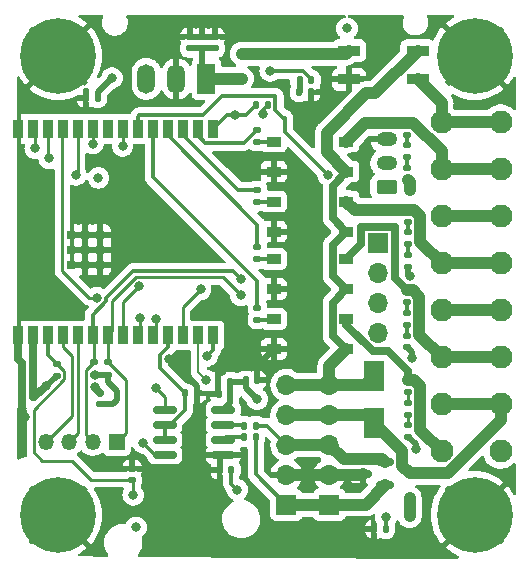
<source format=gtl>
G04 #@! TF.GenerationSoftware,KiCad,Pcbnew,(6.0.10)*
G04 #@! TF.CreationDate,2023-07-07T16:54:03+02:00*
G04 #@! TF.ProjectId,SprinklerBoardESP32V3,53707269-6e6b-46c6-9572-426f61726445,rev?*
G04 #@! TF.SameCoordinates,Original*
G04 #@! TF.FileFunction,Copper,L1,Top*
G04 #@! TF.FilePolarity,Positive*
%FSLAX46Y46*%
G04 Gerber Fmt 4.6, Leading zero omitted, Abs format (unit mm)*
G04 Created by KiCad (PCBNEW (6.0.10)) date 2023-07-07 16:54:03*
%MOMM*%
%LPD*%
G01*
G04 APERTURE LIST*
G04 Aperture macros list*
%AMRoundRect*
0 Rectangle with rounded corners*
0 $1 Rounding radius*
0 $2 $3 $4 $5 $6 $7 $8 $9 X,Y pos of 4 corners*
0 Add a 4 corners polygon primitive as box body*
4,1,4,$2,$3,$4,$5,$6,$7,$8,$9,$2,$3,0*
0 Add four circle primitives for the rounded corners*
1,1,$1+$1,$2,$3*
1,1,$1+$1,$4,$5*
1,1,$1+$1,$6,$7*
1,1,$1+$1,$8,$9*
0 Add four rect primitives between the rounded corners*
20,1,$1+$1,$2,$3,$4,$5,0*
20,1,$1+$1,$4,$5,$6,$7,0*
20,1,$1+$1,$6,$7,$8,$9,0*
20,1,$1+$1,$8,$9,$2,$3,0*%
G04 Aperture macros list end*
G04 #@! TA.AperFunction,SMDPad,CuDef*
%ADD10RoundRect,0.135000X-0.185000X0.135000X-0.185000X-0.135000X0.185000X-0.135000X0.185000X0.135000X0*%
G04 #@! TD*
G04 #@! TA.AperFunction,SMDPad,CuDef*
%ADD11RoundRect,0.140000X-0.170000X0.140000X-0.170000X-0.140000X0.170000X-0.140000X0.170000X0.140000X0*%
G04 #@! TD*
G04 #@! TA.AperFunction,SMDPad,CuDef*
%ADD12RoundRect,0.140000X-0.140000X-0.170000X0.140000X-0.170000X0.140000X0.170000X-0.140000X0.170000X0*%
G04 #@! TD*
G04 #@! TA.AperFunction,ComponentPad*
%ADD13C,0.800000*%
G04 #@! TD*
G04 #@! TA.AperFunction,ComponentPad*
%ADD14C,6.400000*%
G04 #@! TD*
G04 #@! TA.AperFunction,SMDPad,CuDef*
%ADD15RoundRect,0.140000X0.140000X0.170000X-0.140000X0.170000X-0.140000X-0.170000X0.140000X-0.170000X0*%
G04 #@! TD*
G04 #@! TA.AperFunction,SMDPad,CuDef*
%ADD16RoundRect,0.091000X-0.864000X-0.364000X0.864000X-0.364000X0.864000X0.364000X-0.864000X0.364000X0*%
G04 #@! TD*
G04 #@! TA.AperFunction,ComponentPad*
%ADD17O,1.700000X1.700000*%
G04 #@! TD*
G04 #@! TA.AperFunction,ComponentPad*
%ADD18R,1.700000X1.700000*%
G04 #@! TD*
G04 #@! TA.AperFunction,SMDPad,CuDef*
%ADD19R,0.450000X0.600000*%
G04 #@! TD*
G04 #@! TA.AperFunction,SMDPad,CuDef*
%ADD20RoundRect,0.135000X-0.135000X-0.185000X0.135000X-0.185000X0.135000X0.185000X-0.135000X0.185000X0*%
G04 #@! TD*
G04 #@! TA.AperFunction,SMDPad,CuDef*
%ADD21RoundRect,0.147500X0.172500X-0.147500X0.172500X0.147500X-0.172500X0.147500X-0.172500X-0.147500X0*%
G04 #@! TD*
G04 #@! TA.AperFunction,SMDPad,CuDef*
%ADD22RoundRect,0.147500X-0.147500X-0.172500X0.147500X-0.172500X0.147500X0.172500X-0.147500X0.172500X0*%
G04 #@! TD*
G04 #@! TA.AperFunction,SMDPad,CuDef*
%ADD23RoundRect,0.135000X0.185000X-0.135000X0.185000X0.135000X-0.185000X0.135000X-0.185000X-0.135000X0*%
G04 #@! TD*
G04 #@! TA.AperFunction,SMDPad,CuDef*
%ADD24R,0.900000X1.500000*%
G04 #@! TD*
G04 #@! TA.AperFunction,SMDPad,CuDef*
%ADD25R,0.800000X0.800000*%
G04 #@! TD*
G04 #@! TA.AperFunction,SMDPad,CuDef*
%ADD26RoundRect,0.135000X0.135000X0.185000X-0.135000X0.185000X-0.135000X-0.185000X0.135000X-0.185000X0*%
G04 #@! TD*
G04 #@! TA.AperFunction,SMDPad,CuDef*
%ADD27RoundRect,0.140000X0.170000X-0.140000X0.170000X0.140000X-0.170000X0.140000X-0.170000X-0.140000X0*%
G04 #@! TD*
G04 #@! TA.AperFunction,SMDPad,CuDef*
%ADD28R,1.800000X2.500000*%
G04 #@! TD*
G04 #@! TA.AperFunction,SMDPad,CuDef*
%ADD29R,1.193800X0.812800*%
G04 #@! TD*
G04 #@! TA.AperFunction,SMDPad,CuDef*
%ADD30RoundRect,0.150000X0.587500X0.150000X-0.587500X0.150000X-0.587500X-0.150000X0.587500X-0.150000X0*%
G04 #@! TD*
G04 #@! TA.AperFunction,SMDPad,CuDef*
%ADD31RoundRect,0.150000X-0.825000X-0.150000X0.825000X-0.150000X0.825000X0.150000X-0.825000X0.150000X0*%
G04 #@! TD*
G04 #@! TA.AperFunction,ComponentPad*
%ADD32C,1.950000*%
G04 #@! TD*
G04 #@! TA.AperFunction,ComponentPad*
%ADD33RoundRect,0.250000X0.625000X-0.350000X0.625000X0.350000X-0.625000X0.350000X-0.625000X-0.350000X0*%
G04 #@! TD*
G04 #@! TA.AperFunction,ComponentPad*
%ADD34O,1.750000X1.200000*%
G04 #@! TD*
G04 #@! TA.AperFunction,ComponentPad*
%ADD35R,1.500000X2.500000*%
G04 #@! TD*
G04 #@! TA.AperFunction,ComponentPad*
%ADD36O,1.500000X2.500000*%
G04 #@! TD*
G04 #@! TA.AperFunction,ComponentPad*
%ADD37R,1.350000X1.350000*%
G04 #@! TD*
G04 #@! TA.AperFunction,ComponentPad*
%ADD38O,1.350000X1.350000*%
G04 #@! TD*
G04 #@! TA.AperFunction,ViaPad*
%ADD39C,0.800000*%
G04 #@! TD*
G04 #@! TA.AperFunction,Conductor*
%ADD40C,0.500000*%
G04 #@! TD*
G04 #@! TA.AperFunction,Conductor*
%ADD41C,0.350000*%
G04 #@! TD*
G04 #@! TA.AperFunction,Conductor*
%ADD42C,0.700000*%
G04 #@! TD*
G04 #@! TA.AperFunction,Conductor*
%ADD43C,0.250000*%
G04 #@! TD*
G04 #@! TA.AperFunction,Conductor*
%ADD44C,1.000000*%
G04 #@! TD*
G04 #@! TA.AperFunction,Conductor*
%ADD45C,0.200000*%
G04 #@! TD*
G04 APERTURE END LIST*
D10*
X104650000Y-116330000D03*
X104650000Y-117350000D03*
D11*
X86150000Y-85370000D03*
X86150000Y-86330000D03*
D12*
X71920000Y-112950000D03*
X72880000Y-112950000D03*
D13*
X112645942Y-125850016D03*
X110245942Y-128250016D03*
X111942998Y-124152960D03*
D14*
X110245942Y-125850016D03*
D13*
X111942998Y-127547072D03*
X108548886Y-124152960D03*
X110245942Y-123450016D03*
X107845942Y-125850016D03*
X108548886Y-127547072D03*
D15*
X91830000Y-114450000D03*
X90870000Y-114450000D03*
D11*
X78513400Y-115501800D03*
X78513400Y-116461800D03*
D16*
X99632500Y-86525000D03*
X99632500Y-88975000D03*
X105432500Y-88975000D03*
X105432500Y-86525000D03*
D12*
X71920000Y-114916666D03*
X72880000Y-114916666D03*
D17*
X97950000Y-114810000D03*
X97950000Y-117350000D03*
X97950000Y-119890000D03*
X97950000Y-122430000D03*
D18*
X97950000Y-124970000D03*
D19*
X90550000Y-88900000D03*
X90550000Y-86800000D03*
D20*
X91730000Y-91150000D03*
X92750000Y-91150000D03*
D10*
X104650000Y-101925000D03*
X104650000Y-102945000D03*
D20*
X90693000Y-118293200D03*
X91713000Y-118293200D03*
D10*
X78000000Y-112940000D03*
X78000000Y-113960000D03*
D13*
X75000000Y-84600000D03*
X75000000Y-89400000D03*
D14*
X75000000Y-87000000D03*
D13*
X76697056Y-85302944D03*
X76697056Y-88697056D03*
X77400000Y-87000000D03*
X72600000Y-87000000D03*
X73302944Y-85302944D03*
X73302944Y-88697056D03*
D10*
X79200000Y-112940000D03*
X79200000Y-113960000D03*
D21*
X104650000Y-104820000D03*
X104650000Y-103850000D03*
X104550000Y-111635000D03*
X104550000Y-110665000D03*
D11*
X88300000Y-85370000D03*
X88300000Y-86330000D03*
D10*
X104650000Y-100025000D03*
X104650000Y-101045000D03*
D12*
X88614800Y-115575400D03*
X89574800Y-115575400D03*
D19*
X104750000Y-122300000D03*
X104750000Y-124400000D03*
D22*
X95439700Y-89037200D03*
X96409700Y-89037200D03*
D12*
X71920000Y-115900000D03*
X72880000Y-115900000D03*
X88570000Y-114550000D03*
X89530000Y-114550000D03*
D21*
X104650000Y-119235000D03*
X104650000Y-118265000D03*
D18*
X102074900Y-102850000D03*
D17*
X102074900Y-105390000D03*
X102074900Y-107930000D03*
X102074900Y-110470000D03*
D12*
X77370000Y-90550000D03*
X78330000Y-90550000D03*
D23*
X91864400Y-104214000D03*
X91864400Y-103194000D03*
D24*
X71590000Y-110650000D03*
X72860000Y-110650000D03*
X74130000Y-110650000D03*
X75400000Y-110650000D03*
X76670000Y-110650000D03*
X77940000Y-110650000D03*
X79210000Y-110650000D03*
X80480000Y-110650000D03*
X81750000Y-110650000D03*
X83020000Y-110650000D03*
X84290000Y-110650000D03*
X85560000Y-110650000D03*
X86830000Y-110650000D03*
X88100000Y-110650000D03*
X88100000Y-93150000D03*
X86830000Y-93150000D03*
X85560000Y-93150000D03*
X84290000Y-93150000D03*
X83020000Y-93150000D03*
X81750000Y-93150000D03*
X80480000Y-93150000D03*
X79210000Y-93150000D03*
X77940000Y-93150000D03*
X76670000Y-93150000D03*
X75400000Y-93150000D03*
X74130000Y-93150000D03*
X72860000Y-93150000D03*
X71590000Y-93150000D03*
D25*
X77310000Y-103405000D03*
X76060000Y-103405000D03*
X76060000Y-104655000D03*
X77310000Y-104655000D03*
X78560000Y-104655000D03*
X78560000Y-103405000D03*
X78560000Y-102155000D03*
X77310000Y-102155000D03*
X76060000Y-102155000D03*
D26*
X86760000Y-115550000D03*
X85740000Y-115550000D03*
D10*
X104550000Y-106840000D03*
X104550000Y-107860000D03*
D27*
X81250000Y-122880000D03*
X81250000Y-121920000D03*
D23*
X91864400Y-99354000D03*
X91864400Y-98334000D03*
D28*
X101750000Y-118050000D03*
X101750000Y-114050000D03*
D18*
X94325000Y-125000000D03*
D17*
X94325000Y-122460000D03*
X94325000Y-119920000D03*
X94325000Y-117380000D03*
X94325000Y-114840000D03*
D23*
X91864400Y-109304000D03*
X91864400Y-108284000D03*
D15*
X72880000Y-113933333D03*
X71920000Y-113933333D03*
D10*
X74860000Y-113030000D03*
X74860000Y-114050000D03*
D29*
X93250000Y-104186800D03*
X93250000Y-106726800D03*
X93250000Y-109266800D03*
X93250000Y-111806800D03*
X99400000Y-111806800D03*
X99400000Y-109266800D03*
X99400000Y-106726800D03*
X99400000Y-104186800D03*
D30*
X102687500Y-123300000D03*
X102687500Y-121400000D03*
X100812500Y-122350000D03*
D10*
X104550000Y-94540000D03*
X104550000Y-95560000D03*
D29*
X93250000Y-94230000D03*
X93250000Y-96770000D03*
X93250000Y-99310000D03*
X93250000Y-101850000D03*
X99400000Y-101850000D03*
X99400000Y-99310000D03*
X99400000Y-96770000D03*
X99400000Y-94230000D03*
D10*
X104650000Y-114430000D03*
X104650000Y-115450000D03*
X104550000Y-92640000D03*
X104550000Y-93660000D03*
D12*
X88691000Y-122027000D03*
X89651000Y-122027000D03*
D13*
X108552944Y-88697056D03*
X111947056Y-85302944D03*
X111947056Y-88697056D03*
X110250000Y-84600000D03*
X108552944Y-85302944D03*
X107850000Y-87000000D03*
X112650000Y-87000000D03*
X110250000Y-89400000D03*
D14*
X110250000Y-87000000D03*
D23*
X91839400Y-94254000D03*
X91839400Y-93234000D03*
D20*
X90693000Y-119283800D03*
X91713000Y-119283800D03*
D21*
X104550000Y-97435000D03*
X104550000Y-96465000D03*
D10*
X104550000Y-108740000D03*
X104550000Y-109760000D03*
D31*
X84029000Y-116947000D03*
X84029000Y-118217000D03*
X84029000Y-119487000D03*
X84029000Y-120757000D03*
X88979000Y-120757000D03*
X88979000Y-119487000D03*
X88979000Y-118217000D03*
X88979000Y-116947000D03*
D11*
X87200000Y-85370000D03*
X87200000Y-86330000D03*
D26*
X96431300Y-90027800D03*
X95411300Y-90027800D03*
D13*
X72595942Y-125849501D03*
D14*
X74995942Y-125849501D03*
D13*
X74995942Y-128249501D03*
X77395942Y-125849501D03*
X76692998Y-124152445D03*
X76692998Y-127546557D03*
X73298886Y-127546557D03*
X73298886Y-124152445D03*
X74995942Y-123449501D03*
D12*
X101770000Y-127050000D03*
X102730000Y-127050000D03*
D32*
X107457000Y-116466326D03*
X112457000Y-116466326D03*
X107457000Y-92564288D03*
X112457000Y-92564288D03*
X107457000Y-108498980D03*
X112457000Y-108498980D03*
X107457000Y-104515307D03*
X112457000Y-104515307D03*
X107457000Y-112482653D03*
X112457000Y-112482653D03*
D33*
X102800000Y-98050000D03*
D34*
X102800000Y-96050000D03*
X102800000Y-94050000D03*
D32*
X107457000Y-120449999D03*
X112457000Y-120449999D03*
X107457000Y-96547961D03*
X112457000Y-96547961D03*
X107457000Y-100531634D03*
X112457000Y-100531634D03*
D35*
X87552200Y-88935600D03*
D36*
X85012200Y-88935600D03*
X82472200Y-88935600D03*
D37*
X79950000Y-119650000D03*
D38*
X77950000Y-119650000D03*
X75950000Y-119650000D03*
X73950000Y-119650000D03*
D39*
X79550000Y-88850000D03*
X78400000Y-97300000D03*
X90150000Y-123700000D03*
X92950000Y-88250000D03*
X102750000Y-126050000D03*
X91850000Y-116050000D03*
X92375500Y-91921544D03*
X81600000Y-126900000D03*
X78079500Y-113962299D03*
X99450000Y-84650000D03*
X73937970Y-114917970D03*
X80600000Y-104200000D03*
X72225500Y-117550000D03*
X89200000Y-128200000D03*
X84350999Y-112662320D03*
X78079500Y-115050000D03*
X91950000Y-112450000D03*
X88850000Y-113650000D03*
X87500000Y-114450000D03*
X87600000Y-112400000D03*
X97850000Y-97050000D03*
X90450000Y-107250000D03*
X90450000Y-105850000D03*
X81350000Y-124150000D03*
X89950000Y-91950000D03*
X83250000Y-115100000D03*
X76500000Y-97050000D03*
X78274500Y-107450000D03*
X82200000Y-119750000D03*
X104750000Y-105650000D03*
X104750000Y-125950000D03*
X105254721Y-120306039D03*
X104750000Y-98350000D03*
X104991942Y-112530426D03*
X81850000Y-106450000D03*
X81950000Y-109150000D03*
X83250000Y-109250000D03*
X87050000Y-106750000D03*
X80450000Y-94600000D03*
X77950000Y-94400000D03*
X74250000Y-95650000D03*
X73050000Y-94800000D03*
D40*
X78330000Y-90550000D02*
X78330000Y-90070000D01*
X89574800Y-115575400D02*
X89574800Y-116351200D01*
X78513400Y-116461800D02*
X79638200Y-116461800D01*
D41*
X96409700Y-89037200D02*
X96409700Y-88948273D01*
X96409700Y-88948273D02*
X95711427Y-88250000D01*
D42*
X72880000Y-113933333D02*
X72880000Y-112950000D01*
D41*
X95711427Y-88250000D02*
X92950000Y-88250000D01*
D42*
X72860000Y-112930000D02*
X72880000Y-112950000D01*
X72880000Y-115900000D02*
X72955940Y-115900000D01*
D40*
X79190768Y-114603236D02*
X79190768Y-113969232D01*
X78000000Y-113960000D02*
X79200000Y-113960000D01*
D41*
X102730000Y-126070000D02*
X102750000Y-126050000D01*
D42*
X72880000Y-115900000D02*
X72880000Y-114916666D01*
D40*
X74860000Y-114050000D02*
X73992030Y-114917970D01*
D41*
X89651000Y-122027000D02*
X89651000Y-123201000D01*
D40*
X90770000Y-114550000D02*
X90870000Y-114450000D01*
D42*
X72880000Y-114916666D02*
X72880000Y-113933333D01*
D40*
X73992030Y-114917970D02*
X73937970Y-114917970D01*
X79950000Y-116150000D02*
X79950000Y-115362468D01*
X90870000Y-115070000D02*
X91850000Y-116050000D01*
D42*
X72860000Y-110650000D02*
X72860000Y-112930000D01*
D40*
X79638200Y-116461800D02*
X79950000Y-116150000D01*
D41*
X92750000Y-91150000D02*
X92375500Y-91524500D01*
D40*
X89530000Y-114550000D02*
X90770000Y-114550000D01*
X78330000Y-90070000D02*
X79550000Y-88850000D01*
D41*
X102730000Y-127050000D02*
X102730000Y-126070000D01*
D40*
X89530000Y-114550000D02*
X89530000Y-115530600D01*
D41*
X92375500Y-91524500D02*
X92375500Y-91921544D01*
D40*
X89574800Y-116351200D02*
X88979000Y-116947000D01*
X90870000Y-114450000D02*
X90870000Y-115070000D01*
X79190768Y-113969232D02*
X79200000Y-113960000D01*
X89530000Y-115530600D02*
X89574800Y-115575400D01*
D41*
X89651000Y-123201000D02*
X90150000Y-123700000D01*
D40*
X79950000Y-115362468D02*
X79190768Y-114603236D01*
D42*
X72955940Y-115900000D02*
X73937970Y-114917970D01*
D43*
X77310000Y-102155000D02*
X77310000Y-103405000D01*
D42*
X78079500Y-115067900D02*
X78079500Y-115050000D01*
D43*
X77310000Y-104655000D02*
X77310000Y-103405000D01*
D40*
X88570000Y-114550000D02*
X88570000Y-113930000D01*
D42*
X71920000Y-112950000D02*
X71920000Y-113933333D01*
D44*
X100732500Y-122430000D02*
X100812500Y-122350000D01*
D40*
X86760000Y-114955933D02*
X84466387Y-112662320D01*
D42*
X71920000Y-117244500D02*
X72225500Y-117550000D01*
D43*
X76060000Y-102155000D02*
X76060000Y-103405000D01*
X78560000Y-103405000D02*
X77310000Y-103405000D01*
X76060000Y-102155000D02*
X77310000Y-102155000D01*
D44*
X97950000Y-122430000D02*
X100732500Y-122430000D01*
D42*
X71920000Y-113933333D02*
X71920000Y-114916666D01*
D43*
X78560000Y-102155000D02*
X77310000Y-102155000D01*
D40*
X87200000Y-85370000D02*
X88300000Y-85370000D01*
X86150000Y-85370000D02*
X87200000Y-85370000D01*
D43*
X78560000Y-102155000D02*
X78560000Y-103405000D01*
D40*
X92078400Y-112978400D02*
X93250000Y-111806800D01*
X92078400Y-112978400D02*
X92078400Y-112578400D01*
D43*
X78560000Y-104655000D02*
X77310000Y-104655000D01*
D40*
X91830000Y-113226800D02*
X92078400Y-112978400D01*
D44*
X94325000Y-122460000D02*
X97920000Y-122460000D01*
X97920000Y-122460000D02*
X97950000Y-122430000D01*
D40*
X88979000Y-120757000D02*
X88691000Y-121045000D01*
D42*
X71590000Y-112620000D02*
X71920000Y-112950000D01*
D43*
X78560000Y-103405000D02*
X78560000Y-104655000D01*
D40*
X91830000Y-114450000D02*
X91830000Y-113226800D01*
D42*
X71590000Y-110650000D02*
X71590000Y-112620000D01*
X71920000Y-114916666D02*
X71920000Y-115900000D01*
D40*
X88570000Y-113930000D02*
X88850000Y-113650000D01*
X88691000Y-121045000D02*
X88691000Y-122027000D01*
X84466387Y-112662320D02*
X84350999Y-112662320D01*
D43*
X76060000Y-103405000D02*
X77310000Y-103405000D01*
D42*
X78513400Y-115501800D02*
X78079500Y-115067900D01*
D40*
X92078400Y-112578400D02*
X91950000Y-112450000D01*
X86760000Y-115550000D02*
X86760000Y-114955933D01*
D42*
X71920000Y-115900000D02*
X71920000Y-117244500D01*
D43*
X76060000Y-104655000D02*
X77310000Y-104655000D01*
D45*
X86830000Y-113780000D02*
X87500000Y-114450000D01*
X86830000Y-110650000D02*
X86830000Y-113780000D01*
D44*
X101050000Y-117350000D02*
X101750000Y-118050000D01*
X94325000Y-117380000D02*
X97920000Y-117380000D01*
X104750000Y-122300000D02*
X107975807Y-122300000D01*
X107457000Y-92564288D02*
X107457000Y-90999500D01*
X107457000Y-90999500D02*
X105432500Y-88975000D01*
X112457000Y-117818807D02*
X112457000Y-116466326D01*
X97920000Y-117380000D02*
X97950000Y-117350000D01*
X107457000Y-116466326D02*
X112457000Y-116466326D01*
X107457000Y-92564288D02*
X112457000Y-92564288D01*
X107457000Y-100531634D02*
X112457000Y-100531634D01*
X107457000Y-108498980D02*
X112457000Y-108498980D01*
X104750000Y-122300000D02*
X104126454Y-121676454D01*
X97950000Y-117350000D02*
X101050000Y-117350000D01*
X104126454Y-121676454D02*
X104126454Y-120426454D01*
X104126454Y-120426454D02*
X101750000Y-118050000D01*
X107975807Y-122300000D02*
X112457000Y-117818807D01*
X97950000Y-113256800D02*
X99400000Y-111806800D01*
D42*
X99400000Y-101850000D02*
X98253100Y-102996900D01*
X99400000Y-106726800D02*
X98253100Y-107873700D01*
D44*
X101827500Y-90130000D02*
X101096700Y-90130000D01*
D42*
X98253100Y-102996900D02*
X98253100Y-105579900D01*
D44*
X105432500Y-86525000D02*
X101827500Y-90130000D01*
D42*
X98253100Y-107873700D02*
X98253100Y-110659900D01*
X99400000Y-96842796D02*
X98253100Y-97989696D01*
D44*
X101096700Y-90130000D02*
X97750000Y-93476700D01*
X97750000Y-93476700D02*
X97750000Y-95120000D01*
D42*
X99400000Y-96770000D02*
X99400000Y-96842796D01*
X98253100Y-100703100D02*
X99400000Y-101850000D01*
D44*
X100990000Y-114810000D02*
X101750000Y-114050000D01*
D42*
X98253100Y-110659900D02*
X99400000Y-111806800D01*
D44*
X97950000Y-114810000D02*
X97950000Y-113256800D01*
X97920000Y-114840000D02*
X97950000Y-114810000D01*
D42*
X98253100Y-97989696D02*
X98253100Y-100703100D01*
D44*
X97950000Y-114810000D02*
X100990000Y-114810000D01*
X94325000Y-114840000D02*
X97920000Y-114840000D01*
D42*
X98253100Y-105579900D02*
X99400000Y-106726800D01*
D44*
X97750000Y-95120000D02*
X99400000Y-96770000D01*
D41*
X88100000Y-110650000D02*
X88100000Y-111900000D01*
X88100000Y-111900000D02*
X87600000Y-112400000D01*
D44*
X94325000Y-125000000D02*
X97920000Y-125000000D01*
X101017500Y-124970000D02*
X97950000Y-124970000D01*
X102687500Y-123300000D02*
X101017500Y-124970000D01*
D41*
X91713000Y-122388000D02*
X94325000Y-125000000D01*
D44*
X97920000Y-125000000D02*
X97950000Y-124970000D01*
D41*
X91713000Y-119283800D02*
X91713000Y-122388000D01*
D44*
X102437500Y-121150000D02*
X99210000Y-121150000D01*
X102687500Y-121400000D02*
X102437500Y-121150000D01*
X99210000Y-121150000D02*
X97950000Y-119890000D01*
D41*
X91713000Y-118293200D02*
X92698200Y-118293200D01*
X92698200Y-118293200D02*
X94325000Y-119920000D01*
D44*
X97920000Y-119920000D02*
X97950000Y-119890000D01*
X94325000Y-119920000D02*
X97920000Y-119920000D01*
D41*
X88905000Y-90395000D02*
X87275000Y-92025000D01*
X94200000Y-93400000D02*
X94200000Y-92250000D01*
X93395000Y-90395000D02*
X88905000Y-90395000D01*
X81875000Y-92025000D02*
X81750000Y-92150000D01*
X93395000Y-91575000D02*
X93395000Y-90395000D01*
X97850000Y-97050000D02*
X94200000Y-93400000D01*
X94070000Y-92250000D02*
X93395000Y-91575000D01*
X81750000Y-92150000D02*
X81750000Y-93150000D01*
X94200000Y-92250000D02*
X94070000Y-92250000D01*
X87275000Y-92025000D02*
X81875000Y-92025000D01*
D44*
X99400000Y-94230000D02*
X100990000Y-92640000D01*
X104550000Y-92640000D02*
X105030868Y-92640000D01*
X107457000Y-96547961D02*
X112457000Y-96547961D01*
X107457000Y-95066132D02*
X107457000Y-96547961D01*
X100990000Y-92640000D02*
X104550000Y-92640000D01*
X105030868Y-92640000D02*
X107457000Y-95066132D01*
X105670000Y-102728307D02*
X107457000Y-104515307D01*
X99400000Y-99310000D02*
X100115000Y-100025000D01*
X100115000Y-100025000D02*
X104650000Y-100025000D01*
X104650000Y-100025000D02*
X105130868Y-100025000D01*
X105130868Y-100025000D02*
X105670000Y-100564132D01*
X105670000Y-100564132D02*
X105670000Y-102728307D01*
X107457000Y-104515307D02*
X112457000Y-104515307D01*
X104566020Y-106823980D02*
X105014848Y-106823980D01*
X104550000Y-106840000D02*
X104566020Y-106823980D01*
X105569500Y-107378632D02*
X105569500Y-110595153D01*
D42*
X99400000Y-104186800D02*
X100674900Y-102911900D01*
X100674900Y-101450000D02*
X103474900Y-101450000D01*
D44*
X105014848Y-106823980D02*
X105569500Y-107378632D01*
D42*
X100674900Y-102911900D02*
X100674900Y-101450000D01*
X103474900Y-101450000D02*
X103474900Y-105764900D01*
D44*
X107457000Y-112482653D02*
X112457000Y-112482653D01*
X105569500Y-110595153D02*
X107457000Y-112482653D01*
D42*
X103474900Y-105764900D02*
X104550000Y-106840000D01*
D44*
X104650000Y-114430000D02*
X105130868Y-114430000D01*
D42*
X104650000Y-113700000D02*
X104650000Y-114430000D01*
D44*
X105670000Y-118662999D02*
X107457000Y-120449999D01*
D42*
X99400000Y-109774999D02*
X101625001Y-112000000D01*
X101625001Y-112000000D02*
X102950000Y-112000000D01*
X102950000Y-112000000D02*
X104650000Y-113700000D01*
D44*
X105670000Y-114969132D02*
X105670000Y-118662999D01*
D42*
X99400000Y-109266800D02*
X99400000Y-109774999D01*
D44*
X105130868Y-114430000D02*
X105670000Y-114969132D01*
D43*
X79548501Y-107726901D02*
X81549902Y-105725500D01*
X79548501Y-110311499D02*
X79548501Y-107726901D01*
X79200000Y-112940000D02*
X80700000Y-114440000D01*
X81549902Y-105725500D02*
X88925500Y-105725500D01*
X79200000Y-110660000D02*
X79210000Y-110650000D01*
X79200000Y-112940000D02*
X79200000Y-110660000D01*
X80700000Y-114440000D02*
X80700000Y-118900000D01*
X88925500Y-105725500D02*
X90450000Y-107250000D01*
X79210000Y-110650000D02*
X79548501Y-110311499D01*
X80700000Y-118900000D02*
X79950000Y-119650000D01*
D41*
X81343001Y-105225999D02*
X79049000Y-107520000D01*
X77940000Y-108879809D02*
X77940000Y-110650000D01*
X90450000Y-105850000D02*
X89825999Y-105225999D01*
D43*
X77355000Y-119055000D02*
X77950000Y-119650000D01*
D41*
X79049000Y-107770809D02*
X77940000Y-108879809D01*
D43*
X78000000Y-112940000D02*
X78000000Y-110710000D01*
D41*
X89825999Y-105225999D02*
X81343001Y-105225999D01*
D43*
X78000000Y-110710000D02*
X77940000Y-110650000D01*
D41*
X79049000Y-107520000D02*
X79049000Y-107770809D01*
D43*
X78000000Y-112940000D02*
X77355000Y-113585000D01*
X77355000Y-113585000D02*
X77355000Y-119055000D01*
D41*
X84290000Y-111628010D02*
X84290000Y-110650000D01*
X84476462Y-118217000D02*
X85740000Y-116953462D01*
X83576499Y-112341511D02*
X84290000Y-111628010D01*
X83576499Y-113386499D02*
X83576499Y-112341511D01*
X85740000Y-115550000D02*
X83576499Y-113386499D01*
X84029000Y-119487000D02*
X84029000Y-118217000D01*
X85740000Y-116953462D02*
X85740000Y-115550000D01*
X84029000Y-118217000D02*
X84476462Y-118217000D01*
X91839400Y-93234000D02*
X91818858Y-93234000D01*
X91818858Y-93234000D02*
X90727858Y-94325000D01*
X86830000Y-93700000D02*
X86830000Y-93150000D01*
X90727858Y-94325000D02*
X87455000Y-94325000D01*
X87455000Y-94325000D02*
X86830000Y-93700000D01*
X91839400Y-94254000D02*
X93226000Y-94254000D01*
X93226000Y-94254000D02*
X93250000Y-94230000D01*
X93206000Y-99354000D02*
X93250000Y-99310000D01*
X91864400Y-99354000D02*
X93206000Y-99354000D01*
X91864400Y-104214000D02*
X93222800Y-104214000D01*
X93222800Y-104214000D02*
X93250000Y-104186800D01*
D43*
X75504500Y-113674500D02*
X74860000Y-113030000D01*
X72950000Y-116930538D02*
X75504500Y-114376038D01*
X81350000Y-122980000D02*
X81250000Y-122880000D01*
X76135786Y-121250000D02*
X73650000Y-121250000D01*
D41*
X74860000Y-113030000D02*
X74130000Y-112300000D01*
D43*
X81250000Y-122880000D02*
X77765786Y-122880000D01*
X81350000Y-124150000D02*
X81350000Y-122980000D01*
D41*
X74130000Y-112300000D02*
X74130000Y-110650000D01*
D43*
X73650000Y-121250000D02*
X72950000Y-120550000D01*
X72950000Y-120550000D02*
X72950000Y-116930538D01*
X77765786Y-122880000D02*
X76135786Y-121250000D01*
X75504500Y-114376038D02*
X75504500Y-113674500D01*
D41*
X90194000Y-98334000D02*
X85560000Y-93700000D01*
X85560000Y-93700000D02*
X85560000Y-93150000D01*
X91864400Y-98334000D02*
X90194000Y-98334000D01*
X91864400Y-101274400D02*
X84290000Y-93700000D01*
X84290000Y-93700000D02*
X84290000Y-93150000D01*
X91864400Y-103194000D02*
X91864400Y-101274400D01*
X91864400Y-108284000D02*
X91864400Y-106069091D01*
X83020000Y-97224691D02*
X83020000Y-93150000D01*
X91864400Y-106069091D02*
X83020000Y-97224691D01*
X104550000Y-96465000D02*
X104550000Y-95560000D01*
X89300000Y-91950000D02*
X88100000Y-93150000D01*
X89950000Y-91950000D02*
X89300000Y-91950000D01*
X90930000Y-91950000D02*
X91730000Y-91150000D01*
X89950000Y-91950000D02*
X90930000Y-91950000D01*
D40*
X95439700Y-89999400D02*
X95411300Y-90027800D01*
X95439700Y-89037200D02*
X95439700Y-89999400D01*
D41*
X104650000Y-102945000D02*
X104650000Y-103850000D01*
D43*
X84029000Y-116947000D02*
X84029000Y-115879000D01*
X84029000Y-115879000D02*
X83250000Y-115100000D01*
X76670000Y-96880000D02*
X76500000Y-97050000D01*
X76670000Y-93150000D02*
X76670000Y-96880000D01*
X83207000Y-120757000D02*
X84029000Y-120757000D01*
X75335000Y-93215000D02*
X75335000Y-105210500D01*
X75335000Y-105210500D02*
X77574500Y-107450000D01*
X75400000Y-93150000D02*
X75335000Y-93215000D01*
X77574500Y-107450000D02*
X78274500Y-107450000D01*
X82200000Y-119750000D02*
X83207000Y-120757000D01*
D41*
X90616800Y-118217000D02*
X90693000Y-118293200D01*
X88979000Y-118217000D02*
X90616800Y-118217000D01*
X104650000Y-101045000D02*
X104650000Y-101925000D01*
X104550000Y-107860000D02*
X104550000Y-108740000D01*
D43*
X104650000Y-116330000D02*
X104650000Y-115450000D01*
D44*
X90550000Y-86800000D02*
X99357500Y-86800000D01*
X99357500Y-86800000D02*
X99632500Y-86525000D01*
D41*
X104550000Y-109760000D02*
X104550000Y-110665000D01*
X93212800Y-109304000D02*
X93250000Y-109266800D01*
X91864400Y-109304000D02*
X93212800Y-109304000D01*
X90693000Y-119283800D02*
X89182200Y-119283800D01*
X89182200Y-119283800D02*
X88979000Y-119487000D01*
X104550000Y-93660000D02*
X104550000Y-94540000D01*
D40*
X105254721Y-119839721D02*
X105254721Y-120306039D01*
X104991942Y-112076942D02*
X104991942Y-112530426D01*
D44*
X104750000Y-98350000D02*
X104750000Y-97635000D01*
D40*
X104550000Y-111635000D02*
X104991942Y-112076942D01*
X104650000Y-104820000D02*
X104650000Y-105550000D01*
X104650000Y-119235000D02*
X105254721Y-119839721D01*
D44*
X104750000Y-97635000D02*
X104574500Y-97459500D01*
D40*
X104650000Y-105550000D02*
X104750000Y-105650000D01*
D44*
X104750000Y-124400000D02*
X104750000Y-125950000D01*
D43*
X104650000Y-117350000D02*
X104650000Y-118265000D01*
D40*
X87200000Y-86330000D02*
X88300000Y-86330000D01*
X87200000Y-88583400D02*
X87552200Y-88935600D01*
D44*
X90550000Y-88900000D02*
X87587800Y-88900000D01*
X87587800Y-88900000D02*
X87552200Y-88935600D01*
D40*
X87200000Y-86330000D02*
X87200000Y-88583400D01*
X86150000Y-86330000D02*
X87200000Y-86330000D01*
D43*
X75400000Y-111650000D02*
X76149501Y-112399501D01*
X76149501Y-117450499D02*
X73950000Y-119650000D01*
X76149501Y-112399501D02*
X76149501Y-117450499D01*
X75400000Y-110650000D02*
X75400000Y-111650000D01*
X75950000Y-119650000D02*
X76670000Y-118930000D01*
X76670000Y-118930000D02*
X76670000Y-110650000D01*
X80480000Y-107820000D02*
X81850000Y-106450000D01*
X80480000Y-110650000D02*
X80480000Y-107820000D01*
X81950000Y-109150000D02*
X81950000Y-110450000D01*
X81950000Y-110450000D02*
X81750000Y-110650000D01*
X83250000Y-109250000D02*
X83250000Y-110420000D01*
X83250000Y-110420000D02*
X83020000Y-110650000D01*
X85560000Y-110650000D02*
X85560000Y-108240000D01*
X85560000Y-108240000D02*
X87050000Y-106750000D01*
X80450000Y-93180000D02*
X80480000Y-93150000D01*
X80450000Y-94600000D02*
X80450000Y-93180000D01*
X77950000Y-94400000D02*
X77950000Y-93160000D01*
X77950000Y-93160000D02*
X77940000Y-93150000D01*
X74130000Y-95530000D02*
X74130000Y-93150000D01*
X74250000Y-95650000D02*
X74130000Y-95530000D01*
X73050000Y-94800000D02*
X73050000Y-93340000D01*
X73050000Y-93340000D02*
X72860000Y-93150000D01*
G04 #@! TA.AperFunction,Conductor*
G36*
X94521611Y-94695359D02*
G01*
X94550136Y-94716751D01*
X96911183Y-97077798D01*
X96945209Y-97140110D01*
X96947397Y-97153719D01*
X96956458Y-97239928D01*
X97015473Y-97421556D01*
X97018776Y-97427278D01*
X97018777Y-97427279D01*
X97025193Y-97438391D01*
X97110960Y-97586944D01*
X97115378Y-97591851D01*
X97115379Y-97591852D01*
X97203766Y-97690016D01*
X97238747Y-97728866D01*
X97338663Y-97801459D01*
X97342661Y-97804364D01*
X97386015Y-97860586D01*
X97394600Y-97906300D01*
X97394600Y-97975540D01*
X97394551Y-97979059D01*
X97392319Y-98058953D01*
X97393598Y-98065657D01*
X97394145Y-98072458D01*
X97393625Y-98072500D01*
X97394600Y-98082821D01*
X97394600Y-100661710D01*
X97394158Y-100672252D01*
X97389796Y-100724199D01*
X97390698Y-100730959D01*
X97390698Y-100730961D01*
X97400537Y-100804702D01*
X97400907Y-100807757D01*
X97409683Y-100888537D01*
X97411858Y-100895001D01*
X97412578Y-100898276D01*
X97412648Y-100898672D01*
X97412771Y-100899096D01*
X97413562Y-100902316D01*
X97414466Y-100909089D01*
X97431326Y-100955411D01*
X97442239Y-100985394D01*
X97443256Y-100988298D01*
X97469178Y-101065323D01*
X97472696Y-101071177D01*
X97474085Y-101074184D01*
X97474252Y-101074589D01*
X97474457Y-101074965D01*
X97475927Y-101077952D01*
X97478262Y-101084368D01*
X97521830Y-101153020D01*
X97523355Y-101155489D01*
X97565247Y-101225209D01*
X97569934Y-101230166D01*
X97571951Y-101232823D01*
X97572469Y-101233569D01*
X97575444Y-101237502D01*
X97578209Y-101241859D01*
X97582030Y-101246132D01*
X97636008Y-101300110D01*
X97638462Y-101302632D01*
X97693408Y-101360736D01*
X97699050Y-101364571D01*
X97704248Y-101368994D01*
X97703911Y-101369390D01*
X97711902Y-101376004D01*
X98096802Y-101760904D01*
X98130828Y-101823216D01*
X98125763Y-101894031D01*
X98096802Y-101939094D01*
X97675311Y-102360585D01*
X97667544Y-102367728D01*
X97632947Y-102396964D01*
X97632943Y-102396968D01*
X97627733Y-102401371D01*
X97623586Y-102406795D01*
X97623585Y-102406796D01*
X97578426Y-102465862D01*
X97576532Y-102468279D01*
X97525590Y-102531638D01*
X97522553Y-102537757D01*
X97520765Y-102540552D01*
X97520512Y-102540913D01*
X97520310Y-102541280D01*
X97518579Y-102544138D01*
X97514440Y-102549552D01*
X97511559Y-102555731D01*
X97480115Y-102623162D01*
X97478781Y-102625933D01*
X97442653Y-102698714D01*
X97441002Y-102705335D01*
X97439851Y-102708463D01*
X97439687Y-102708856D01*
X97439568Y-102709261D01*
X97438491Y-102712425D01*
X97435610Y-102718604D01*
X97425374Y-102764399D01*
X97417885Y-102797902D01*
X97417176Y-102800898D01*
X97397528Y-102879701D01*
X97397337Y-102886522D01*
X97396885Y-102889825D01*
X97396726Y-102890709D01*
X97396048Y-102895592D01*
X97394920Y-102900640D01*
X97394600Y-102906363D01*
X97394600Y-102982744D01*
X97394551Y-102986263D01*
X97392319Y-103066157D01*
X97393598Y-103072861D01*
X97394145Y-103079662D01*
X97393625Y-103079704D01*
X97394600Y-103090025D01*
X97394600Y-105538510D01*
X97394158Y-105549052D01*
X97389796Y-105600999D01*
X97390698Y-105607759D01*
X97390698Y-105607761D01*
X97400537Y-105681502D01*
X97400907Y-105684557D01*
X97409683Y-105765337D01*
X97411858Y-105771801D01*
X97412578Y-105775076D01*
X97412648Y-105775472D01*
X97412771Y-105775896D01*
X97413562Y-105779116D01*
X97414466Y-105785889D01*
X97439676Y-105855153D01*
X97442239Y-105862194D01*
X97443256Y-105865098D01*
X97444935Y-105870087D01*
X97469178Y-105942123D01*
X97472696Y-105947977D01*
X97474085Y-105950984D01*
X97474252Y-105951389D01*
X97474457Y-105951765D01*
X97475927Y-105954752D01*
X97478262Y-105961168D01*
X97521830Y-106029820D01*
X97523355Y-106032289D01*
X97565247Y-106102009D01*
X97569934Y-106106966D01*
X97571951Y-106109623D01*
X97572469Y-106110369D01*
X97575444Y-106114302D01*
X97578209Y-106118659D01*
X97582030Y-106122932D01*
X97636008Y-106176910D01*
X97638462Y-106179432D01*
X97693408Y-106237536D01*
X97699050Y-106241371D01*
X97704248Y-106245794D01*
X97703911Y-106246190D01*
X97711902Y-106252804D01*
X98096802Y-106637704D01*
X98130828Y-106700016D01*
X98125763Y-106770831D01*
X98096802Y-106815894D01*
X97675312Y-107237384D01*
X97667545Y-107244527D01*
X97627733Y-107278171D01*
X97623586Y-107283595D01*
X97623585Y-107283596D01*
X97578426Y-107342662D01*
X97576532Y-107345079D01*
X97525590Y-107408438D01*
X97522553Y-107414557D01*
X97520765Y-107417352D01*
X97520512Y-107417713D01*
X97520310Y-107418080D01*
X97518579Y-107420938D01*
X97514440Y-107426352D01*
X97485262Y-107488924D01*
X97480115Y-107499962D01*
X97478781Y-107502733D01*
X97442653Y-107575514D01*
X97441002Y-107582135D01*
X97439851Y-107585263D01*
X97439687Y-107585656D01*
X97439568Y-107586061D01*
X97438491Y-107589225D01*
X97435610Y-107595404D01*
X97425374Y-107641199D01*
X97417885Y-107674702D01*
X97417176Y-107677698D01*
X97399648Y-107748000D01*
X97397528Y-107756501D01*
X97397337Y-107763322D01*
X97396885Y-107766625D01*
X97396726Y-107767509D01*
X97396048Y-107772392D01*
X97394920Y-107777440D01*
X97394600Y-107783163D01*
X97394600Y-107859544D01*
X97394551Y-107863063D01*
X97392319Y-107942957D01*
X97393598Y-107949661D01*
X97394145Y-107956462D01*
X97393625Y-107956504D01*
X97394600Y-107966825D01*
X97394600Y-110618510D01*
X97394158Y-110629052D01*
X97389796Y-110680999D01*
X97390698Y-110687759D01*
X97390698Y-110687761D01*
X97400537Y-110761502D01*
X97400907Y-110764557D01*
X97409683Y-110845337D01*
X97411858Y-110851801D01*
X97412578Y-110855076D01*
X97412648Y-110855472D01*
X97412771Y-110855896D01*
X97413562Y-110859116D01*
X97414466Y-110865889D01*
X97434933Y-110922121D01*
X97442239Y-110942194D01*
X97443256Y-110945098D01*
X97469178Y-111022123D01*
X97472696Y-111027977D01*
X97474085Y-111030984D01*
X97474252Y-111031389D01*
X97474457Y-111031765D01*
X97475927Y-111034752D01*
X97478262Y-111041168D01*
X97521830Y-111109820D01*
X97523355Y-111112289D01*
X97565247Y-111182009D01*
X97569934Y-111186966D01*
X97571951Y-111189623D01*
X97572469Y-111190369D01*
X97575444Y-111194302D01*
X97578209Y-111198659D01*
X97582030Y-111202932D01*
X97636008Y-111256910D01*
X97638462Y-111259432D01*
X97688089Y-111311911D01*
X97693408Y-111317536D01*
X97699050Y-111321371D01*
X97704248Y-111325794D01*
X97703911Y-111326190D01*
X97711902Y-111332804D01*
X97990737Y-111611639D01*
X98024763Y-111673951D01*
X98019698Y-111744766D01*
X97990737Y-111789829D01*
X97280621Y-112499945D01*
X97270478Y-112509047D01*
X97240975Y-112532768D01*
X97237008Y-112537496D01*
X97208709Y-112571221D01*
X97205528Y-112574869D01*
X97203885Y-112576681D01*
X97201691Y-112578875D01*
X97174358Y-112612149D01*
X97173696Y-112612947D01*
X97113846Y-112684274D01*
X97111278Y-112688944D01*
X97107897Y-112693061D01*
X97082722Y-112740012D01*
X97064023Y-112774886D01*
X97063394Y-112776045D01*
X97021538Y-112852181D01*
X97021535Y-112852189D01*
X97018567Y-112857587D01*
X97016955Y-112862669D01*
X97014438Y-112867363D01*
X96987238Y-112956331D01*
X96986918Y-112957359D01*
X96958765Y-113046106D01*
X96958171Y-113051402D01*
X96956613Y-113056498D01*
X96948102Y-113140289D01*
X96947218Y-113148987D01*
X96947089Y-113150193D01*
X96945079Y-113168116D01*
X96942935Y-113187237D01*
X96941500Y-113200027D01*
X96941500Y-113203554D01*
X96941445Y-113204539D01*
X96940998Y-113210219D01*
X96936626Y-113253262D01*
X96940193Y-113290992D01*
X96940941Y-113298909D01*
X96941500Y-113310767D01*
X96941500Y-113705500D01*
X96921498Y-113773621D01*
X96867842Y-113820114D01*
X96815500Y-113831500D01*
X95283799Y-113831500D01*
X95215678Y-113811498D01*
X95205707Y-113804382D01*
X95083414Y-113707800D01*
X95083410Y-113707798D01*
X95079359Y-113704598D01*
X94883789Y-113596638D01*
X94878920Y-113594914D01*
X94878916Y-113594912D01*
X94678087Y-113523795D01*
X94678083Y-113523794D01*
X94673212Y-113522069D01*
X94668119Y-113521162D01*
X94668116Y-113521161D01*
X94458373Y-113483800D01*
X94458367Y-113483799D01*
X94453284Y-113482894D01*
X94379452Y-113481992D01*
X94235081Y-113480228D01*
X94235079Y-113480228D01*
X94229911Y-113480165D01*
X94009091Y-113513955D01*
X93796756Y-113583357D01*
X93598607Y-113686507D01*
X93594474Y-113689610D01*
X93594471Y-113689612D01*
X93432134Y-113811498D01*
X93419965Y-113820635D01*
X93378991Y-113863512D01*
X93276342Y-113970928D01*
X93265629Y-113982138D01*
X93262715Y-113986410D01*
X93262714Y-113986411D01*
X93199386Y-114079246D01*
X93139743Y-114166680D01*
X93108749Y-114233452D01*
X93061516Y-114335207D01*
X93045688Y-114369305D01*
X92985989Y-114584570D01*
X92962251Y-114806695D01*
X92962548Y-114811848D01*
X92962548Y-114811851D01*
X92972491Y-114984285D01*
X92975110Y-115029715D01*
X92976247Y-115034761D01*
X92976248Y-115034767D01*
X92997455Y-115128866D01*
X93024222Y-115247639D01*
X93078565Y-115381470D01*
X93101448Y-115437824D01*
X93108266Y-115454616D01*
X93121086Y-115475536D01*
X93212927Y-115625407D01*
X93224987Y-115645088D01*
X93371250Y-115813938D01*
X93503015Y-115923331D01*
X93533859Y-115948938D01*
X93543126Y-115956632D01*
X93563939Y-115968794D01*
X93616445Y-115999476D01*
X93665169Y-116051114D01*
X93678240Y-116120897D01*
X93651509Y-116186669D01*
X93611055Y-116220027D01*
X93598607Y-116226507D01*
X93594474Y-116229610D01*
X93594471Y-116229612D01*
X93427775Y-116354771D01*
X93419965Y-116360635D01*
X93265629Y-116522138D01*
X93262715Y-116526410D01*
X93262714Y-116526411D01*
X93235390Y-116566466D01*
X93139743Y-116706680D01*
X93114554Y-116760946D01*
X93072981Y-116850508D01*
X93045688Y-116909305D01*
X92985989Y-117124570D01*
X92962251Y-117346695D01*
X92962548Y-117351848D01*
X92962548Y-117351851D01*
X92970439Y-117488709D01*
X92954391Y-117557868D01*
X92903501Y-117607373D01*
X92828203Y-117620884D01*
X92808438Y-117618282D01*
X92801922Y-117617250D01*
X92748900Y-117607423D01*
X92741433Y-117606039D01*
X92733853Y-117606476D01*
X92733852Y-117606476D01*
X92681558Y-117609491D01*
X92674306Y-117609700D01*
X92303694Y-117609700D01*
X92239555Y-117592154D01*
X92203551Y-117570861D01*
X92105596Y-117512931D01*
X92097985Y-117510720D01*
X92097983Y-117510719D01*
X91955644Y-117469366D01*
X91955645Y-117469366D01*
X91949466Y-117467571D01*
X91943059Y-117467067D01*
X91943055Y-117467066D01*
X91915444Y-117464893D01*
X91915438Y-117464893D01*
X91912989Y-117464700D01*
X91713122Y-117464700D01*
X91513012Y-117464701D01*
X91476534Y-117467571D01*
X91403777Y-117488709D01*
X91328017Y-117510719D01*
X91328015Y-117510720D01*
X91320404Y-117512931D01*
X91313579Y-117516967D01*
X91313575Y-117516969D01*
X91267139Y-117544431D01*
X91198323Y-117561891D01*
X91138861Y-117544431D01*
X91092425Y-117516969D01*
X91092421Y-117516967D01*
X91085596Y-117512931D01*
X91077985Y-117510720D01*
X91077983Y-117510719D01*
X90935644Y-117469366D01*
X90935645Y-117469366D01*
X90929466Y-117467571D01*
X90923059Y-117467067D01*
X90923055Y-117467066D01*
X90895444Y-117464893D01*
X90895438Y-117464893D01*
X90892989Y-117464700D01*
X90876578Y-117464700D01*
X90550717Y-117464701D01*
X90482597Y-117444699D01*
X90436104Y-117391044D01*
X90425999Y-117320770D01*
X90429720Y-117303548D01*
X90431076Y-117298880D01*
X90459562Y-117200831D01*
X90460565Y-117188095D01*
X90462307Y-117165958D01*
X90462307Y-117165950D01*
X90462500Y-117163502D01*
X90462500Y-116730498D01*
X90461878Y-116722596D01*
X90460067Y-116699579D01*
X90460066Y-116699574D01*
X90459562Y-116693169D01*
X90413145Y-116533399D01*
X90351573Y-116429287D01*
X90334073Y-116368557D01*
X90334058Y-116367982D01*
X90333346Y-116341678D01*
X90333300Y-116338271D01*
X90333300Y-115958886D01*
X90338303Y-115923733D01*
X90349270Y-115885985D01*
X90387483Y-115826149D01*
X90451980Y-115796472D01*
X90522282Y-115806376D01*
X90559362Y-115832043D01*
X90929875Y-116202556D01*
X90960613Y-116252714D01*
X91015473Y-116421556D01*
X91110960Y-116586944D01*
X91115378Y-116591851D01*
X91115379Y-116591852D01*
X91208684Y-116695478D01*
X91238747Y-116728866D01*
X91303430Y-116775861D01*
X91381600Y-116832655D01*
X91393248Y-116841118D01*
X91399276Y-116843802D01*
X91399278Y-116843803D01*
X91561681Y-116916109D01*
X91567712Y-116918794D01*
X91661112Y-116938647D01*
X91748056Y-116957128D01*
X91748061Y-116957128D01*
X91754513Y-116958500D01*
X91945487Y-116958500D01*
X91951939Y-116957128D01*
X91951944Y-116957128D01*
X92038888Y-116938647D01*
X92132288Y-116918794D01*
X92138319Y-116916109D01*
X92300722Y-116843803D01*
X92300724Y-116843802D01*
X92306752Y-116841118D01*
X92318401Y-116832655D01*
X92396570Y-116775861D01*
X92461253Y-116728866D01*
X92491316Y-116695478D01*
X92584621Y-116591852D01*
X92584622Y-116591851D01*
X92589040Y-116586944D01*
X92684527Y-116421556D01*
X92743542Y-116239928D01*
X92745858Y-116217898D01*
X92762814Y-116056565D01*
X92763504Y-116050000D01*
X92757471Y-115992596D01*
X92744232Y-115866635D01*
X92744232Y-115866633D01*
X92743542Y-115860072D01*
X92684527Y-115678444D01*
X92589040Y-115513056D01*
X92553028Y-115473060D01*
X92465675Y-115376045D01*
X92465674Y-115376044D01*
X92461253Y-115371134D01*
X92391801Y-115320674D01*
X92348447Y-115264452D01*
X92342372Y-115193715D01*
X92376767Y-115129643D01*
X92480484Y-115025926D01*
X92490124Y-115013499D01*
X92565396Y-114886220D01*
X92571643Y-114871784D01*
X92613312Y-114728359D01*
X92614768Y-114720391D01*
X92611948Y-114706969D01*
X92600487Y-114704000D01*
X91784500Y-114704000D01*
X91716379Y-114683998D01*
X91669886Y-114630342D01*
X91658500Y-114578000D01*
X91658500Y-114214516D01*
X91657043Y-114196000D01*
X91656111Y-114184156D01*
X91656110Y-114184151D01*
X91655617Y-114177885D01*
X92084000Y-114177885D01*
X92088475Y-114193124D01*
X92089865Y-114194329D01*
X92097548Y-114196000D01*
X92598424Y-114196000D01*
X92613219Y-114191656D01*
X92615063Y-114181225D01*
X92613312Y-114171641D01*
X92571643Y-114028216D01*
X92565396Y-114013780D01*
X92490124Y-113886501D01*
X92480484Y-113874074D01*
X92375926Y-113769516D01*
X92363499Y-113759876D01*
X92236220Y-113684604D01*
X92221784Y-113678357D01*
X92101395Y-113643381D01*
X92087295Y-113643421D01*
X92084000Y-113650691D01*
X92084000Y-114177885D01*
X91655617Y-114177885D01*
X91655606Y-114177746D01*
X91609894Y-114020403D01*
X91593546Y-113992760D01*
X91576000Y-113928621D01*
X91576000Y-113656442D01*
X91572027Y-113642911D01*
X91564129Y-113641776D01*
X91438216Y-113678357D01*
X91423778Y-113684605D01*
X91414628Y-113690016D01*
X91345812Y-113707474D01*
X91286353Y-113690015D01*
X91276423Y-113684143D01*
X91276424Y-113684143D01*
X91269597Y-113680106D01*
X91261986Y-113677895D01*
X91261984Y-113677894D01*
X91196543Y-113658882D01*
X91112254Y-113634394D01*
X91105849Y-113633890D01*
X91105844Y-113633889D01*
X91077940Y-113631693D01*
X91077932Y-113631693D01*
X91075484Y-113631500D01*
X90664516Y-113631500D01*
X90662068Y-113631693D01*
X90662060Y-113631693D01*
X90634156Y-113633889D01*
X90634151Y-113633890D01*
X90627746Y-113634394D01*
X90543457Y-113658882D01*
X90478016Y-113677894D01*
X90478014Y-113677895D01*
X90470403Y-113680106D01*
X90463581Y-113684141D01*
X90463580Y-113684141D01*
X90364205Y-113742911D01*
X90329371Y-113763512D01*
X90327067Y-113765816D01*
X90262915Y-113791006D01*
X90251771Y-113791500D01*
X89979518Y-113791500D01*
X89932343Y-113781730D01*
X89929597Y-113780106D01*
X89921986Y-113777895D01*
X89921984Y-113777894D01*
X89858594Y-113759478D01*
X89772254Y-113734394D01*
X89765849Y-113733890D01*
X89765844Y-113733889D01*
X89737940Y-113731693D01*
X89737932Y-113731693D01*
X89735484Y-113731500D01*
X89324516Y-113731500D01*
X89322068Y-113731693D01*
X89322060Y-113731693D01*
X89294156Y-113733889D01*
X89294151Y-113733890D01*
X89287746Y-113734394D01*
X89201406Y-113759478D01*
X89138016Y-113777894D01*
X89138014Y-113777895D01*
X89130403Y-113780106D01*
X89123576Y-113784143D01*
X89123577Y-113784143D01*
X89113647Y-113790015D01*
X89044830Y-113807474D01*
X88985372Y-113790016D01*
X88976222Y-113784605D01*
X88961784Y-113778357D01*
X88841395Y-113743381D01*
X88827295Y-113743421D01*
X88824000Y-113750691D01*
X88824000Y-114028621D01*
X88806454Y-114092760D01*
X88790106Y-114120403D01*
X88787895Y-114128014D01*
X88787894Y-114128016D01*
X88776661Y-114166680D01*
X88744394Y-114277746D01*
X88743890Y-114284151D01*
X88743889Y-114284156D01*
X88741943Y-114308882D01*
X88741500Y-114314516D01*
X88741500Y-114785484D01*
X88741693Y-114787932D01*
X88741693Y-114787940D01*
X88743400Y-114809619D01*
X88744394Y-114822254D01*
X88746187Y-114828426D01*
X88746188Y-114828431D01*
X88766497Y-114898333D01*
X88771500Y-114933486D01*
X88771500Y-115463530D01*
X88770067Y-115482480D01*
X88769057Y-115489122D01*
X88766801Y-115503949D01*
X88767394Y-115511241D01*
X88767394Y-115511244D01*
X88771085Y-115556618D01*
X88771500Y-115566833D01*
X88771500Y-115574893D01*
X88771925Y-115578537D01*
X88774789Y-115603107D01*
X88775222Y-115607482D01*
X88780529Y-115672721D01*
X88781140Y-115680237D01*
X88781474Y-115681267D01*
X88775432Y-115749433D01*
X88731926Y-115805537D01*
X88658142Y-115829400D01*
X87846376Y-115829400D01*
X87831581Y-115833744D01*
X87829737Y-115844175D01*
X87831488Y-115853759D01*
X87873157Y-115997184D01*
X87879404Y-116011620D01*
X87895332Y-116038553D01*
X87912791Y-116107370D01*
X87890274Y-116174701D01*
X87851018Y-116211145D01*
X87747193Y-116272547D01*
X87629547Y-116390193D01*
X87625511Y-116397017D01*
X87625509Y-116397020D01*
X87597773Y-116443919D01*
X87544855Y-116533399D01*
X87498438Y-116693169D01*
X87497934Y-116699574D01*
X87497933Y-116699579D01*
X87496122Y-116722596D01*
X87495500Y-116730498D01*
X87495500Y-117163502D01*
X87495693Y-117165950D01*
X87495693Y-117165958D01*
X87497436Y-117188095D01*
X87498438Y-117200831D01*
X87544855Y-117360601D01*
X87629547Y-117503807D01*
X87632229Y-117506489D01*
X87657502Y-117570861D01*
X87643600Y-117640484D01*
X87633428Y-117656312D01*
X87629547Y-117660193D01*
X87544855Y-117803399D01*
X87498438Y-117963169D01*
X87495500Y-118000498D01*
X87495500Y-118433502D01*
X87495693Y-118435950D01*
X87495693Y-118435958D01*
X87497871Y-118463621D01*
X87498438Y-118470831D01*
X87544855Y-118630601D01*
X87629547Y-118773807D01*
X87632229Y-118776489D01*
X87657502Y-118840861D01*
X87643600Y-118910484D01*
X87633428Y-118926312D01*
X87629547Y-118930193D01*
X87544855Y-119073399D01*
X87542644Y-119081010D01*
X87542643Y-119081012D01*
X87535432Y-119105833D01*
X87498438Y-119233169D01*
X87497934Y-119239574D01*
X87497933Y-119239579D01*
X87496162Y-119262081D01*
X87495500Y-119270498D01*
X87495500Y-119703502D01*
X87495693Y-119705950D01*
X87495693Y-119705958D01*
X87497839Y-119733216D01*
X87498438Y-119740831D01*
X87544855Y-119900601D01*
X87629547Y-120043807D01*
X87632487Y-120046747D01*
X87657820Y-120111266D01*
X87643921Y-120180889D01*
X87631874Y-120199636D01*
X87625910Y-120207324D01*
X87549352Y-120336779D01*
X87543107Y-120351210D01*
X87504061Y-120485605D01*
X87504101Y-120499706D01*
X87511370Y-120503000D01*
X90440878Y-120503000D01*
X90454409Y-120499027D01*
X90455544Y-120491129D01*
X90414893Y-120351210D01*
X90408646Y-120336775D01*
X90388340Y-120302438D01*
X90370881Y-120233622D01*
X90393398Y-120166291D01*
X90448743Y-120121822D01*
X90496794Y-120112300D01*
X90734916Y-120112299D01*
X90892988Y-120112299D01*
X90895450Y-120112105D01*
X90897928Y-120112008D01*
X90897972Y-120113141D01*
X90963183Y-120126894D01*
X91013702Y-120176776D01*
X91029500Y-120237862D01*
X91029500Y-122359955D01*
X91029208Y-122368523D01*
X91025424Y-122424034D01*
X91026729Y-122431511D01*
X91026729Y-122431514D01*
X91036002Y-122484647D01*
X91036965Y-122491171D01*
X91040730Y-122522284D01*
X91044355Y-122552235D01*
X91047042Y-122559345D01*
X91048246Y-122564248D01*
X91051114Y-122574734D01*
X91052561Y-122579526D01*
X91053866Y-122587004D01*
X91056918Y-122593956D01*
X91056918Y-122593957D01*
X91078595Y-122643341D01*
X91081086Y-122649446D01*
X91095645Y-122687973D01*
X91102831Y-122706989D01*
X91107131Y-122713246D01*
X91109467Y-122717714D01*
X91114725Y-122727160D01*
X91117307Y-122731526D01*
X91120362Y-122738485D01*
X91157823Y-122787304D01*
X91161686Y-122792623D01*
X91165824Y-122798643D01*
X91196534Y-122843326D01*
X91202203Y-122848377D01*
X91241323Y-122883232D01*
X91246598Y-122888213D01*
X92929595Y-124571210D01*
X92963621Y-124633522D01*
X92966500Y-124660305D01*
X92966500Y-125898134D01*
X92973255Y-125960316D01*
X93024385Y-126096705D01*
X93111739Y-126213261D01*
X93228295Y-126300615D01*
X93364684Y-126351745D01*
X93426866Y-126358500D01*
X95223134Y-126358500D01*
X95285316Y-126351745D01*
X95421705Y-126300615D01*
X95538261Y-126213261D01*
X95625615Y-126096705D01*
X95628767Y-126088296D01*
X95633077Y-126080425D01*
X95634741Y-126081336D01*
X95670663Y-126033510D01*
X95737224Y-126008807D01*
X95746009Y-126008500D01*
X96544305Y-126008500D01*
X96612426Y-126028502D01*
X96648590Y-126067301D01*
X96649385Y-126066705D01*
X96736739Y-126183261D01*
X96853295Y-126270615D01*
X96989684Y-126321745D01*
X97051866Y-126328500D01*
X98848134Y-126328500D01*
X98910316Y-126321745D01*
X99046705Y-126270615D01*
X99163261Y-126183261D01*
X99250615Y-126066705D01*
X99253767Y-126058296D01*
X99258077Y-126050425D01*
X99259741Y-126051336D01*
X99295663Y-126003510D01*
X99362224Y-125978807D01*
X99371009Y-125978500D01*
X100955657Y-125978500D01*
X100969264Y-125979237D01*
X101000762Y-125982659D01*
X101000767Y-125982659D01*
X101006888Y-125983324D01*
X101033138Y-125981027D01*
X101056888Y-125978950D01*
X101061714Y-125978621D01*
X101064186Y-125978500D01*
X101067269Y-125978500D01*
X101079238Y-125977326D01*
X101110006Y-125974310D01*
X101111319Y-125974188D01*
X101155584Y-125970315D01*
X101203913Y-125966087D01*
X101209032Y-125964600D01*
X101214333Y-125964080D01*
X101303334Y-125937209D01*
X101304467Y-125936874D01*
X101387914Y-125912630D01*
X101387918Y-125912628D01*
X101393836Y-125910909D01*
X101398568Y-125908456D01*
X101403669Y-125906916D01*
X101461281Y-125876284D01*
X101485760Y-125863269D01*
X101486926Y-125862657D01*
X101563953Y-125822729D01*
X101569426Y-125819892D01*
X101573589Y-125816569D01*
X101578296Y-125814066D01*
X101650419Y-125755244D01*
X101651254Y-125754570D01*
X101651958Y-125754008D01*
X101717672Y-125727144D01*
X101787482Y-125740073D01*
X101839219Y-125788691D01*
X101856459Y-125857563D01*
X101855871Y-125865653D01*
X101838471Y-126031206D01*
X101836496Y-126050000D01*
X101837186Y-126056565D01*
X101854483Y-126221134D01*
X101856458Y-126239928D01*
X101915473Y-126421556D01*
X101973881Y-126522721D01*
X101976682Y-126527573D01*
X101993420Y-126596568D01*
X101988561Y-126625722D01*
X101973403Y-126677896D01*
X101946188Y-126771569D01*
X101946187Y-126771574D01*
X101944394Y-126777746D01*
X101943890Y-126784151D01*
X101943889Y-126784156D01*
X101941693Y-126812060D01*
X101941500Y-126814516D01*
X101941500Y-127285484D01*
X101941693Y-127287932D01*
X101941693Y-127287940D01*
X101943184Y-127306876D01*
X101944394Y-127322254D01*
X101990106Y-127479597D01*
X101994141Y-127486419D01*
X101994141Y-127486420D01*
X102006454Y-127507240D01*
X102024000Y-127571379D01*
X102024000Y-127843558D01*
X102027973Y-127857089D01*
X102035871Y-127858224D01*
X102161784Y-127821643D01*
X102176222Y-127815395D01*
X102185372Y-127809984D01*
X102254188Y-127792526D01*
X102313647Y-127809985D01*
X102318891Y-127813086D01*
X102330403Y-127819894D01*
X102338014Y-127822105D01*
X102338016Y-127822106D01*
X102388995Y-127836916D01*
X102487746Y-127865606D01*
X102494151Y-127866110D01*
X102494156Y-127866111D01*
X102522060Y-127868307D01*
X102522068Y-127868307D01*
X102524516Y-127868500D01*
X102935484Y-127868500D01*
X102937932Y-127868307D01*
X102937940Y-127868307D01*
X102965844Y-127866111D01*
X102965849Y-127866110D01*
X102972254Y-127865606D01*
X103071005Y-127836916D01*
X103121984Y-127822106D01*
X103121986Y-127822105D01*
X103129597Y-127819894D01*
X103137205Y-127815395D01*
X103263808Y-127740522D01*
X103270629Y-127736488D01*
X103386488Y-127620629D01*
X103469894Y-127479597D01*
X103515606Y-127322254D01*
X103516817Y-127306876D01*
X103518307Y-127287940D01*
X103518307Y-127287932D01*
X103518500Y-127285484D01*
X103518500Y-126814516D01*
X103518307Y-126812060D01*
X103516111Y-126784156D01*
X103516110Y-126784151D01*
X103515606Y-126777746D01*
X103513813Y-126771574D01*
X103513812Y-126771569D01*
X103493938Y-126703164D01*
X103484830Y-126671813D01*
X103485033Y-126600819D01*
X103496708Y-126573662D01*
X103523503Y-126527253D01*
X103563939Y-126457216D01*
X103581223Y-126427279D01*
X103581224Y-126427278D01*
X103584527Y-126421556D01*
X103596712Y-126384053D01*
X103636783Y-126325451D01*
X103702180Y-126297813D01*
X103772137Y-126309919D01*
X103827796Y-126363839D01*
X103905934Y-126510796D01*
X103968039Y-126586944D01*
X104027040Y-126659287D01*
X104027043Y-126659290D01*
X104030935Y-126664062D01*
X104035682Y-126667989D01*
X104035684Y-126667991D01*
X104178575Y-126786201D01*
X104178579Y-126786203D01*
X104183325Y-126790130D01*
X104357299Y-126884198D01*
X104546232Y-126942682D01*
X104552357Y-126943326D01*
X104552358Y-126943326D01*
X104736796Y-126962711D01*
X104736798Y-126962711D01*
X104742925Y-126963355D01*
X104825424Y-126955847D01*
X104933749Y-126945989D01*
X104933752Y-126945988D01*
X104939888Y-126945430D01*
X104945794Y-126943692D01*
X104945798Y-126943691D01*
X105101441Y-126897883D01*
X105129619Y-126889590D01*
X105135077Y-126886737D01*
X105135081Y-126886735D01*
X105225853Y-126839280D01*
X105304890Y-126797960D01*
X105459025Y-126674032D01*
X105586154Y-126522526D01*
X105589121Y-126517128D01*
X105589125Y-126517123D01*
X105678467Y-126354608D01*
X105681433Y-126349213D01*
X105690147Y-126321745D01*
X105739373Y-126166564D01*
X105739373Y-126166563D01*
X105741235Y-126160694D01*
X105758500Y-126006773D01*
X105758500Y-124350231D01*
X105758106Y-124346206D01*
X105744681Y-124209301D01*
X105744080Y-124203167D01*
X105738122Y-124183431D01*
X105715498Y-124108500D01*
X105686916Y-124013831D01*
X105594066Y-123839204D01*
X105521972Y-123750808D01*
X105472960Y-123690713D01*
X105472957Y-123690710D01*
X105469065Y-123685938D01*
X105464316Y-123682009D01*
X105321425Y-123563799D01*
X105321421Y-123563797D01*
X105316675Y-123559870D01*
X105289795Y-123545336D01*
X105239386Y-123495341D01*
X105224009Y-123426030D01*
X105248545Y-123359408D01*
X105305205Y-123316627D01*
X105349724Y-123308500D01*
X107268553Y-123308500D01*
X107336674Y-123328502D01*
X107383167Y-123382158D01*
X107393271Y-123452432D01*
X107366473Y-123513795D01*
X107244069Y-123664951D01*
X107240188Y-123670292D01*
X107032111Y-123990703D01*
X107028814Y-123996413D01*
X106855364Y-124336827D01*
X106852682Y-124342852D01*
X106715771Y-124699518D01*
X106713730Y-124705800D01*
X106614848Y-125074832D01*
X106613477Y-125081282D01*
X106553708Y-125458645D01*
X106553022Y-125465183D01*
X106533026Y-125846715D01*
X106533026Y-125853317D01*
X106553022Y-126234849D01*
X106553708Y-126241387D01*
X106613477Y-126618750D01*
X106614848Y-126625200D01*
X106713730Y-126994232D01*
X106715771Y-127000514D01*
X106852682Y-127357180D01*
X106855364Y-127363205D01*
X107028814Y-127703619D01*
X107032111Y-127709329D01*
X107240195Y-128029751D01*
X107244065Y-128035077D01*
X107437420Y-128273851D01*
X107449675Y-128282316D01*
X107460766Y-128275982D01*
X112671042Y-123065706D01*
X112678183Y-123052630D01*
X112670726Y-123042263D01*
X112431007Y-122848142D01*
X112425670Y-122844265D01*
X112105257Y-122636186D01*
X112099548Y-122632889D01*
X111759131Y-122459438D01*
X111753106Y-122456756D01*
X111396440Y-122319845D01*
X111390158Y-122317804D01*
X111021126Y-122218922D01*
X111014676Y-122217551D01*
X110637313Y-122157782D01*
X110630775Y-122157096D01*
X110249243Y-122137100D01*
X110242641Y-122137100D01*
X109857819Y-122157268D01*
X109857769Y-122156321D01*
X109791842Y-122144267D01*
X109739993Y-122095768D01*
X109722596Y-122026935D01*
X109745174Y-121959625D01*
X109759410Y-121942632D01*
X110835862Y-120866180D01*
X110898174Y-120832154D01*
X110968989Y-120837219D01*
X111025825Y-120879766D01*
X111041700Y-120907871D01*
X111111503Y-121079774D01*
X111128311Y-121121168D01*
X111255772Y-121329165D01*
X111415492Y-121513552D01*
X111516491Y-121597403D01*
X111599117Y-121666000D01*
X111603183Y-121669376D01*
X111813804Y-121792452D01*
X112041698Y-121879477D01*
X112046764Y-121880508D01*
X112046765Y-121880508D01*
X112275667Y-121927079D01*
X112275671Y-121927079D01*
X112280746Y-121928112D01*
X112285922Y-121928302D01*
X112285924Y-121928302D01*
X112519363Y-121936862D01*
X112519367Y-121936862D01*
X112524527Y-121937051D01*
X112529647Y-121936395D01*
X112529649Y-121936395D01*
X112611066Y-121925965D01*
X112766494Y-121906054D01*
X112771443Y-121904569D01*
X112771449Y-121904568D01*
X112995200Y-121837439D01*
X112995199Y-121837439D01*
X113000150Y-121835954D01*
X113219219Y-121728633D01*
X113223424Y-121725633D01*
X113223430Y-121725630D01*
X113413614Y-121589973D01*
X113413616Y-121589971D01*
X113417818Y-121586974D01*
X113522973Y-121482186D01*
X113585343Y-121448270D01*
X113656150Y-121453458D01*
X113712912Y-121496104D01*
X113737606Y-121562667D01*
X113737912Y-121571450D01*
X113737819Y-122463416D01*
X113737661Y-123995906D01*
X113737659Y-124010510D01*
X113717650Y-124078629D01*
X113663989Y-124125116D01*
X113593714Y-124135213D01*
X113529137Y-124105713D01*
X113499392Y-124067700D01*
X113463070Y-123996413D01*
X113459773Y-123990703D01*
X113251689Y-123670281D01*
X113247819Y-123664955D01*
X113054464Y-123426181D01*
X113042209Y-123417716D01*
X113031118Y-123424050D01*
X107820842Y-128634326D01*
X107813701Y-128647402D01*
X107821158Y-128657769D01*
X108060877Y-128851890D01*
X108066214Y-128855767D01*
X108386627Y-129063846D01*
X108392336Y-129067143D01*
X108732753Y-129240594D01*
X108738778Y-129243276D01*
X108870216Y-129293730D01*
X108926644Y-129336815D01*
X108950821Y-129403569D01*
X108935070Y-129472796D01*
X108884392Y-129522518D01*
X108826438Y-129537353D01*
X107170651Y-129555440D01*
X106380685Y-129564069D01*
X106378422Y-129564074D01*
X81871155Y-129390264D01*
X81803178Y-129369779D01*
X81757067Y-129315795D01*
X81747462Y-129245451D01*
X81776238Y-129182437D01*
X81802113Y-129152142D01*
X81802121Y-129152130D01*
X81805328Y-129148376D01*
X81937616Y-128932502D01*
X82004370Y-128771345D01*
X82032611Y-128703164D01*
X82032612Y-128703162D01*
X82034505Y-128698591D01*
X82054821Y-128613968D01*
X82092454Y-128457216D01*
X82092455Y-128457210D01*
X82093609Y-128452403D01*
X82113474Y-128200000D01*
X82093609Y-127947597D01*
X82083203Y-127904250D01*
X82055359Y-127788273D01*
X82058906Y-127717365D01*
X82103817Y-127656923D01*
X82205909Y-127582749D01*
X82205911Y-127582747D01*
X82211253Y-127578866D01*
X82339040Y-127436944D01*
X82414831Y-127305671D01*
X82431223Y-127277279D01*
X82431224Y-127277278D01*
X82434527Y-127271556D01*
X82493542Y-127089928D01*
X82506491Y-126966730D01*
X82512814Y-126906565D01*
X82513504Y-126900000D01*
X82502373Y-126794097D01*
X82494232Y-126716635D01*
X82494232Y-126716633D01*
X82493542Y-126710072D01*
X82434527Y-126528444D01*
X82339040Y-126363056D01*
X82331434Y-126354608D01*
X82215675Y-126226045D01*
X82215674Y-126226044D01*
X82211253Y-126221134D01*
X82108987Y-126146833D01*
X82062094Y-126112763D01*
X82062093Y-126112762D01*
X82056752Y-126108882D01*
X82050724Y-126106198D01*
X82050722Y-126106197D01*
X81888319Y-126033891D01*
X81888318Y-126033891D01*
X81882288Y-126031206D01*
X81776910Y-126008807D01*
X81701944Y-125992872D01*
X81701939Y-125992872D01*
X81695487Y-125991500D01*
X81504513Y-125991500D01*
X81498061Y-125992872D01*
X81498056Y-125992872D01*
X81423090Y-126008807D01*
X81317712Y-126031206D01*
X81311682Y-126033891D01*
X81311681Y-126033891D01*
X81149278Y-126106197D01*
X81149276Y-126106198D01*
X81143248Y-126108882D01*
X81137907Y-126112762D01*
X81137906Y-126112763D01*
X81091013Y-126146833D01*
X80988747Y-126221134D01*
X80984326Y-126226044D01*
X80984325Y-126226045D01*
X80868567Y-126354608D01*
X80860960Y-126363056D01*
X80765473Y-126528444D01*
X80764625Y-126527955D01*
X80722467Y-126577551D01*
X80654540Y-126598198D01*
X80643458Y-126597816D01*
X80504930Y-126586914D01*
X80500000Y-126586526D01*
X80247597Y-126606391D01*
X80242790Y-126607545D01*
X80242784Y-126607546D01*
X80086032Y-126645179D01*
X80001409Y-126665495D01*
X79996838Y-126667388D01*
X79996836Y-126667389D01*
X79772072Y-126760489D01*
X79772068Y-126760491D01*
X79767498Y-126762384D01*
X79551624Y-126894672D01*
X79359102Y-127059102D01*
X79194672Y-127251624D01*
X79062384Y-127467498D01*
X79060491Y-127472068D01*
X79060489Y-127472072D01*
X78967389Y-127696836D01*
X78965495Y-127701409D01*
X78956105Y-127740522D01*
X78916798Y-127904250D01*
X78906391Y-127947597D01*
X78886526Y-128200000D01*
X78906391Y-128452403D01*
X78907545Y-128457210D01*
X78907546Y-128457216D01*
X78945179Y-128613968D01*
X78965495Y-128698591D01*
X78967388Y-128703162D01*
X78967389Y-128703164D01*
X78995631Y-128771345D01*
X79062384Y-128932502D01*
X79194672Y-129148376D01*
X79197881Y-129152133D01*
X79197883Y-129152136D01*
X79207037Y-129162853D01*
X79236070Y-129227641D01*
X79225467Y-129297842D01*
X79178593Y-129351166D01*
X79110334Y-129370683D01*
X76808770Y-129354360D01*
X76740793Y-129333875D01*
X76694682Y-129279891D01*
X76685077Y-129209547D01*
X76715027Y-129145177D01*
X76752461Y-129116096D01*
X76849548Y-129066628D01*
X76855257Y-129063331D01*
X77175670Y-128855252D01*
X77181007Y-128851375D01*
X77419777Y-128658023D01*
X77428242Y-128645768D01*
X77421908Y-128634677D01*
X74725827Y-125938596D01*
X74691801Y-125876284D01*
X74696866Y-125805469D01*
X74725827Y-125760406D01*
X74906847Y-125579386D01*
X74969159Y-125545360D01*
X75039974Y-125550425D01*
X75085037Y-125579386D01*
X77780252Y-128274601D01*
X77793328Y-128281742D01*
X77803695Y-128274285D01*
X77997819Y-128034562D01*
X78001689Y-128029236D01*
X78209773Y-127708814D01*
X78213070Y-127703104D01*
X78386520Y-127362690D01*
X78389202Y-127356665D01*
X78526113Y-126999999D01*
X78528154Y-126993717D01*
X78627036Y-126624685D01*
X78628407Y-126618235D01*
X78688176Y-126240872D01*
X78688862Y-126234334D01*
X78708858Y-125852802D01*
X78708858Y-125846200D01*
X78688862Y-125464668D01*
X78688176Y-125458130D01*
X78628407Y-125080767D01*
X78627036Y-125074317D01*
X78528154Y-124705285D01*
X78526113Y-124699003D01*
X78389202Y-124342337D01*
X78386520Y-124336312D01*
X78213070Y-123995898D01*
X78209773Y-123990188D01*
X78026599Y-123708124D01*
X78006273Y-123640100D01*
X78025951Y-123571884D01*
X78079385Y-123525137D01*
X78132272Y-123513500D01*
X80450200Y-123513500D01*
X80518321Y-123533502D01*
X80564814Y-123587158D01*
X80574918Y-123657432D01*
X80559319Y-123702500D01*
X80523859Y-123763919D01*
X80515473Y-123778444D01*
X80456458Y-123960072D01*
X80455768Y-123966633D01*
X80455768Y-123966635D01*
X80452692Y-123995906D01*
X80436496Y-124150000D01*
X80456458Y-124339928D01*
X80515473Y-124521556D01*
X80518776Y-124527278D01*
X80518777Y-124527279D01*
X80534252Y-124554082D01*
X80610960Y-124686944D01*
X80615378Y-124691851D01*
X80615379Y-124691852D01*
X80627474Y-124705285D01*
X80738747Y-124828866D01*
X80893248Y-124941118D01*
X80899276Y-124943802D01*
X80899278Y-124943803D01*
X81061681Y-125016109D01*
X81067712Y-125018794D01*
X81161113Y-125038647D01*
X81248056Y-125057128D01*
X81248061Y-125057128D01*
X81254513Y-125058500D01*
X81445487Y-125058500D01*
X81451939Y-125057128D01*
X81451944Y-125057128D01*
X81538887Y-125038647D01*
X81632288Y-125018794D01*
X81638319Y-125016109D01*
X81800722Y-124943803D01*
X81800724Y-124943802D01*
X81806752Y-124941118D01*
X81961253Y-124828866D01*
X82072526Y-124705285D01*
X82084621Y-124691852D01*
X82084622Y-124691851D01*
X82089040Y-124686944D01*
X82165748Y-124554082D01*
X82181223Y-124527279D01*
X82181224Y-124527278D01*
X82184527Y-124521556D01*
X82243542Y-124339928D01*
X82263504Y-124150000D01*
X82247308Y-123995906D01*
X82244232Y-123966635D01*
X82244232Y-123966633D01*
X82243542Y-123960072D01*
X82184527Y-123778444D01*
X82173503Y-123759349D01*
X82132595Y-123688496D01*
X82089040Y-123613056D01*
X82015863Y-123531785D01*
X81985147Y-123467779D01*
X81983500Y-123447476D01*
X81983500Y-123375606D01*
X82001047Y-123311466D01*
X82015858Y-123286422D01*
X82015859Y-123286420D01*
X82019894Y-123279597D01*
X82030087Y-123244514D01*
X82047093Y-123185977D01*
X82065606Y-123122254D01*
X82066501Y-123110893D01*
X82068307Y-123087940D01*
X82068307Y-123087932D01*
X82068500Y-123085484D01*
X82068500Y-122674516D01*
X82065606Y-122637746D01*
X82036916Y-122538995D01*
X82022106Y-122488016D01*
X82022105Y-122488014D01*
X82019894Y-122480403D01*
X82009985Y-122463647D01*
X81992526Y-122394830D01*
X82009984Y-122335372D01*
X82015395Y-122326222D01*
X82021643Y-122311784D01*
X82026294Y-122295775D01*
X87905937Y-122295775D01*
X87907688Y-122305359D01*
X87949357Y-122448784D01*
X87955604Y-122463220D01*
X88030876Y-122590499D01*
X88040516Y-122602926D01*
X88145074Y-122707484D01*
X88157501Y-122717124D01*
X88284780Y-122792396D01*
X88299216Y-122798643D01*
X88419605Y-122833619D01*
X88433705Y-122833579D01*
X88437000Y-122826309D01*
X88437000Y-122299115D01*
X88432525Y-122283876D01*
X88431135Y-122282671D01*
X88423452Y-122281000D01*
X87922576Y-122281000D01*
X87907781Y-122285344D01*
X87905937Y-122295775D01*
X82026294Y-122295775D01*
X82056619Y-122191395D01*
X82056579Y-122177295D01*
X82049309Y-122174000D01*
X81771379Y-122174000D01*
X81707240Y-122156454D01*
X81686420Y-122144141D01*
X81686419Y-122144141D01*
X81679597Y-122140106D01*
X81671986Y-122137895D01*
X81671984Y-122137894D01*
X81601786Y-122117500D01*
X81522254Y-122094394D01*
X81515849Y-122093890D01*
X81515844Y-122093889D01*
X81487940Y-122091693D01*
X81487932Y-122091693D01*
X81485484Y-122091500D01*
X81014516Y-122091500D01*
X81012068Y-122091693D01*
X81012060Y-122091693D01*
X80984156Y-122093889D01*
X80984151Y-122093890D01*
X80977746Y-122094394D01*
X80898214Y-122117500D01*
X80828016Y-122137894D01*
X80828014Y-122137895D01*
X80820403Y-122140106D01*
X80813581Y-122144141D01*
X80813580Y-122144141D01*
X80792760Y-122156454D01*
X80728621Y-122174000D01*
X80456442Y-122174000D01*
X80441203Y-122178475D01*
X80419940Y-122203013D01*
X80360214Y-122241396D01*
X80324716Y-122246500D01*
X78080380Y-122246500D01*
X78012259Y-122226498D01*
X77991285Y-122209595D01*
X77430295Y-121648605D01*
X80443381Y-121648605D01*
X80443421Y-121662705D01*
X80450691Y-121666000D01*
X80977885Y-121666000D01*
X80993124Y-121661525D01*
X80994329Y-121660135D01*
X80996000Y-121652452D01*
X80996000Y-121647885D01*
X81504000Y-121647885D01*
X81508475Y-121663124D01*
X81509865Y-121664329D01*
X81517548Y-121666000D01*
X82043558Y-121666000D01*
X82057089Y-121662027D01*
X82058224Y-121654129D01*
X82021643Y-121528216D01*
X82015396Y-121513780D01*
X81940124Y-121386501D01*
X81930484Y-121374074D01*
X81825926Y-121269516D01*
X81813499Y-121259876D01*
X81686220Y-121184604D01*
X81671784Y-121178357D01*
X81528359Y-121136688D01*
X81520391Y-121135232D01*
X81506969Y-121138052D01*
X81504000Y-121149513D01*
X81504000Y-121647885D01*
X80996000Y-121647885D01*
X80996000Y-121151576D01*
X80991656Y-121136781D01*
X80981225Y-121134937D01*
X80971641Y-121136688D01*
X80828216Y-121178357D01*
X80813780Y-121184604D01*
X80686501Y-121259876D01*
X80674074Y-121269516D01*
X80569516Y-121374074D01*
X80559876Y-121386501D01*
X80484604Y-121513780D01*
X80478357Y-121528216D01*
X80443381Y-121648605D01*
X77430295Y-121648605D01*
X76639438Y-120857747D01*
X76631898Y-120849461D01*
X76627786Y-120842982D01*
X76608249Y-120824635D01*
X76572283Y-120763424D01*
X76575120Y-120692484D01*
X76615860Y-120634339D01*
X76619656Y-120631524D01*
X76623213Y-120629532D01*
X76790446Y-120490446D01*
X76850252Y-120418537D01*
X76909189Y-120378953D01*
X76980171Y-120377517D01*
X77042913Y-120417258D01*
X77046204Y-120421914D01*
X77050347Y-120425950D01*
X77050348Y-120425951D01*
X77113597Y-120487565D01*
X77202009Y-120573692D01*
X77382863Y-120694536D01*
X77388171Y-120696817D01*
X77388172Y-120696817D01*
X77577409Y-120778119D01*
X77577412Y-120778120D01*
X77582712Y-120780397D01*
X77588342Y-120781671D01*
X77686464Y-120803874D01*
X77794860Y-120828402D01*
X77800631Y-120828629D01*
X77800633Y-120828629D01*
X77873620Y-120831496D01*
X78012205Y-120836941D01*
X78227466Y-120805730D01*
X78232930Y-120803875D01*
X78232935Y-120803874D01*
X78427963Y-120737671D01*
X78427968Y-120737669D01*
X78433435Y-120735813D01*
X78445619Y-120728990D01*
X78503067Y-120696817D01*
X78623213Y-120629532D01*
X78671932Y-120589013D01*
X78737096Y-120560832D01*
X78807151Y-120572356D01*
X78853327Y-120610322D01*
X78911739Y-120688261D01*
X79028295Y-120775615D01*
X79164684Y-120826745D01*
X79226866Y-120833500D01*
X80673134Y-120833500D01*
X80735316Y-120826745D01*
X80871705Y-120775615D01*
X80988261Y-120688261D01*
X81075615Y-120571705D01*
X81126745Y-120435316D01*
X81133500Y-120373134D01*
X81133500Y-120190005D01*
X81153502Y-120121884D01*
X81207158Y-120075391D01*
X81277432Y-120065287D01*
X81342012Y-120094781D01*
X81368619Y-120127005D01*
X81460960Y-120286944D01*
X81465378Y-120291851D01*
X81465379Y-120291852D01*
X81511792Y-120343399D01*
X81588747Y-120428866D01*
X81743248Y-120541118D01*
X81749276Y-120543802D01*
X81749278Y-120543803D01*
X81888300Y-120605699D01*
X81917712Y-120618794D01*
X82011113Y-120638647D01*
X82098056Y-120657128D01*
X82098061Y-120657128D01*
X82104513Y-120658500D01*
X82160405Y-120658500D01*
X82228526Y-120678502D01*
X82249500Y-120695405D01*
X82518811Y-120964716D01*
X82550712Y-121018659D01*
X82592642Y-121162986D01*
X82592643Y-121162988D01*
X82594855Y-121170601D01*
X82598892Y-121177427D01*
X82675509Y-121306980D01*
X82675511Y-121306983D01*
X82679547Y-121313807D01*
X82797193Y-121431453D01*
X82804017Y-121435489D01*
X82804020Y-121435491D01*
X82906512Y-121496104D01*
X82940399Y-121516145D01*
X82948010Y-121518356D01*
X82948012Y-121518357D01*
X82981948Y-121528216D01*
X83100169Y-121562562D01*
X83106574Y-121563066D01*
X83106579Y-121563067D01*
X83135042Y-121565307D01*
X83135050Y-121565307D01*
X83137498Y-121565500D01*
X84920502Y-121565500D01*
X84922950Y-121565307D01*
X84922958Y-121565307D01*
X84951421Y-121563067D01*
X84951426Y-121563066D01*
X84957831Y-121562562D01*
X85076052Y-121528216D01*
X85109988Y-121518357D01*
X85109990Y-121518356D01*
X85117601Y-121516145D01*
X85151488Y-121496104D01*
X85253980Y-121435491D01*
X85253983Y-121435489D01*
X85260807Y-121431453D01*
X85378453Y-121313807D01*
X85382489Y-121306983D01*
X85382491Y-121306980D01*
X85459108Y-121177427D01*
X85463145Y-121170601D01*
X85465358Y-121162986D01*
X85489532Y-121079774D01*
X85506064Y-121022871D01*
X87502456Y-121022871D01*
X87543107Y-121162790D01*
X87549352Y-121177221D01*
X87625911Y-121306678D01*
X87635551Y-121319104D01*
X87741896Y-121425449D01*
X87754323Y-121435089D01*
X87878814Y-121508712D01*
X87927267Y-121560605D01*
X87939972Y-121630455D01*
X87935672Y-121652319D01*
X87907688Y-121748641D01*
X87906232Y-121756609D01*
X87909052Y-121770031D01*
X87920513Y-121773000D01*
X88736500Y-121773000D01*
X88804621Y-121793002D01*
X88851114Y-121846658D01*
X88862500Y-121899000D01*
X88862500Y-122262484D01*
X88862693Y-122264932D01*
X88862693Y-122264940D01*
X88864233Y-122284500D01*
X88865394Y-122299254D01*
X88882778Y-122359091D01*
X88898509Y-122413236D01*
X88911106Y-122456597D01*
X88915139Y-122463416D01*
X88915141Y-122463420D01*
X88927454Y-122484240D01*
X88945000Y-122548379D01*
X88945000Y-122820558D01*
X88958970Y-122868135D01*
X88962400Y-122873474D01*
X88967500Y-122908959D01*
X88967500Y-123172955D01*
X88967208Y-123181523D01*
X88963424Y-123237034D01*
X88964729Y-123244511D01*
X88964729Y-123244514D01*
X88974002Y-123297647D01*
X88974965Y-123304171D01*
X88980125Y-123346812D01*
X88982355Y-123365235D01*
X88985042Y-123372345D01*
X88986246Y-123377248D01*
X88989114Y-123387734D01*
X88990561Y-123392526D01*
X88991866Y-123400004D01*
X88994918Y-123406956D01*
X88994918Y-123406957D01*
X89016595Y-123456341D01*
X89019086Y-123462446D01*
X89038145Y-123512882D01*
X89040831Y-123519989D01*
X89045131Y-123526246D01*
X89047467Y-123530714D01*
X89052725Y-123540160D01*
X89055307Y-123544526D01*
X89058362Y-123551485D01*
X89095823Y-123600304D01*
X89099686Y-123605623D01*
X89119829Y-123634930D01*
X89134534Y-123656326D01*
X89140203Y-123661377D01*
X89179323Y-123696232D01*
X89184598Y-123701213D01*
X89211183Y-123727798D01*
X89245209Y-123790110D01*
X89247398Y-123803723D01*
X89255593Y-123881695D01*
X89256458Y-123889928D01*
X89315473Y-124071556D01*
X89318776Y-124077278D01*
X89318777Y-124077279D01*
X89335397Y-124106066D01*
X89410960Y-124236944D01*
X89415378Y-124241851D01*
X89415379Y-124241852D01*
X89510206Y-124347168D01*
X89538747Y-124378866D01*
X89693248Y-124491118D01*
X89699276Y-124493802D01*
X89699278Y-124493803D01*
X89776745Y-124528293D01*
X89830840Y-124574273D01*
X89851490Y-124642200D01*
X89832138Y-124710508D01*
X89776207Y-124757706D01*
X89776481Y-124758243D01*
X89774185Y-124759413D01*
X89773718Y-124759807D01*
X89772078Y-124760486D01*
X89772069Y-124760491D01*
X89767498Y-124762384D01*
X89551624Y-124894672D01*
X89359102Y-125059102D01*
X89194672Y-125251624D01*
X89062384Y-125467498D01*
X89060491Y-125472068D01*
X89060489Y-125472072D01*
X88975007Y-125678444D01*
X88965495Y-125701409D01*
X88964340Y-125706221D01*
X88908552Y-125938596D01*
X88906391Y-125947597D01*
X88886526Y-126200000D01*
X88906391Y-126452403D01*
X88907545Y-126457210D01*
X88907546Y-126457216D01*
X88935502Y-126573662D01*
X88965495Y-126698591D01*
X88967388Y-126703162D01*
X88967389Y-126703164D01*
X89051641Y-126906565D01*
X89062384Y-126932502D01*
X89194672Y-127148376D01*
X89359102Y-127340898D01*
X89551624Y-127505328D01*
X89767498Y-127637616D01*
X89772068Y-127639509D01*
X89772072Y-127639511D01*
X89960029Y-127717365D01*
X90001409Y-127734505D01*
X90048994Y-127745929D01*
X90242784Y-127792454D01*
X90242790Y-127792455D01*
X90247597Y-127793609D01*
X90500000Y-127813474D01*
X90752403Y-127793609D01*
X90757210Y-127792455D01*
X90757216Y-127792454D01*
X90951006Y-127745929D01*
X90998591Y-127734505D01*
X91039971Y-127717365D01*
X91227928Y-127639511D01*
X91227932Y-127639509D01*
X91232502Y-127637616D01*
X91448376Y-127505328D01*
X91640898Y-127340898D01*
X91659793Y-127318775D01*
X100984937Y-127318775D01*
X100986688Y-127328359D01*
X101028357Y-127471784D01*
X101034604Y-127486220D01*
X101109876Y-127613499D01*
X101119516Y-127625926D01*
X101224074Y-127730484D01*
X101236501Y-127740124D01*
X101363780Y-127815396D01*
X101378216Y-127821643D01*
X101498605Y-127856619D01*
X101512705Y-127856579D01*
X101516000Y-127849309D01*
X101516000Y-127322115D01*
X101511525Y-127306876D01*
X101510135Y-127305671D01*
X101502452Y-127304000D01*
X101001576Y-127304000D01*
X100986781Y-127308344D01*
X100984937Y-127318775D01*
X91659793Y-127318775D01*
X91805328Y-127148376D01*
X91937616Y-126932502D01*
X91948360Y-126906565D01*
X92000947Y-126779609D01*
X100985232Y-126779609D01*
X100988052Y-126793031D01*
X100999513Y-126796000D01*
X101497885Y-126796000D01*
X101513124Y-126791525D01*
X101514329Y-126790135D01*
X101516000Y-126782452D01*
X101516000Y-126256442D01*
X101512027Y-126242911D01*
X101504129Y-126241776D01*
X101378216Y-126278357D01*
X101363780Y-126284604D01*
X101236501Y-126359876D01*
X101224074Y-126369516D01*
X101119516Y-126474074D01*
X101109876Y-126486501D01*
X101034604Y-126613780D01*
X101028357Y-126628216D01*
X100986688Y-126771641D01*
X100985232Y-126779609D01*
X92000947Y-126779609D01*
X92032611Y-126703164D01*
X92032612Y-126703162D01*
X92034505Y-126698591D01*
X92064498Y-126573662D01*
X92092454Y-126457216D01*
X92092455Y-126457210D01*
X92093609Y-126452403D01*
X92113474Y-126200000D01*
X92093609Y-125947597D01*
X92091449Y-125938596D01*
X92035660Y-125706221D01*
X92034505Y-125701409D01*
X92024993Y-125678444D01*
X91939511Y-125472072D01*
X91939509Y-125472068D01*
X91937616Y-125467498D01*
X91805328Y-125251624D01*
X91640898Y-125059102D01*
X91448376Y-124894672D01*
X91232502Y-124762384D01*
X91227932Y-124760491D01*
X91227928Y-124760489D01*
X91003164Y-124667389D01*
X91003162Y-124667388D01*
X90998591Y-124665495D01*
X90789437Y-124615282D01*
X90727868Y-124579930D01*
X90695185Y-124516903D01*
X90701765Y-124446212D01*
X90744790Y-124390827D01*
X90755909Y-124382749D01*
X90755911Y-124382747D01*
X90761253Y-124378866D01*
X90789794Y-124347168D01*
X90884621Y-124241852D01*
X90884622Y-124241851D01*
X90889040Y-124236944D01*
X90964603Y-124106066D01*
X90981223Y-124077279D01*
X90981224Y-124077278D01*
X90984527Y-124071556D01*
X91043542Y-123889928D01*
X91044408Y-123881695D01*
X91062814Y-123706565D01*
X91063504Y-123700000D01*
X91060380Y-123670281D01*
X91044232Y-123516635D01*
X91044232Y-123516633D01*
X91043542Y-123510072D01*
X90984527Y-123328444D01*
X90977705Y-123316627D01*
X90936070Y-123244514D01*
X90889040Y-123163056D01*
X90871942Y-123144066D01*
X90765675Y-123026045D01*
X90765674Y-123026044D01*
X90761253Y-123021134D01*
X90606752Y-122908882D01*
X90600724Y-122906198D01*
X90600722Y-122906197D01*
X90515232Y-122868135D01*
X90432288Y-122831206D01*
X90425820Y-122829831D01*
X90421569Y-122828450D01*
X90362962Y-122788379D01*
X90335322Y-122722984D01*
X90334500Y-122708615D01*
X90334500Y-122586423D01*
X90352045Y-122522287D01*
X90390894Y-122456597D01*
X90403492Y-122413236D01*
X90419222Y-122359091D01*
X90436606Y-122299254D01*
X90437768Y-122284500D01*
X90439307Y-122264940D01*
X90439307Y-122264932D01*
X90439500Y-122262484D01*
X90439500Y-121791516D01*
X90437809Y-121770031D01*
X90437111Y-121761156D01*
X90437110Y-121761151D01*
X90436606Y-121754746D01*
X90401214Y-121632926D01*
X90393106Y-121605016D01*
X90393105Y-121605014D01*
X90390894Y-121597403D01*
X90384727Y-121586974D01*
X90311488Y-121463135D01*
X90294028Y-121394318D01*
X90320384Y-121321766D01*
X90332089Y-121306677D01*
X90408648Y-121177221D01*
X90414893Y-121162790D01*
X90453939Y-121028395D01*
X90453899Y-121014294D01*
X90446630Y-121011000D01*
X87517122Y-121011000D01*
X87503591Y-121014973D01*
X87502456Y-121022871D01*
X85506064Y-121022871D01*
X85509562Y-121010831D01*
X85510153Y-121003331D01*
X85512307Y-120975958D01*
X85512307Y-120975950D01*
X85512500Y-120973502D01*
X85512500Y-120540498D01*
X85512307Y-120538042D01*
X85510067Y-120509579D01*
X85510066Y-120509574D01*
X85509562Y-120503169D01*
X85470791Y-120369717D01*
X85465357Y-120351012D01*
X85465356Y-120351010D01*
X85463145Y-120343399D01*
X85378453Y-120200193D01*
X85375771Y-120197511D01*
X85350498Y-120133139D01*
X85364400Y-120063516D01*
X85374572Y-120047688D01*
X85378453Y-120043807D01*
X85463145Y-119900601D01*
X85509562Y-119740831D01*
X85510162Y-119733216D01*
X85512307Y-119705958D01*
X85512307Y-119705950D01*
X85512500Y-119703502D01*
X85512500Y-119270498D01*
X85511838Y-119262081D01*
X85510067Y-119239579D01*
X85510066Y-119239574D01*
X85509562Y-119233169D01*
X85472568Y-119105833D01*
X85465357Y-119081012D01*
X85465356Y-119081010D01*
X85463145Y-119073399D01*
X85378453Y-118930193D01*
X85375771Y-118927511D01*
X85350498Y-118863139D01*
X85364400Y-118793516D01*
X85374572Y-118777688D01*
X85378453Y-118773807D01*
X85463145Y-118630601D01*
X85509562Y-118470831D01*
X85510130Y-118463621D01*
X85512307Y-118435958D01*
X85512307Y-118435950D01*
X85512500Y-118433502D01*
X85512500Y-118199767D01*
X85532502Y-118131646D01*
X85549405Y-118110672D01*
X86203459Y-117456618D01*
X86209724Y-117450764D01*
X86232257Y-117431107D01*
X86251670Y-117414172D01*
X86287066Y-117363810D01*
X86290976Y-117358545D01*
X86300268Y-117346695D01*
X86328935Y-117310133D01*
X86332062Y-117303208D01*
X86334683Y-117298880D01*
X86340046Y-117289479D01*
X86342428Y-117285037D01*
X86346795Y-117278823D01*
X86359744Y-117245612D01*
X86369142Y-117221506D01*
X86371698Y-117215425D01*
X86393889Y-117166278D01*
X86397014Y-117159357D01*
X86398399Y-117151885D01*
X86399903Y-117147084D01*
X86402878Y-117136644D01*
X86404131Y-117131764D01*
X86406889Y-117124690D01*
X86414921Y-117063685D01*
X86415953Y-117057172D01*
X86425777Y-117004163D01*
X86425777Y-117004161D01*
X86427161Y-116996694D01*
X86423709Y-116936819D01*
X86423500Y-116929567D01*
X86423500Y-116485857D01*
X86443502Y-116417736D01*
X86481078Y-116380053D01*
X86501971Y-116366542D01*
X86506000Y-116357652D01*
X86506000Y-116351900D01*
X87014000Y-116351900D01*
X87017973Y-116365431D01*
X87025871Y-116366566D01*
X87144783Y-116332019D01*
X87159222Y-116325770D01*
X87285405Y-116251146D01*
X87297841Y-116241499D01*
X87401499Y-116137841D01*
X87411146Y-116125405D01*
X87485770Y-115999222D01*
X87492019Y-115984783D01*
X87533338Y-115842564D01*
X87535637Y-115829977D01*
X87536260Y-115822057D01*
X87533090Y-115806970D01*
X87521626Y-115804000D01*
X87032115Y-115804000D01*
X87016876Y-115808475D01*
X87015671Y-115809865D01*
X87014000Y-115817548D01*
X87014000Y-116351900D01*
X86506000Y-116351900D01*
X86506000Y-115887542D01*
X86511003Y-115852390D01*
X86513834Y-115842647D01*
X86513835Y-115842640D01*
X86515629Y-115836466D01*
X86516135Y-115830047D01*
X86518307Y-115802444D01*
X86518307Y-115802438D01*
X86518500Y-115799989D01*
X86518499Y-115421999D01*
X86538501Y-115353880D01*
X86592156Y-115307387D01*
X86644499Y-115296000D01*
X87139733Y-115296000D01*
X87190982Y-115306893D01*
X87217712Y-115318794D01*
X87311112Y-115338647D01*
X87398056Y-115357128D01*
X87398061Y-115357128D01*
X87404513Y-115358500D01*
X87595487Y-115358500D01*
X87601939Y-115357128D01*
X87601944Y-115357128D01*
X87781787Y-115318901D01*
X87839577Y-115320173D01*
X87844314Y-115321400D01*
X88297885Y-115321400D01*
X88313124Y-115316925D01*
X88314329Y-115315535D01*
X88316000Y-115307852D01*
X88316000Y-114887407D01*
X88330287Y-114834085D01*
X88328539Y-114833307D01*
X88331223Y-114827279D01*
X88334527Y-114821556D01*
X88393542Y-114639928D01*
X88396294Y-114613749D01*
X88412814Y-114456565D01*
X88413504Y-114450000D01*
X88410658Y-114422925D01*
X88394232Y-114266635D01*
X88394232Y-114266633D01*
X88393542Y-114260072D01*
X88334527Y-114078444D01*
X88331223Y-114072721D01*
X88328539Y-114066693D01*
X88330287Y-114065915D01*
X88316000Y-114012593D01*
X88316000Y-113756442D01*
X88312027Y-113742911D01*
X88304129Y-113741776D01*
X88196759Y-113772970D01*
X88125763Y-113772767D01*
X88087545Y-113753909D01*
X87962094Y-113662763D01*
X87962093Y-113662762D01*
X87956752Y-113658882D01*
X87950724Y-113656198D01*
X87950722Y-113656197D01*
X87788319Y-113583891D01*
X87788318Y-113583891D01*
X87782288Y-113581206D01*
X87671052Y-113557562D01*
X87608579Y-113523833D01*
X87574257Y-113461684D01*
X87578985Y-113390845D01*
X87621261Y-113333807D01*
X87684080Y-113309005D01*
X87688886Y-113308500D01*
X87695487Y-113308500D01*
X87701940Y-113307128D01*
X87701943Y-113307128D01*
X87777855Y-113290992D01*
X87882288Y-113268794D01*
X87888319Y-113266109D01*
X88050722Y-113193803D01*
X88050724Y-113193802D01*
X88056752Y-113191118D01*
X88088412Y-113168116D01*
X88132630Y-113135989D01*
X88211253Y-113078866D01*
X88339040Y-112936944D01*
X88412958Y-112808914D01*
X88431223Y-112777279D01*
X88431224Y-112777278D01*
X88434527Y-112771556D01*
X88493542Y-112589928D01*
X88494430Y-112581485D01*
X88499956Y-112528903D01*
X88502602Y-112503722D01*
X88529615Y-112438066D01*
X88538817Y-112427798D01*
X88563459Y-112403156D01*
X88569724Y-112397302D01*
X88605945Y-112365704D01*
X88611670Y-112360710D01*
X88647066Y-112310345D01*
X88650980Y-112305077D01*
X88684248Y-112262649D01*
X88687996Y-112257869D01*
X92145101Y-112257869D01*
X92145471Y-112264690D01*
X92150995Y-112315552D01*
X92154621Y-112330804D01*
X92199776Y-112451254D01*
X92208314Y-112466849D01*
X92284815Y-112568924D01*
X92297376Y-112581485D01*
X92399451Y-112657986D01*
X92415046Y-112666524D01*
X92535494Y-112711678D01*
X92550749Y-112715305D01*
X92601614Y-112720831D01*
X92608428Y-112721200D01*
X92977885Y-112721200D01*
X92993124Y-112716725D01*
X92994329Y-112715335D01*
X92996000Y-112707652D01*
X92996000Y-112703084D01*
X93504000Y-112703084D01*
X93508475Y-112718323D01*
X93509865Y-112719528D01*
X93517548Y-112721199D01*
X93891569Y-112721199D01*
X93898390Y-112720829D01*
X93949252Y-112715305D01*
X93964504Y-112711679D01*
X94084954Y-112666524D01*
X94100549Y-112657986D01*
X94202624Y-112581485D01*
X94215185Y-112568924D01*
X94291686Y-112466849D01*
X94300224Y-112451254D01*
X94345378Y-112330806D01*
X94349005Y-112315551D01*
X94354531Y-112264686D01*
X94354900Y-112257872D01*
X94354900Y-112078915D01*
X94350425Y-112063676D01*
X94349035Y-112062471D01*
X94341352Y-112060800D01*
X93522115Y-112060800D01*
X93506876Y-112065275D01*
X93505671Y-112066665D01*
X93504000Y-112074348D01*
X93504000Y-112703084D01*
X92996000Y-112703084D01*
X92996000Y-112078915D01*
X92991525Y-112063676D01*
X92990135Y-112062471D01*
X92982452Y-112060800D01*
X92163216Y-112060800D01*
X92147977Y-112065275D01*
X92146772Y-112066665D01*
X92145101Y-112074348D01*
X92145101Y-112257869D01*
X88687996Y-112257869D01*
X88688935Y-112256672D01*
X88692061Y-112249748D01*
X88694671Y-112245439D01*
X88700042Y-112236024D01*
X88702427Y-112231576D01*
X88706795Y-112225361D01*
X88729144Y-112168039D01*
X88731698Y-112161962D01*
X88735557Y-112153417D01*
X88757014Y-112105895D01*
X88758400Y-112098418D01*
X88759910Y-112093598D01*
X88762878Y-112083182D01*
X88764131Y-112078302D01*
X88766889Y-112071228D01*
X88767881Y-112063695D01*
X88774921Y-112010223D01*
X88775953Y-112003710D01*
X88785777Y-111950701D01*
X88785777Y-111950699D01*
X88787161Y-111943232D01*
X88786331Y-111928828D01*
X88802376Y-111859671D01*
X88836556Y-111820748D01*
X88906081Y-111768642D01*
X88913261Y-111763261D01*
X89000615Y-111646705D01*
X89042609Y-111534685D01*
X92145100Y-111534685D01*
X92149575Y-111549924D01*
X92150965Y-111551129D01*
X92158648Y-111552800D01*
X92977885Y-111552800D01*
X92993124Y-111548325D01*
X92994329Y-111546935D01*
X92996000Y-111539252D01*
X92996000Y-111534685D01*
X93504000Y-111534685D01*
X93508475Y-111549924D01*
X93509865Y-111551129D01*
X93517548Y-111552800D01*
X94336784Y-111552800D01*
X94352023Y-111548325D01*
X94353228Y-111546935D01*
X94354899Y-111539252D01*
X94354899Y-111355731D01*
X94354529Y-111348910D01*
X94349005Y-111298048D01*
X94345379Y-111282796D01*
X94300224Y-111162346D01*
X94291686Y-111146751D01*
X94215185Y-111044676D01*
X94202624Y-111032115D01*
X94100549Y-110955614D01*
X94084954Y-110947076D01*
X93964506Y-110901922D01*
X93949251Y-110898295D01*
X93898386Y-110892769D01*
X93891572Y-110892400D01*
X93522115Y-110892400D01*
X93506876Y-110896875D01*
X93505671Y-110898265D01*
X93504000Y-110905948D01*
X93504000Y-111534685D01*
X92996000Y-111534685D01*
X92996000Y-110910516D01*
X92991525Y-110895277D01*
X92990135Y-110894072D01*
X92982452Y-110892401D01*
X92608431Y-110892401D01*
X92601610Y-110892771D01*
X92550748Y-110898295D01*
X92535496Y-110901921D01*
X92415046Y-110947076D01*
X92399451Y-110955614D01*
X92297376Y-111032115D01*
X92284815Y-111044676D01*
X92208314Y-111146751D01*
X92199776Y-111162346D01*
X92154622Y-111282794D01*
X92150995Y-111298049D01*
X92145469Y-111348914D01*
X92145100Y-111355728D01*
X92145100Y-111534685D01*
X89042609Y-111534685D01*
X89051745Y-111510316D01*
X89058500Y-111448134D01*
X89058500Y-109851866D01*
X89051745Y-109789684D01*
X89000615Y-109653295D01*
X88913261Y-109536739D01*
X88796705Y-109449385D01*
X88660316Y-109398255D01*
X88598134Y-109391500D01*
X87601866Y-109391500D01*
X87539684Y-109398255D01*
X87509229Y-109409672D01*
X87438423Y-109414855D01*
X87420776Y-109409674D01*
X87390316Y-109398255D01*
X87328134Y-109391500D01*
X86331866Y-109391500D01*
X86328480Y-109391868D01*
X86326317Y-109391985D01*
X86257214Y-109375698D01*
X86207886Y-109324636D01*
X86193500Y-109266170D01*
X86193500Y-108554594D01*
X86213502Y-108486473D01*
X86230405Y-108465499D01*
X87000499Y-107695405D01*
X87062811Y-107661379D01*
X87089594Y-107658500D01*
X87145487Y-107658500D01*
X87151939Y-107657128D01*
X87151944Y-107657128D01*
X87254610Y-107635305D01*
X87332288Y-107618794D01*
X87405808Y-107586061D01*
X87500722Y-107543803D01*
X87500724Y-107543802D01*
X87506752Y-107541118D01*
X87661253Y-107428866D01*
X87674527Y-107414124D01*
X87784621Y-107291852D01*
X87784622Y-107291851D01*
X87789040Y-107286944D01*
X87884527Y-107121556D01*
X87943542Y-106939928D01*
X87944602Y-106929848D01*
X87962814Y-106756565D01*
X87963504Y-106750000D01*
X87958505Y-106702441D01*
X87944232Y-106566635D01*
X87944232Y-106566633D01*
X87943542Y-106560072D01*
X87941504Y-106553798D01*
X87941502Y-106553791D01*
X87931801Y-106523935D01*
X87929774Y-106452968D01*
X87966437Y-106392170D01*
X88030149Y-106360845D01*
X88051634Y-106359000D01*
X88610906Y-106359000D01*
X88679027Y-106379002D01*
X88700001Y-106395905D01*
X89502878Y-107198782D01*
X89536904Y-107261094D01*
X89539092Y-107274703D01*
X89543871Y-107320166D01*
X89555681Y-107432531D01*
X89556458Y-107439928D01*
X89615473Y-107621556D01*
X89618776Y-107627278D01*
X89618777Y-107627279D01*
X89643204Y-107669588D01*
X89710960Y-107786944D01*
X89715378Y-107791851D01*
X89715379Y-107791852D01*
X89821039Y-107909199D01*
X89838747Y-107928866D01*
X89936528Y-107999908D01*
X89954019Y-108012616D01*
X89993248Y-108041118D01*
X89999276Y-108043802D01*
X89999278Y-108043803D01*
X90137907Y-108105524D01*
X90167712Y-108118794D01*
X90242045Y-108134594D01*
X90348056Y-108157128D01*
X90348061Y-108157128D01*
X90354513Y-108158500D01*
X90545487Y-108158500D01*
X90551939Y-108157128D01*
X90551944Y-108157128D01*
X90657955Y-108134594D01*
X90732288Y-108118794D01*
X90738315Y-108116111D01*
X90738323Y-108116108D01*
X90858652Y-108062534D01*
X90929019Y-108053100D01*
X90993316Y-108083207D01*
X91031129Y-108143296D01*
X91035900Y-108177641D01*
X91035901Y-108331898D01*
X91035901Y-108483988D01*
X91038771Y-108520466D01*
X91084131Y-108676596D01*
X91088167Y-108683421D01*
X91088169Y-108683425D01*
X91115631Y-108729861D01*
X91133091Y-108798677D01*
X91115631Y-108858139D01*
X91088169Y-108904575D01*
X91088167Y-108904579D01*
X91084131Y-108911404D01*
X91081920Y-108919015D01*
X91081919Y-108919017D01*
X91075111Y-108942450D01*
X91038771Y-109067534D01*
X91038267Y-109073941D01*
X91038266Y-109073945D01*
X91036145Y-109100896D01*
X91035900Y-109104011D01*
X91035901Y-109503988D01*
X91038771Y-109540466D01*
X91084131Y-109696596D01*
X91088166Y-109703418D01*
X91088166Y-109703419D01*
X91143320Y-109796680D01*
X91166894Y-109836541D01*
X91281859Y-109951506D01*
X91288680Y-109955540D01*
X91313231Y-109970059D01*
X91421804Y-110034269D01*
X91429415Y-110036480D01*
X91429417Y-110036481D01*
X91520150Y-110062841D01*
X91577934Y-110079629D01*
X91584341Y-110080133D01*
X91584345Y-110080134D01*
X91611956Y-110082307D01*
X91611962Y-110082307D01*
X91614411Y-110082500D01*
X91864248Y-110082500D01*
X92114388Y-110082499D01*
X92150866Y-110079629D01*
X92232131Y-110056019D01*
X92303127Y-110056222D01*
X92342849Y-110076190D01*
X92399208Y-110118429D01*
X92399210Y-110118430D01*
X92406395Y-110123815D01*
X92542784Y-110174945D01*
X92604966Y-110181700D01*
X93895034Y-110181700D01*
X93957216Y-110174945D01*
X94093605Y-110123815D01*
X94210161Y-110036461D01*
X94297515Y-109919905D01*
X94348645Y-109783516D01*
X94355400Y-109721334D01*
X94355400Y-108812266D01*
X94348645Y-108750084D01*
X94297515Y-108613695D01*
X94210161Y-108497139D01*
X94093605Y-108409785D01*
X93957216Y-108358655D01*
X93895034Y-108351900D01*
X92818900Y-108351900D01*
X92750779Y-108331898D01*
X92704286Y-108278242D01*
X92692900Y-108225901D01*
X92692899Y-108086485D01*
X92692899Y-108084012D01*
X92690029Y-108047534D01*
X92655553Y-107928866D01*
X92646881Y-107899017D01*
X92646880Y-107899015D01*
X92644669Y-107891404D01*
X92609147Y-107831339D01*
X92591688Y-107762522D01*
X92614205Y-107695191D01*
X92669550Y-107650722D01*
X92717601Y-107641200D01*
X92977885Y-107641200D01*
X92993124Y-107636725D01*
X92994329Y-107635335D01*
X92996000Y-107627652D01*
X92996000Y-107623084D01*
X93504000Y-107623084D01*
X93508475Y-107638323D01*
X93509865Y-107639528D01*
X93517548Y-107641199D01*
X93891569Y-107641199D01*
X93898390Y-107640829D01*
X93949252Y-107635305D01*
X93964504Y-107631679D01*
X94084954Y-107586524D01*
X94100549Y-107577986D01*
X94202624Y-107501485D01*
X94215185Y-107488924D01*
X94291686Y-107386849D01*
X94300224Y-107371254D01*
X94345378Y-107250806D01*
X94349005Y-107235551D01*
X94354531Y-107184686D01*
X94354900Y-107177872D01*
X94354900Y-106998915D01*
X94350425Y-106983676D01*
X94349035Y-106982471D01*
X94341352Y-106980800D01*
X93522115Y-106980800D01*
X93506876Y-106985275D01*
X93505671Y-106986665D01*
X93504000Y-106994348D01*
X93504000Y-107623084D01*
X92996000Y-107623084D01*
X92996000Y-106454685D01*
X93504000Y-106454685D01*
X93508475Y-106469924D01*
X93509865Y-106471129D01*
X93517548Y-106472800D01*
X94336784Y-106472800D01*
X94352023Y-106468325D01*
X94353228Y-106466935D01*
X94354899Y-106459252D01*
X94354899Y-106275731D01*
X94354529Y-106268910D01*
X94349005Y-106218048D01*
X94345379Y-106202796D01*
X94300224Y-106082346D01*
X94291686Y-106066751D01*
X94215185Y-105964676D01*
X94202624Y-105952115D01*
X94100549Y-105875614D01*
X94084954Y-105867076D01*
X93964506Y-105821922D01*
X93949251Y-105818295D01*
X93898386Y-105812769D01*
X93891572Y-105812400D01*
X93522115Y-105812400D01*
X93506876Y-105816875D01*
X93505671Y-105818265D01*
X93504000Y-105825948D01*
X93504000Y-106454685D01*
X92996000Y-106454685D01*
X92996000Y-105830516D01*
X92991525Y-105815277D01*
X92990135Y-105814072D01*
X92982452Y-105812401D01*
X92608431Y-105812401D01*
X92601613Y-105812770D01*
X92596863Y-105813286D01*
X92526981Y-105800753D01*
X92475038Y-105749774D01*
X92474566Y-105750098D01*
X92470263Y-105743838D01*
X92467913Y-105739343D01*
X92462663Y-105729910D01*
X92460093Y-105725564D01*
X92457038Y-105718605D01*
X92451578Y-105711490D01*
X92419576Y-105669782D01*
X92415700Y-105664448D01*
X92407597Y-105652658D01*
X92380866Y-105613765D01*
X92374128Y-105607761D01*
X92336077Y-105573859D01*
X92330802Y-105568878D01*
X91969518Y-105207594D01*
X91935492Y-105145282D01*
X91940557Y-105074467D01*
X91983104Y-105017631D01*
X92049624Y-104992820D01*
X92058609Y-104992499D01*
X92114388Y-104992499D01*
X92150866Y-104989629D01*
X92157048Y-104987833D01*
X92157053Y-104987832D01*
X92222517Y-104968813D01*
X92293513Y-104969016D01*
X92333234Y-104988984D01*
X92389667Y-105031278D01*
X92406395Y-105043815D01*
X92542784Y-105094945D01*
X92604966Y-105101700D01*
X93895034Y-105101700D01*
X93957216Y-105094945D01*
X94093605Y-105043815D01*
X94210161Y-104956461D01*
X94297515Y-104839905D01*
X94348645Y-104703516D01*
X94355400Y-104641334D01*
X94355400Y-103732266D01*
X94348645Y-103670084D01*
X94297515Y-103533695D01*
X94210161Y-103417139D01*
X94093605Y-103329785D01*
X93957216Y-103278655D01*
X93895034Y-103271900D01*
X92818900Y-103271900D01*
X92750779Y-103251898D01*
X92704286Y-103198242D01*
X92692900Y-103145901D01*
X92692899Y-102996485D01*
X92692899Y-102994012D01*
X92690029Y-102957534D01*
X92688232Y-102951347D01*
X92680738Y-102925552D01*
X92680941Y-102854555D01*
X92719496Y-102794939D01*
X92784161Y-102765632D01*
X92801735Y-102764400D01*
X92977885Y-102764400D01*
X92993124Y-102759925D01*
X92994329Y-102758535D01*
X92996000Y-102750852D01*
X92996000Y-102746284D01*
X93504000Y-102746284D01*
X93508475Y-102761523D01*
X93509865Y-102762728D01*
X93517548Y-102764399D01*
X93891569Y-102764399D01*
X93898390Y-102764029D01*
X93949252Y-102758505D01*
X93964504Y-102754879D01*
X94084954Y-102709724D01*
X94100549Y-102701186D01*
X94202624Y-102624685D01*
X94215185Y-102612124D01*
X94291686Y-102510049D01*
X94300224Y-102494454D01*
X94345378Y-102374006D01*
X94349005Y-102358751D01*
X94354531Y-102307886D01*
X94354900Y-102301072D01*
X94354900Y-102122115D01*
X94350425Y-102106876D01*
X94349035Y-102105671D01*
X94341352Y-102104000D01*
X93522115Y-102104000D01*
X93506876Y-102108475D01*
X93505671Y-102109865D01*
X93504000Y-102117548D01*
X93504000Y-102746284D01*
X92996000Y-102746284D01*
X92996000Y-101577885D01*
X93504000Y-101577885D01*
X93508475Y-101593124D01*
X93509865Y-101594329D01*
X93517548Y-101596000D01*
X94336784Y-101596000D01*
X94352023Y-101591525D01*
X94353228Y-101590135D01*
X94354899Y-101582452D01*
X94354899Y-101398931D01*
X94354529Y-101392110D01*
X94349005Y-101341248D01*
X94345379Y-101325996D01*
X94300224Y-101205546D01*
X94291686Y-101189951D01*
X94215185Y-101087876D01*
X94202624Y-101075315D01*
X94100549Y-100998814D01*
X94084954Y-100990276D01*
X93964506Y-100945122D01*
X93949251Y-100941495D01*
X93898386Y-100935969D01*
X93891572Y-100935600D01*
X93522115Y-100935600D01*
X93506876Y-100940075D01*
X93505671Y-100941465D01*
X93504000Y-100949148D01*
X93504000Y-101577885D01*
X92996000Y-101577885D01*
X92996000Y-100953716D01*
X92991525Y-100938477D01*
X92990135Y-100937272D01*
X92982452Y-100935601D01*
X92608431Y-100935601D01*
X92601609Y-100935971D01*
X92547135Y-100941887D01*
X92477253Y-100929358D01*
X92433568Y-100893328D01*
X92419591Y-100875113D01*
X92415714Y-100869777D01*
X92385169Y-100825335D01*
X92380866Y-100819074D01*
X92336076Y-100779167D01*
X92330802Y-100774187D01*
X91904209Y-100347594D01*
X91870183Y-100285282D01*
X91875248Y-100214467D01*
X91917795Y-100157631D01*
X91984315Y-100132820D01*
X91993296Y-100132499D01*
X92114388Y-100132499D01*
X92150866Y-100129629D01*
X92157049Y-100127833D01*
X92157053Y-100127832D01*
X92238671Y-100104120D01*
X92309667Y-100104323D01*
X92349386Y-100124289D01*
X92406395Y-100167015D01*
X92542784Y-100218145D01*
X92604966Y-100224900D01*
X93895034Y-100224900D01*
X93957216Y-100218145D01*
X94093605Y-100167015D01*
X94210161Y-100079661D01*
X94297515Y-99963105D01*
X94348645Y-99826716D01*
X94355400Y-99764534D01*
X94355400Y-98855466D01*
X94348645Y-98793284D01*
X94297515Y-98656895D01*
X94210161Y-98540339D01*
X94093605Y-98452985D01*
X93957216Y-98401855D01*
X93895034Y-98395100D01*
X92818900Y-98395100D01*
X92750779Y-98375098D01*
X92704286Y-98321442D01*
X92692900Y-98269101D01*
X92692899Y-98136485D01*
X92692899Y-98134012D01*
X92690029Y-98097534D01*
X92654603Y-97975596D01*
X92646881Y-97949017D01*
X92646880Y-97949015D01*
X92644669Y-97941404D01*
X92640633Y-97934579D01*
X92640631Y-97934575D01*
X92605126Y-97874539D01*
X92587666Y-97805723D01*
X92610183Y-97738392D01*
X92665527Y-97693923D01*
X92713579Y-97684400D01*
X92977885Y-97684400D01*
X92993124Y-97679925D01*
X92994329Y-97678535D01*
X92996000Y-97670852D01*
X92996000Y-97666284D01*
X93504000Y-97666284D01*
X93508475Y-97681523D01*
X93509865Y-97682728D01*
X93517548Y-97684399D01*
X93891569Y-97684399D01*
X93898390Y-97684029D01*
X93949252Y-97678505D01*
X93964504Y-97674879D01*
X94084954Y-97629724D01*
X94100549Y-97621186D01*
X94202624Y-97544685D01*
X94215185Y-97532124D01*
X94291686Y-97430049D01*
X94300224Y-97414454D01*
X94345378Y-97294006D01*
X94349005Y-97278751D01*
X94354531Y-97227886D01*
X94354900Y-97221072D01*
X94354900Y-97042115D01*
X94350425Y-97026876D01*
X94349035Y-97025671D01*
X94341352Y-97024000D01*
X93522115Y-97024000D01*
X93506876Y-97028475D01*
X93505671Y-97029865D01*
X93504000Y-97037548D01*
X93504000Y-97666284D01*
X92996000Y-97666284D01*
X92996000Y-97042115D01*
X92991525Y-97026876D01*
X92990135Y-97025671D01*
X92982452Y-97024000D01*
X92163216Y-97024000D01*
X92147977Y-97028475D01*
X92146772Y-97029865D01*
X92145101Y-97037548D01*
X92145101Y-97221069D01*
X92145471Y-97227890D01*
X92150995Y-97278752D01*
X92154622Y-97294006D01*
X92188835Y-97385271D01*
X92194018Y-97456078D01*
X92160097Y-97518447D01*
X92097842Y-97552576D01*
X92070853Y-97555500D01*
X91641276Y-97555501D01*
X91614412Y-97555501D01*
X91577934Y-97558371D01*
X91520091Y-97575176D01*
X91429417Y-97601519D01*
X91429415Y-97601520D01*
X91421804Y-97603731D01*
X91372389Y-97632955D01*
X91308253Y-97650500D01*
X90529305Y-97650500D01*
X90461184Y-97630498D01*
X90440210Y-97613595D01*
X89324500Y-96497885D01*
X92145100Y-96497885D01*
X92149575Y-96513124D01*
X92150965Y-96514329D01*
X92158648Y-96516000D01*
X92977885Y-96516000D01*
X92993124Y-96511525D01*
X92994329Y-96510135D01*
X92996000Y-96502452D01*
X92996000Y-96497885D01*
X93504000Y-96497885D01*
X93508475Y-96513124D01*
X93509865Y-96514329D01*
X93517548Y-96516000D01*
X94336784Y-96516000D01*
X94352023Y-96511525D01*
X94353228Y-96510135D01*
X94354899Y-96502452D01*
X94354899Y-96318931D01*
X94354529Y-96312110D01*
X94349005Y-96261248D01*
X94345379Y-96245996D01*
X94300224Y-96125546D01*
X94291686Y-96109951D01*
X94215185Y-96007876D01*
X94202624Y-95995315D01*
X94100549Y-95918814D01*
X94084954Y-95910276D01*
X93964506Y-95865122D01*
X93949251Y-95861495D01*
X93898386Y-95855969D01*
X93891572Y-95855600D01*
X93522115Y-95855600D01*
X93506876Y-95860075D01*
X93505671Y-95861465D01*
X93504000Y-95869148D01*
X93504000Y-96497885D01*
X92996000Y-96497885D01*
X92996000Y-95873716D01*
X92991525Y-95858477D01*
X92990135Y-95857272D01*
X92982452Y-95855601D01*
X92608431Y-95855601D01*
X92601610Y-95855971D01*
X92550748Y-95861495D01*
X92535496Y-95865121D01*
X92415046Y-95910276D01*
X92399451Y-95918814D01*
X92297376Y-95995315D01*
X92284815Y-96007876D01*
X92208314Y-96109951D01*
X92199776Y-96125546D01*
X92154622Y-96245994D01*
X92150995Y-96261249D01*
X92145469Y-96312114D01*
X92145100Y-96318928D01*
X92145100Y-96497885D01*
X89324500Y-96497885D01*
X88050210Y-95223595D01*
X88016184Y-95161283D01*
X88021249Y-95090468D01*
X88063796Y-95033632D01*
X88130316Y-95008821D01*
X88139305Y-95008500D01*
X90699813Y-95008500D01*
X90708382Y-95008792D01*
X90756316Y-95012060D01*
X90756320Y-95012060D01*
X90763892Y-95012576D01*
X90771369Y-95011271D01*
X90771372Y-95011271D01*
X90824505Y-95001998D01*
X90831029Y-95001035D01*
X90884549Y-94994558D01*
X90892093Y-94993645D01*
X90899203Y-94990958D01*
X90904106Y-94989754D01*
X90914592Y-94986886D01*
X90919384Y-94985439D01*
X90926862Y-94984134D01*
X90933815Y-94981082D01*
X90983199Y-94959405D01*
X90989304Y-94956914D01*
X91039740Y-94937855D01*
X91039743Y-94937853D01*
X91046847Y-94935169D01*
X91053104Y-94930869D01*
X91057572Y-94928533D01*
X91067018Y-94923275D01*
X91071385Y-94920692D01*
X91078343Y-94917638D01*
X91102233Y-94899307D01*
X91168452Y-94873705D01*
X91238001Y-94887969D01*
X91253048Y-94897695D01*
X91256859Y-94901506D01*
X91349930Y-94956548D01*
X91384985Y-94977279D01*
X91396804Y-94984269D01*
X91404415Y-94986480D01*
X91404417Y-94986481D01*
X91481213Y-95008792D01*
X91552934Y-95029629D01*
X91559341Y-95030133D01*
X91559345Y-95030134D01*
X91586956Y-95032307D01*
X91586962Y-95032307D01*
X91589411Y-95032500D01*
X91839248Y-95032500D01*
X92089388Y-95032499D01*
X92125866Y-95029629D01*
X92132048Y-95027833D01*
X92132053Y-95027832D01*
X92212456Y-95004473D01*
X92283452Y-95004676D01*
X92323173Y-95024644D01*
X92399208Y-95081629D01*
X92406395Y-95087015D01*
X92542784Y-95138145D01*
X92604966Y-95144900D01*
X93895034Y-95144900D01*
X93957216Y-95138145D01*
X94093605Y-95087015D01*
X94210161Y-94999661D01*
X94297515Y-94883105D01*
X94300704Y-94874600D01*
X94343059Y-94761617D01*
X94385700Y-94704852D01*
X94452262Y-94680152D01*
X94521611Y-94695359D01*
G37*
G04 #@! TD.AperFunction*
G04 #@! TA.AperFunction,Conductor*
G36*
X111496298Y-126757264D02*
G01*
X111541361Y-126786225D01*
X112703845Y-127948709D01*
X112737871Y-128011021D01*
X112732806Y-128081836D01*
X112703845Y-128126899D01*
X112522825Y-128307919D01*
X112460513Y-128341945D01*
X112389698Y-128336880D01*
X112344635Y-128307919D01*
X111182151Y-127145435D01*
X111148125Y-127083123D01*
X111153190Y-127012308D01*
X111182151Y-126967245D01*
X111363171Y-126786225D01*
X111425483Y-126752199D01*
X111496298Y-126757264D01*
G37*
G04 #@! TD.AperFunction*
G04 #@! TA.AperFunction,Conductor*
G36*
X73833650Y-126756749D02*
G01*
X73878713Y-126785710D01*
X74059733Y-126966730D01*
X74093759Y-127029042D01*
X74088694Y-127099857D01*
X74059733Y-127144920D01*
X72897249Y-128307404D01*
X72834937Y-128341430D01*
X72764122Y-128336365D01*
X72719059Y-128307404D01*
X72538039Y-128126384D01*
X72504013Y-128064072D01*
X72509078Y-127993257D01*
X72538039Y-127948194D01*
X73700523Y-126785710D01*
X73762835Y-126751684D01*
X73833650Y-126756749D01*
G37*
G04 #@! TD.AperFunction*
G04 #@! TA.AperFunction,Conductor*
G36*
X108102186Y-123363152D02*
G01*
X108147249Y-123392113D01*
X109309733Y-124554597D01*
X109343759Y-124616909D01*
X109338694Y-124687724D01*
X109309733Y-124732787D01*
X109128713Y-124913807D01*
X109066401Y-124947833D01*
X108995586Y-124942768D01*
X108950523Y-124913807D01*
X107788039Y-123751323D01*
X107754013Y-123689011D01*
X107759078Y-123618196D01*
X107788039Y-123573133D01*
X107969059Y-123392113D01*
X108031371Y-123358087D01*
X108102186Y-123363152D01*
G37*
G04 #@! TD.AperFunction*
G04 #@! TA.AperFunction,Conductor*
G36*
X72852186Y-123362637D02*
G01*
X72897249Y-123391598D01*
X74059733Y-124554082D01*
X74093759Y-124616394D01*
X74088694Y-124687209D01*
X74059733Y-124732272D01*
X73878713Y-124913292D01*
X73816401Y-124947318D01*
X73745586Y-124942253D01*
X73700523Y-124913292D01*
X72538039Y-123750808D01*
X72504013Y-123688496D01*
X72509078Y-123617681D01*
X72538039Y-123572618D01*
X72719059Y-123391598D01*
X72781371Y-123357572D01*
X72852186Y-123362637D01*
G37*
G04 #@! TD.AperFunction*
G04 #@! TA.AperFunction,Conductor*
G36*
X77227762Y-123362637D02*
G01*
X77272825Y-123391598D01*
X77453845Y-123572618D01*
X77487871Y-123634930D01*
X77482806Y-123705745D01*
X77453845Y-123750808D01*
X76291361Y-124913292D01*
X76229049Y-124947318D01*
X76158234Y-124942253D01*
X76113171Y-124913292D01*
X75932151Y-124732272D01*
X75898125Y-124669960D01*
X75903190Y-124599145D01*
X75932151Y-124554082D01*
X77094635Y-123391598D01*
X77156947Y-123357572D01*
X77227762Y-123362637D01*
G37*
G04 #@! TD.AperFunction*
G04 #@! TA.AperFunction,Conductor*
G36*
X92700012Y-119262081D02*
G01*
X92706595Y-119268210D01*
X92959425Y-119521040D01*
X92993451Y-119583352D01*
X92991748Y-119643803D01*
X92985989Y-119664570D01*
X92962251Y-119886695D01*
X92962548Y-119891848D01*
X92962548Y-119891851D01*
X92972446Y-120063516D01*
X92975110Y-120109715D01*
X92976247Y-120114761D01*
X92976248Y-120114767D01*
X92982273Y-120141500D01*
X93024222Y-120327639D01*
X93067945Y-120435316D01*
X93098100Y-120509579D01*
X93108266Y-120534616D01*
X93142117Y-120589856D01*
X93207663Y-120696817D01*
X93224987Y-120725088D01*
X93371250Y-120893938D01*
X93543126Y-121036632D01*
X93600066Y-121069905D01*
X93616955Y-121079774D01*
X93665679Y-121131412D01*
X93678750Y-121201195D01*
X93652019Y-121266967D01*
X93611562Y-121300327D01*
X93603457Y-121304546D01*
X93594738Y-121310036D01*
X93424433Y-121437905D01*
X93416726Y-121444748D01*
X93269590Y-121598717D01*
X93263104Y-121606727D01*
X93143098Y-121782649D01*
X93138000Y-121791623D01*
X93048338Y-121984783D01*
X93044775Y-121994470D01*
X92989389Y-122194183D01*
X92990912Y-122202607D01*
X93003292Y-122206000D01*
X95643344Y-122206000D01*
X95656875Y-122202027D01*
X95658180Y-122192947D01*
X95616214Y-122025875D01*
X95612894Y-122016124D01*
X95527972Y-121820814D01*
X95523105Y-121811739D01*
X95407426Y-121632926D01*
X95401136Y-121624757D01*
X95257806Y-121467240D01*
X95250273Y-121460215D01*
X95083139Y-121328222D01*
X95074556Y-121322520D01*
X95037602Y-121302120D01*
X94987631Y-121251687D01*
X94972859Y-121182245D01*
X94997975Y-121115839D01*
X95025327Y-121089232D01*
X95130387Y-121014294D01*
X95204860Y-120961173D01*
X95207886Y-120958157D01*
X95272588Y-120929570D01*
X95288976Y-120928500D01*
X97028528Y-120928500D01*
X97096649Y-120948502D01*
X97109012Y-120957555D01*
X97128220Y-120973502D01*
X97168126Y-121006632D01*
X97172589Y-121009240D01*
X97241955Y-121049774D01*
X97290679Y-121101412D01*
X97303750Y-121171195D01*
X97277019Y-121236967D01*
X97236562Y-121270327D01*
X97228457Y-121274546D01*
X97219738Y-121280036D01*
X97049433Y-121407905D01*
X97041726Y-121414748D01*
X96894590Y-121568717D01*
X96888104Y-121576727D01*
X96768098Y-121752649D01*
X96763000Y-121761623D01*
X96673338Y-121954783D01*
X96669775Y-121964470D01*
X96614389Y-122164183D01*
X96615912Y-122172607D01*
X96628292Y-122176000D01*
X99268344Y-122176000D01*
X99310561Y-122163604D01*
X99346059Y-122158500D01*
X100940500Y-122158500D01*
X101008621Y-122178502D01*
X101055114Y-122232158D01*
X101066500Y-122284500D01*
X101066500Y-123139884D01*
X101070975Y-123155123D01*
X101072365Y-123156328D01*
X101080048Y-123157999D01*
X101099077Y-123157999D01*
X101167198Y-123178001D01*
X101213691Y-123231657D01*
X101223795Y-123301931D01*
X101194301Y-123366511D01*
X101188172Y-123373094D01*
X100636671Y-123924595D01*
X100574359Y-123958621D01*
X100547576Y-123961500D01*
X99371009Y-123961500D01*
X99302888Y-123941498D01*
X99256395Y-123887842D01*
X99254097Y-123882306D01*
X99253768Y-123881704D01*
X99250615Y-123873295D01*
X99163261Y-123756739D01*
X99046705Y-123669385D01*
X98972322Y-123641500D01*
X98927687Y-123624767D01*
X98870923Y-123582125D01*
X98846223Y-123515564D01*
X98861430Y-123446215D01*
X98882977Y-123417535D01*
X98984052Y-123316812D01*
X98990730Y-123308965D01*
X99115003Y-123136020D01*
X99120313Y-123127183D01*
X99214670Y-122936267D01*
X99218469Y-122926672D01*
X99280377Y-122722910D01*
X99282555Y-122712837D01*
X99283986Y-122701962D01*
X99281775Y-122687778D01*
X99268617Y-122684000D01*
X96633225Y-122684000D01*
X96619694Y-122687973D01*
X96618257Y-122697966D01*
X96648565Y-122832446D01*
X96651645Y-122842275D01*
X96731770Y-123039603D01*
X96736413Y-123048794D01*
X96847694Y-123230388D01*
X96853777Y-123238699D01*
X96993213Y-123399667D01*
X97000577Y-123406879D01*
X97005522Y-123410985D01*
X97045156Y-123469889D01*
X97046653Y-123540870D01*
X97009537Y-123601392D01*
X96969264Y-123625910D01*
X96861705Y-123666232D01*
X96861704Y-123666233D01*
X96853295Y-123669385D01*
X96736739Y-123756739D01*
X96731358Y-123763919D01*
X96654767Y-123866113D01*
X96654765Y-123866116D01*
X96649385Y-123873295D01*
X96635726Y-123909731D01*
X96593087Y-123966493D01*
X96526525Y-123991194D01*
X96517745Y-123991500D01*
X95746009Y-123991500D01*
X95677888Y-123971498D01*
X95631395Y-123917842D01*
X95629097Y-123912306D01*
X95628768Y-123911704D01*
X95625615Y-123903295D01*
X95538261Y-123786739D01*
X95421705Y-123699385D01*
X95329863Y-123664955D01*
X95302687Y-123654767D01*
X95245923Y-123612125D01*
X95221223Y-123545564D01*
X95236430Y-123476215D01*
X95257977Y-123447535D01*
X95359052Y-123346812D01*
X95365730Y-123338965D01*
X95490003Y-123166020D01*
X95495313Y-123157183D01*
X95589670Y-122966267D01*
X95593469Y-122956672D01*
X95655377Y-122752910D01*
X95657555Y-122742837D01*
X95658986Y-122731962D01*
X95656775Y-122717778D01*
X95643617Y-122714000D01*
X93057805Y-122714000D01*
X92989684Y-122693998D01*
X92968710Y-122677095D01*
X92907486Y-122615871D01*
X99573456Y-122615871D01*
X99614107Y-122755790D01*
X99620352Y-122770221D01*
X99696911Y-122899678D01*
X99706551Y-122912104D01*
X99812896Y-123018449D01*
X99825322Y-123028089D01*
X99954779Y-123104648D01*
X99969210Y-123110893D01*
X100115065Y-123153269D01*
X100127667Y-123155570D01*
X100156084Y-123157807D01*
X100161014Y-123158000D01*
X100540385Y-123158000D01*
X100555624Y-123153525D01*
X100556829Y-123152135D01*
X100558500Y-123144452D01*
X100558500Y-122622115D01*
X100554025Y-122606876D01*
X100552635Y-122605671D01*
X100544952Y-122604000D01*
X99588122Y-122604000D01*
X99574591Y-122607973D01*
X99573456Y-122615871D01*
X92907486Y-122615871D01*
X92433405Y-122141790D01*
X92399379Y-122079478D01*
X92396500Y-122052695D01*
X92396500Y-119839947D01*
X92414045Y-119775811D01*
X92443269Y-119726396D01*
X92449921Y-119703502D01*
X92486834Y-119576444D01*
X92488629Y-119570266D01*
X92489432Y-119560072D01*
X92491307Y-119536244D01*
X92491307Y-119536238D01*
X92491500Y-119533789D01*
X92491500Y-119357305D01*
X92511502Y-119289184D01*
X92565158Y-119242691D01*
X92635432Y-119232587D01*
X92700012Y-119262081D01*
G37*
G04 #@! TD.AperFunction*
G04 #@! TA.AperFunction,Conductor*
G36*
X71943621Y-112716002D02*
G01*
X71990114Y-112769658D01*
X72001500Y-112822000D01*
X72001500Y-112888610D01*
X72001058Y-112899152D01*
X71996696Y-112951099D01*
X71997598Y-112957859D01*
X71997598Y-112957861D01*
X72007437Y-113031602D01*
X72007807Y-113034657D01*
X72013842Y-113090210D01*
X72016583Y-113115437D01*
X72018612Y-113121466D01*
X72021500Y-113148060D01*
X72021500Y-115818990D01*
X72019808Y-115839569D01*
X72019224Y-115843099D01*
X72017784Y-115851795D01*
X72018141Y-115858611D01*
X72018141Y-115858615D01*
X72021327Y-115919393D01*
X72021500Y-115925988D01*
X72021500Y-115946596D01*
X72022874Y-115959242D01*
X72023542Y-115965387D01*
X72024105Y-115972396D01*
X72027547Y-116038067D01*
X72029359Y-116044644D01*
X72029359Y-116044647D01*
X72031278Y-116051614D01*
X72035065Y-116071466D01*
X72035115Y-116071921D01*
X72036583Y-116085437D01*
X72057560Y-116147768D01*
X72059617Y-116154498D01*
X72075220Y-116211145D01*
X72077080Y-116217898D01*
X72080263Y-116223935D01*
X72083634Y-116230328D01*
X72091595Y-116248903D01*
X72096078Y-116262223D01*
X72129951Y-116318598D01*
X72133394Y-116324709D01*
X72159456Y-116374138D01*
X72174000Y-116432905D01*
X72174000Y-116693558D01*
X72177973Y-116707089D01*
X72209864Y-116711674D01*
X72209195Y-116716328D01*
X72236491Y-116718319D01*
X72293267Y-116760946D01*
X72317984Y-116827501D01*
X72317447Y-116846820D01*
X72316500Y-116850508D01*
X72316500Y-116870762D01*
X72314949Y-116890472D01*
X72311780Y-116910481D01*
X72312526Y-116918373D01*
X72315941Y-116954499D01*
X72316500Y-116966357D01*
X72316500Y-120471233D01*
X72315973Y-120482416D01*
X72314298Y-120489909D01*
X72314547Y-120497835D01*
X72314547Y-120497836D01*
X72316438Y-120557986D01*
X72316500Y-120561945D01*
X72316500Y-120589856D01*
X72316997Y-120593790D01*
X72316997Y-120593791D01*
X72317005Y-120593856D01*
X72317938Y-120605693D01*
X72319327Y-120649889D01*
X72321829Y-120658500D01*
X72324978Y-120669339D01*
X72328987Y-120688700D01*
X72331526Y-120708797D01*
X72334445Y-120716168D01*
X72334445Y-120716170D01*
X72347804Y-120749912D01*
X72351648Y-120761138D01*
X72363932Y-120803421D01*
X72363730Y-120874414D01*
X72325176Y-120934031D01*
X72260511Y-120963340D01*
X72241286Y-120964561D01*
X72239132Y-120964533D01*
X72214547Y-120964211D01*
X72208850Y-120965190D01*
X72208849Y-120965190D01*
X72047392Y-120992934D01*
X72018108Y-120997966D01*
X71831111Y-121066953D01*
X71826149Y-121069905D01*
X71695368Y-121147711D01*
X71626597Y-121165351D01*
X71559207Y-121143010D01*
X71514593Y-121087782D01*
X71504945Y-121039413D01*
X71505073Y-119808500D01*
X71505384Y-116832654D01*
X71525393Y-116764536D01*
X71579054Y-116718049D01*
X71631025Y-116706669D01*
X71662705Y-116706579D01*
X71666000Y-116699309D01*
X71666000Y-112822000D01*
X71686002Y-112753879D01*
X71739658Y-112707386D01*
X71792000Y-112696000D01*
X71875500Y-112696000D01*
X71943621Y-112716002D01*
G37*
G04 #@! TD.AperFunction*
G04 #@! TA.AperFunction,Conductor*
G36*
X85061866Y-111908500D02*
G01*
X86058134Y-111908500D01*
X86081892Y-111905919D01*
X86151774Y-111918447D01*
X86203790Y-111966767D01*
X86221500Y-112031182D01*
X86221500Y-113731864D01*
X86220422Y-113748307D01*
X86216250Y-113780000D01*
X86221500Y-113819880D01*
X86221500Y-113819885D01*
X86230271Y-113886501D01*
X86232225Y-113901345D01*
X86232225Y-113901347D01*
X86233718Y-113912685D01*
X86237162Y-113938851D01*
X86298476Y-114086876D01*
X86303503Y-114093427D01*
X86303504Y-114093429D01*
X86371520Y-114182069D01*
X86371526Y-114182075D01*
X86396013Y-114213987D01*
X86402568Y-114219017D01*
X86421379Y-114233452D01*
X86433770Y-114244319D01*
X86550281Y-114360830D01*
X86584307Y-114423142D01*
X86586841Y-114446716D01*
X86586496Y-114450000D01*
X86587186Y-114456565D01*
X86601654Y-114594221D01*
X86588882Y-114664059D01*
X86540380Y-114715906D01*
X86511497Y-114728388D01*
X86375217Y-114767981D01*
X86360780Y-114774229D01*
X86314630Y-114801522D01*
X86245813Y-114818982D01*
X86186354Y-114801523D01*
X86132596Y-114769731D01*
X86124985Y-114767520D01*
X86124983Y-114767519D01*
X85990485Y-114728444D01*
X85976466Y-114724371D01*
X85970059Y-114723867D01*
X85970055Y-114723866D01*
X85942444Y-114721693D01*
X85942438Y-114721693D01*
X85939989Y-114721500D01*
X85930305Y-114721500D01*
X85862184Y-114701498D01*
X85841210Y-114684595D01*
X84296904Y-113140289D01*
X84262878Y-113077977D01*
X84259999Y-113051194D01*
X84259999Y-112676816D01*
X84280001Y-112608695D01*
X84296904Y-112587721D01*
X84753459Y-112131166D01*
X84759724Y-112125312D01*
X84795945Y-112093714D01*
X84801670Y-112088720D01*
X84837066Y-112038355D01*
X84840980Y-112033087D01*
X84853684Y-112016885D01*
X84878935Y-111984682D01*
X84882061Y-111977759D01*
X84884665Y-111973459D01*
X84893228Y-111958446D01*
X84895042Y-111955866D01*
X84950574Y-111911635D01*
X85011735Y-111903054D01*
X85061866Y-111908500D01*
G37*
G04 #@! TD.AperFunction*
G04 #@! TA.AperFunction,Conductor*
G36*
X78785115Y-83528502D02*
G01*
X78831608Y-83582158D01*
X78841712Y-83652432D01*
X78828503Y-83693166D01*
X78793760Y-83759202D01*
X78783811Y-83791244D01*
X78744440Y-83918039D01*
X78734654Y-83949554D01*
X78711227Y-84147489D01*
X78713096Y-84176000D01*
X78724263Y-84346380D01*
X78725684Y-84351976D01*
X78725685Y-84351981D01*
X78744112Y-84424535D01*
X78773326Y-84539564D01*
X78775743Y-84544807D01*
X78827264Y-84656565D01*
X78856772Y-84720573D01*
X78860105Y-84725289D01*
X78956284Y-84861379D01*
X78971807Y-84883344D01*
X79114578Y-85022425D01*
X79280304Y-85133160D01*
X79285607Y-85135438D01*
X79285610Y-85135440D01*
X79416914Y-85191852D01*
X79463435Y-85211839D01*
X79535516Y-85228149D01*
X79652201Y-85254553D01*
X79652207Y-85254554D01*
X79657838Y-85255828D01*
X79663609Y-85256055D01*
X79663611Y-85256055D01*
X79724556Y-85258449D01*
X79857001Y-85263653D01*
X79956959Y-85249160D01*
X80048535Y-85235883D01*
X80048540Y-85235882D01*
X80054256Y-85235053D01*
X80059728Y-85233195D01*
X80059730Y-85233195D01*
X80237532Y-85172839D01*
X80237534Y-85172838D01*
X80242996Y-85170984D01*
X80372238Y-85098605D01*
X85343381Y-85098605D01*
X85343421Y-85112705D01*
X85350691Y-85116000D01*
X85877885Y-85116000D01*
X85893124Y-85111525D01*
X85894329Y-85110135D01*
X85896000Y-85102452D01*
X85896000Y-85097885D01*
X86404000Y-85097885D01*
X86408475Y-85113124D01*
X86409865Y-85114329D01*
X86417548Y-85116000D01*
X86927885Y-85116000D01*
X86943124Y-85111525D01*
X86944329Y-85110135D01*
X86946000Y-85102452D01*
X86946000Y-85097885D01*
X87454000Y-85097885D01*
X87458475Y-85113124D01*
X87459865Y-85114329D01*
X87467548Y-85116000D01*
X88027885Y-85116000D01*
X88043124Y-85111525D01*
X88044329Y-85110135D01*
X88046000Y-85102452D01*
X88046000Y-85097885D01*
X88554000Y-85097885D01*
X88558475Y-85113124D01*
X88559865Y-85114329D01*
X88567548Y-85116000D01*
X89093558Y-85116000D01*
X89107089Y-85112027D01*
X89108224Y-85104129D01*
X89071643Y-84978216D01*
X89065396Y-84963780D01*
X88990124Y-84836501D01*
X88980484Y-84824074D01*
X88875926Y-84719516D01*
X88863499Y-84709876D01*
X88736220Y-84634604D01*
X88721784Y-84628357D01*
X88578359Y-84586688D01*
X88570391Y-84585232D01*
X88556969Y-84588052D01*
X88554000Y-84599513D01*
X88554000Y-85097885D01*
X88046000Y-85097885D01*
X88046000Y-84601576D01*
X88041656Y-84586781D01*
X88031225Y-84584937D01*
X88021641Y-84586688D01*
X87878216Y-84628357D01*
X87863778Y-84634605D01*
X87814140Y-84663961D01*
X87745323Y-84681421D01*
X87685860Y-84663961D01*
X87636222Y-84634605D01*
X87621784Y-84628357D01*
X87478359Y-84586688D01*
X87470391Y-84585232D01*
X87456969Y-84588052D01*
X87454000Y-84599513D01*
X87454000Y-85097885D01*
X86946000Y-85097885D01*
X86946000Y-84601576D01*
X86941656Y-84586781D01*
X86931225Y-84584937D01*
X86921641Y-84586688D01*
X86778216Y-84628357D01*
X86763778Y-84634605D01*
X86739140Y-84649176D01*
X86670324Y-84666636D01*
X86610860Y-84649176D01*
X86586222Y-84634605D01*
X86571784Y-84628357D01*
X86428359Y-84586688D01*
X86420391Y-84585232D01*
X86406969Y-84588052D01*
X86404000Y-84599513D01*
X86404000Y-85097885D01*
X85896000Y-85097885D01*
X85896000Y-84601576D01*
X85891656Y-84586781D01*
X85881225Y-84584937D01*
X85871641Y-84586688D01*
X85728216Y-84628357D01*
X85713780Y-84634604D01*
X85586501Y-84709876D01*
X85574074Y-84719516D01*
X85469516Y-84824074D01*
X85459876Y-84836501D01*
X85384604Y-84963780D01*
X85378357Y-84978216D01*
X85343381Y-85098605D01*
X80372238Y-85098605D01*
X80416899Y-85073594D01*
X80570143Y-84946143D01*
X80697594Y-84792899D01*
X80794984Y-84618996D01*
X80800898Y-84601576D01*
X80857195Y-84435730D01*
X80857195Y-84435728D01*
X80859053Y-84430256D01*
X80859882Y-84424540D01*
X80859883Y-84424535D01*
X80881894Y-84272721D01*
X80887653Y-84233001D01*
X80889146Y-84176000D01*
X80872446Y-83994253D01*
X80871437Y-83983273D01*
X80871436Y-83983270D01*
X80870908Y-83977519D01*
X80869108Y-83971134D01*
X80818373Y-83791244D01*
X80818372Y-83791242D01*
X80816805Y-83785685D01*
X80811179Y-83774275D01*
X80771181Y-83693168D01*
X80769731Y-83690227D01*
X80757541Y-83620286D01*
X80785100Y-83554856D01*
X80843658Y-83514713D01*
X80882737Y-83508500D01*
X99251880Y-83508500D01*
X99320001Y-83528502D01*
X99366494Y-83582158D01*
X99376598Y-83652432D01*
X99347104Y-83717012D01*
X99287378Y-83755396D01*
X99278075Y-83757747D01*
X99167712Y-83781206D01*
X99161682Y-83783891D01*
X99161681Y-83783891D01*
X98999278Y-83856197D01*
X98999276Y-83856198D01*
X98993248Y-83858882D01*
X98838747Y-83971134D01*
X98834326Y-83976044D01*
X98834325Y-83976045D01*
X98817931Y-83994253D01*
X98710960Y-84113056D01*
X98615473Y-84278444D01*
X98556458Y-84460072D01*
X98555768Y-84466633D01*
X98555768Y-84466635D01*
X98540329Y-84613532D01*
X98536496Y-84650000D01*
X98537186Y-84656565D01*
X98554792Y-84824074D01*
X98556458Y-84839928D01*
X98615473Y-85021556D01*
X98710960Y-85186944D01*
X98715378Y-85191851D01*
X98715379Y-85191852D01*
X98780029Y-85263653D01*
X98838747Y-85328866D01*
X98845215Y-85333565D01*
X98845709Y-85334205D01*
X98848998Y-85337167D01*
X98848456Y-85337769D01*
X98888568Y-85389788D01*
X98894642Y-85460525D01*
X98861509Y-85523316D01*
X98799688Y-85558226D01*
X98771152Y-85561500D01*
X98729208Y-85561500D01*
X98725122Y-85562038D01*
X98725121Y-85562038D01*
X98691252Y-85566497D01*
X98611999Y-85576931D01*
X98604372Y-85580090D01*
X98604369Y-85580091D01*
X98570450Y-85594141D01*
X98466163Y-85637338D01*
X98459613Y-85642364D01*
X98459610Y-85642366D01*
X98347485Y-85728403D01*
X98347482Y-85728406D01*
X98340932Y-85733432D01*
X98335906Y-85739982D01*
X98335901Y-85739987D01*
X98334200Y-85742204D01*
X98332288Y-85743600D01*
X98330063Y-85745825D01*
X98329716Y-85745478D01*
X98276862Y-85784071D01*
X98234238Y-85791500D01*
X90500231Y-85791500D01*
X90497175Y-85791800D01*
X90497168Y-85791800D01*
X90438660Y-85797537D01*
X90353167Y-85805920D01*
X90347266Y-85807702D01*
X90347264Y-85807702D01*
X90273947Y-85829838D01*
X90163831Y-85863084D01*
X89989204Y-85955934D01*
X89939013Y-85996869D01*
X89840713Y-86077040D01*
X89840710Y-86077043D01*
X89835938Y-86080935D01*
X89832011Y-86085682D01*
X89832009Y-86085684D01*
X89713799Y-86228575D01*
X89713797Y-86228579D01*
X89709870Y-86233325D01*
X89615802Y-86407299D01*
X89557318Y-86596232D01*
X89536645Y-86792925D01*
X89554570Y-86989888D01*
X89556308Y-86995794D01*
X89556309Y-86995798D01*
X89573183Y-87053130D01*
X89610410Y-87179619D01*
X89613263Y-87185077D01*
X89613265Y-87185081D01*
X89656991Y-87268719D01*
X89702040Y-87354890D01*
X89825968Y-87509025D01*
X89830692Y-87512989D01*
X89845489Y-87525405D01*
X89977474Y-87636154D01*
X89982877Y-87639124D01*
X89982881Y-87639127D01*
X90011909Y-87655085D01*
X90061968Y-87705430D01*
X90076862Y-87774847D01*
X90051862Y-87841296D01*
X89994905Y-87883681D01*
X89951209Y-87891500D01*
X88936700Y-87891500D01*
X88868579Y-87871498D01*
X88822086Y-87817842D01*
X88810700Y-87765500D01*
X88810700Y-87637466D01*
X88803945Y-87575284D01*
X88752815Y-87438895D01*
X88665461Y-87322339D01*
X88642642Y-87305237D01*
X88600128Y-87248377D01*
X88595104Y-87177558D01*
X88629165Y-87115266D01*
X88683057Y-87083415D01*
X88729597Y-87069894D01*
X88757944Y-87053130D01*
X88863808Y-86990522D01*
X88870629Y-86986488D01*
X88986488Y-86870629D01*
X89069894Y-86729597D01*
X89115606Y-86572254D01*
X89116393Y-86562265D01*
X89118307Y-86537940D01*
X89118307Y-86537932D01*
X89118500Y-86535484D01*
X89118500Y-86124516D01*
X89118279Y-86121708D01*
X89116111Y-86094156D01*
X89116110Y-86094151D01*
X89115606Y-86087746D01*
X89078443Y-85959830D01*
X89072106Y-85938016D01*
X89072105Y-85938014D01*
X89069894Y-85930403D01*
X89059985Y-85913647D01*
X89042526Y-85844830D01*
X89059984Y-85785372D01*
X89065395Y-85776222D01*
X89071643Y-85761784D01*
X89106619Y-85641395D01*
X89106579Y-85627295D01*
X89099309Y-85624000D01*
X88821379Y-85624000D01*
X88757240Y-85606454D01*
X88736420Y-85594141D01*
X88736419Y-85594141D01*
X88729597Y-85590106D01*
X88721986Y-85587895D01*
X88721984Y-85587894D01*
X88665554Y-85571500D01*
X88572254Y-85544394D01*
X88565849Y-85543890D01*
X88565844Y-85543889D01*
X88537940Y-85541693D01*
X88537932Y-85541693D01*
X88535484Y-85541500D01*
X88064516Y-85541500D01*
X88062068Y-85541693D01*
X88062060Y-85541693D01*
X88034156Y-85543889D01*
X88034151Y-85543890D01*
X88027746Y-85544394D01*
X88021574Y-85546187D01*
X88021569Y-85546188D01*
X87951667Y-85566497D01*
X87916514Y-85571500D01*
X87583486Y-85571500D01*
X87548333Y-85566497D01*
X87478431Y-85546188D01*
X87478426Y-85546187D01*
X87472254Y-85544394D01*
X87465849Y-85543890D01*
X87465844Y-85543889D01*
X87437940Y-85541693D01*
X87437932Y-85541693D01*
X87435484Y-85541500D01*
X86964516Y-85541500D01*
X86962068Y-85541693D01*
X86962060Y-85541693D01*
X86934156Y-85543889D01*
X86934151Y-85543890D01*
X86927746Y-85544394D01*
X86921574Y-85546187D01*
X86921569Y-85546188D01*
X86851667Y-85566497D01*
X86816514Y-85571500D01*
X86533486Y-85571500D01*
X86498333Y-85566497D01*
X86428431Y-85546188D01*
X86428426Y-85546187D01*
X86422254Y-85544394D01*
X86415849Y-85543890D01*
X86415844Y-85543889D01*
X86387940Y-85541693D01*
X86387932Y-85541693D01*
X86385484Y-85541500D01*
X85914516Y-85541500D01*
X85912068Y-85541693D01*
X85912060Y-85541693D01*
X85884156Y-85543889D01*
X85884151Y-85543890D01*
X85877746Y-85544394D01*
X85784446Y-85571500D01*
X85728016Y-85587894D01*
X85728014Y-85587895D01*
X85720403Y-85590106D01*
X85713581Y-85594141D01*
X85713580Y-85594141D01*
X85692760Y-85606454D01*
X85628621Y-85624000D01*
X85356442Y-85624000D01*
X85342911Y-85627973D01*
X85341776Y-85635871D01*
X85378357Y-85761784D01*
X85384605Y-85776222D01*
X85390016Y-85785372D01*
X85407474Y-85854188D01*
X85390015Y-85913647D01*
X85380106Y-85930403D01*
X85377895Y-85938014D01*
X85377894Y-85938016D01*
X85371557Y-85959830D01*
X85334394Y-86087746D01*
X85333890Y-86094151D01*
X85333889Y-86094156D01*
X85331721Y-86121708D01*
X85331500Y-86124516D01*
X85331500Y-86535484D01*
X85331693Y-86537932D01*
X85331693Y-86537940D01*
X85333608Y-86562265D01*
X85334394Y-86572254D01*
X85380106Y-86729597D01*
X85463512Y-86870629D01*
X85579371Y-86986488D01*
X85586192Y-86990522D01*
X85692057Y-87053130D01*
X85720403Y-87069894D01*
X85728014Y-87072105D01*
X85728016Y-87072106D01*
X85766943Y-87083415D01*
X85877746Y-87115606D01*
X85884151Y-87116110D01*
X85884156Y-87116111D01*
X85912060Y-87118307D01*
X85912068Y-87118307D01*
X85914516Y-87118500D01*
X86315500Y-87118500D01*
X86383621Y-87138502D01*
X86430114Y-87192158D01*
X86441500Y-87244500D01*
X86441500Y-87276946D01*
X86421498Y-87345067D01*
X86416326Y-87352511D01*
X86356971Y-87431708D01*
X86356970Y-87431710D01*
X86351585Y-87438895D01*
X86300455Y-87575284D01*
X86293700Y-87637466D01*
X86293700Y-87671777D01*
X86273698Y-87739898D01*
X86220042Y-87786391D01*
X86149768Y-87796495D01*
X86085188Y-87767001D01*
X86065377Y-87745303D01*
X85971625Y-87614833D01*
X85964317Y-87606367D01*
X85811118Y-87457908D01*
X85802421Y-87450865D01*
X85625356Y-87331881D01*
X85615558Y-87326495D01*
X85420210Y-87240743D01*
X85409618Y-87237178D01*
X85283816Y-87206976D01*
X85269730Y-87207681D01*
X85266200Y-87216560D01*
X85266200Y-90654011D01*
X85270305Y-90667993D01*
X85279928Y-90669486D01*
X85280173Y-90669434D01*
X85484083Y-90606702D01*
X85494429Y-90602481D01*
X85684014Y-90504629D01*
X85693445Y-90498643D01*
X85862701Y-90368768D01*
X85870924Y-90361207D01*
X86014512Y-90203406D01*
X86021264Y-90194511D01*
X86060963Y-90131225D01*
X86114107Y-90084148D01*
X86184266Y-90073276D01*
X86249165Y-90102060D01*
X86288200Y-90161363D01*
X86293700Y-90198182D01*
X86293700Y-90233734D01*
X86300455Y-90295916D01*
X86351585Y-90432305D01*
X86438939Y-90548861D01*
X86555495Y-90636215D01*
X86691884Y-90687345D01*
X86754066Y-90694100D01*
X87335095Y-90694100D01*
X87403216Y-90714102D01*
X87449709Y-90767758D01*
X87459813Y-90838032D01*
X87430319Y-90902612D01*
X87424190Y-90909195D01*
X87028790Y-91304595D01*
X86966478Y-91338621D01*
X86939695Y-91341500D01*
X81903056Y-91341500D01*
X81894486Y-91341208D01*
X81893443Y-91341137D01*
X81838966Y-91337423D01*
X81831489Y-91338728D01*
X81831486Y-91338728D01*
X81778342Y-91348003D01*
X81771819Y-91348966D01*
X81718308Y-91355442D01*
X81718307Y-91355442D01*
X81710765Y-91356355D01*
X81703655Y-91359041D01*
X81698752Y-91360246D01*
X81688266Y-91363114D01*
X81683474Y-91364561D01*
X81675996Y-91365866D01*
X81669044Y-91368918D01*
X81669043Y-91368918D01*
X81619659Y-91390595D01*
X81613554Y-91393086D01*
X81563118Y-91412145D01*
X81563115Y-91412147D01*
X81556011Y-91414831D01*
X81549754Y-91419131D01*
X81545286Y-91421467D01*
X81535840Y-91426725D01*
X81531474Y-91429307D01*
X81524515Y-91432362D01*
X81475696Y-91469823D01*
X81470377Y-91473686D01*
X81446421Y-91490151D01*
X81419674Y-91508534D01*
X81414623Y-91514203D01*
X81379768Y-91553323D01*
X81374787Y-91558598D01*
X81286541Y-91646844D01*
X81280276Y-91652698D01*
X81238330Y-91689290D01*
X81202934Y-91739655D01*
X81199022Y-91744920D01*
X81161065Y-91793328D01*
X81157939Y-91800252D01*
X81155329Y-91804561D01*
X81149958Y-91813976D01*
X81147574Y-91818423D01*
X81143205Y-91824639D01*
X81140959Y-91830399D01*
X81091568Y-91880552D01*
X81016731Y-91895693D01*
X80978134Y-91891500D01*
X79981866Y-91891500D01*
X79919684Y-91898255D01*
X79889229Y-91909672D01*
X79818423Y-91914855D01*
X79800776Y-91909674D01*
X79770316Y-91898255D01*
X79708134Y-91891500D01*
X78711866Y-91891500D01*
X78649684Y-91898255D01*
X78619229Y-91909672D01*
X78548423Y-91914855D01*
X78530776Y-91909674D01*
X78500316Y-91898255D01*
X78438134Y-91891500D01*
X77441866Y-91891500D01*
X77379684Y-91898255D01*
X77349229Y-91909672D01*
X77278423Y-91914855D01*
X77260776Y-91909674D01*
X77230316Y-91898255D01*
X77168134Y-91891500D01*
X76171866Y-91891500D01*
X76109684Y-91898255D01*
X76079229Y-91909672D01*
X76008423Y-91914855D01*
X75990776Y-91909674D01*
X75960316Y-91898255D01*
X75898134Y-91891500D01*
X74901866Y-91891500D01*
X74839684Y-91898255D01*
X74809229Y-91909672D01*
X74738423Y-91914855D01*
X74720776Y-91909674D01*
X74690316Y-91898255D01*
X74628134Y-91891500D01*
X73631866Y-91891500D01*
X73569684Y-91898255D01*
X73539229Y-91909672D01*
X73468423Y-91914855D01*
X73450776Y-91909674D01*
X73420316Y-91898255D01*
X73358134Y-91891500D01*
X72361866Y-91891500D01*
X72299684Y-91898255D01*
X72268517Y-91909939D01*
X72197712Y-91915122D01*
X72180057Y-91909939D01*
X72157602Y-91901521D01*
X72142351Y-91897895D01*
X72091486Y-91892369D01*
X72084672Y-91892000D01*
X71862115Y-91892000D01*
X71846876Y-91896475D01*
X71845671Y-91897865D01*
X71844000Y-91905548D01*
X71844000Y-94389884D01*
X71848475Y-94405123D01*
X71849865Y-94406328D01*
X71857548Y-94407999D01*
X72048692Y-94407999D01*
X72116813Y-94428001D01*
X72163306Y-94481657D01*
X72173410Y-94551931D01*
X72168527Y-94572929D01*
X72156458Y-94610072D01*
X72155768Y-94616633D01*
X72155768Y-94616635D01*
X72148632Y-94684534D01*
X72136496Y-94800000D01*
X72137186Y-94806565D01*
X72155129Y-94977279D01*
X72156458Y-94989928D01*
X72215473Y-95171556D01*
X72218776Y-95177278D01*
X72218777Y-95177279D01*
X72246957Y-95226087D01*
X72310960Y-95336944D01*
X72315378Y-95341851D01*
X72315379Y-95341852D01*
X72429678Y-95468794D01*
X72438747Y-95478866D01*
X72490195Y-95516245D01*
X72586829Y-95586454D01*
X72593248Y-95591118D01*
X72599276Y-95593802D01*
X72599278Y-95593803D01*
X72761681Y-95666109D01*
X72767712Y-95668794D01*
X72861112Y-95688647D01*
X72948056Y-95707128D01*
X72948061Y-95707128D01*
X72954513Y-95708500D01*
X73145487Y-95708500D01*
X73151939Y-95707128D01*
X73151944Y-95707128D01*
X73190201Y-95698996D01*
X73201457Y-95696603D01*
X73272248Y-95702005D01*
X73328880Y-95744822D01*
X73352964Y-95806680D01*
X73356458Y-95839928D01*
X73415473Y-96021556D01*
X73510960Y-96186944D01*
X73515378Y-96191851D01*
X73515379Y-96191852D01*
X73629758Y-96318883D01*
X73638747Y-96328866D01*
X73793248Y-96441118D01*
X73799276Y-96443802D01*
X73799278Y-96443803D01*
X73961681Y-96516109D01*
X73967712Y-96518794D01*
X74061113Y-96538647D01*
X74148056Y-96557128D01*
X74148061Y-96557128D01*
X74154513Y-96558500D01*
X74345487Y-96558500D01*
X74351939Y-96557128D01*
X74351944Y-96557128D01*
X74525833Y-96520166D01*
X74525832Y-96520166D01*
X74532288Y-96518794D01*
X74537069Y-96516665D01*
X74607528Y-96514651D01*
X74668327Y-96551312D01*
X74699654Y-96615023D01*
X74701500Y-96636512D01*
X74701500Y-105131733D01*
X74700973Y-105142916D01*
X74699298Y-105150409D01*
X74699547Y-105158335D01*
X74699547Y-105158336D01*
X74701438Y-105218486D01*
X74701500Y-105222445D01*
X74701500Y-105250356D01*
X74701997Y-105254290D01*
X74701997Y-105254291D01*
X74702005Y-105254356D01*
X74702938Y-105266193D01*
X74704327Y-105310389D01*
X74709978Y-105329839D01*
X74713987Y-105349200D01*
X74716526Y-105369297D01*
X74719445Y-105376668D01*
X74719445Y-105376670D01*
X74732804Y-105410412D01*
X74736649Y-105421642D01*
X74748982Y-105464093D01*
X74753015Y-105470912D01*
X74753017Y-105470917D01*
X74759293Y-105481528D01*
X74767988Y-105499276D01*
X74775448Y-105518117D01*
X74780110Y-105524533D01*
X74780110Y-105524534D01*
X74801436Y-105553887D01*
X74807952Y-105563807D01*
X74830458Y-105601862D01*
X74844779Y-105616183D01*
X74857619Y-105631216D01*
X74869528Y-105647607D01*
X74889885Y-105664448D01*
X74903605Y-105675798D01*
X74912384Y-105683788D01*
X77070843Y-107842247D01*
X77078387Y-107850537D01*
X77082500Y-107857018D01*
X77088277Y-107862443D01*
X77132167Y-107903658D01*
X77135009Y-107906413D01*
X77154730Y-107926134D01*
X77157925Y-107928612D01*
X77166947Y-107936318D01*
X77199179Y-107966586D01*
X77206128Y-107970406D01*
X77216932Y-107976346D01*
X77233456Y-107987199D01*
X77249459Y-107999613D01*
X77290043Y-108017176D01*
X77300673Y-108022383D01*
X77339440Y-108043695D01*
X77347117Y-108045666D01*
X77347122Y-108045668D01*
X77359058Y-108048732D01*
X77377766Y-108055137D01*
X77396355Y-108063181D01*
X77404183Y-108064421D01*
X77404190Y-108064423D01*
X77440024Y-108070099D01*
X77451644Y-108072505D01*
X77494469Y-108083500D01*
X77493990Y-108085367D01*
X77549612Y-108109618D01*
X77589019Y-108168674D01*
X77590243Y-108239660D01*
X77557848Y-108295346D01*
X77476541Y-108376653D01*
X77470276Y-108382507D01*
X77428330Y-108419099D01*
X77392934Y-108469464D01*
X77389022Y-108474729D01*
X77351065Y-108523137D01*
X77347939Y-108530061D01*
X77345329Y-108534370D01*
X77339958Y-108543785D01*
X77337573Y-108548233D01*
X77333205Y-108554448D01*
X77310858Y-108611766D01*
X77308306Y-108617838D01*
X77282986Y-108673914D01*
X77281600Y-108681391D01*
X77280090Y-108686211D01*
X77277118Y-108696644D01*
X77275870Y-108701505D01*
X77273111Y-108708581D01*
X77267647Y-108750084D01*
X77265082Y-108769571D01*
X77264050Y-108776087D01*
X77252839Y-108836576D01*
X77253276Y-108844156D01*
X77253276Y-108844157D01*
X77256291Y-108896451D01*
X77256500Y-108903703D01*
X77256500Y-109265500D01*
X77236498Y-109333621D01*
X77182842Y-109380114D01*
X77130500Y-109391500D01*
X76171866Y-109391500D01*
X76109684Y-109398255D01*
X76079229Y-109409672D01*
X76008423Y-109414855D01*
X75990776Y-109409674D01*
X75960316Y-109398255D01*
X75898134Y-109391500D01*
X74901866Y-109391500D01*
X74839684Y-109398255D01*
X74809229Y-109409672D01*
X74738423Y-109414855D01*
X74720776Y-109409674D01*
X74690316Y-109398255D01*
X74628134Y-109391500D01*
X73631866Y-109391500D01*
X73569684Y-109398255D01*
X73539229Y-109409672D01*
X73468423Y-109414855D01*
X73450776Y-109409674D01*
X73420316Y-109398255D01*
X73358134Y-109391500D01*
X72361866Y-109391500D01*
X72299684Y-109398255D01*
X72268517Y-109409939D01*
X72197712Y-109415122D01*
X72180057Y-109409939D01*
X72157602Y-109401521D01*
X72142351Y-109397895D01*
X72091486Y-109392369D01*
X72084672Y-109392000D01*
X71862115Y-109392000D01*
X71846876Y-109396475D01*
X71845671Y-109397865D01*
X71844000Y-109405548D01*
X71844000Y-110778000D01*
X71823998Y-110846121D01*
X71770342Y-110892614D01*
X71718000Y-110904000D01*
X71632017Y-110904000D01*
X71563896Y-110883998D01*
X71517403Y-110830342D01*
X71506017Y-110777987D01*
X71508102Y-90818775D01*
X76584937Y-90818775D01*
X76586688Y-90828359D01*
X76628357Y-90971784D01*
X76634604Y-90986220D01*
X76709876Y-91113499D01*
X76719516Y-91125926D01*
X76824074Y-91230484D01*
X76836501Y-91240124D01*
X76963780Y-91315396D01*
X76978216Y-91321643D01*
X77098605Y-91356619D01*
X77112705Y-91356579D01*
X77116000Y-91349309D01*
X77116000Y-90822115D01*
X77111525Y-90806876D01*
X77110135Y-90805671D01*
X77102452Y-90804000D01*
X76601576Y-90804000D01*
X76586781Y-90808344D01*
X76584937Y-90818775D01*
X71508102Y-90818775D01*
X71508209Y-89797386D01*
X72567759Y-89797386D01*
X72575216Y-89807753D01*
X72814935Y-90001874D01*
X72820272Y-90005751D01*
X73140685Y-90213830D01*
X73146394Y-90217127D01*
X73486811Y-90390578D01*
X73492836Y-90393260D01*
X73849502Y-90530171D01*
X73855784Y-90532212D01*
X74224816Y-90631094D01*
X74231266Y-90632465D01*
X74608629Y-90692234D01*
X74615167Y-90692920D01*
X74996699Y-90712916D01*
X75003301Y-90712916D01*
X75384833Y-90692920D01*
X75391371Y-90692234D01*
X75768734Y-90632465D01*
X75775184Y-90631094D01*
X76144216Y-90532212D01*
X76150498Y-90530171D01*
X76507164Y-90393260D01*
X76513189Y-90390578D01*
X76525860Y-90384122D01*
X76552188Y-90359256D01*
X76570994Y-90328566D01*
X76634928Y-90297696D01*
X76655529Y-90296000D01*
X77097885Y-90296000D01*
X77113124Y-90291525D01*
X77114329Y-90290135D01*
X77116000Y-90282452D01*
X77116000Y-89818000D01*
X77136002Y-89749879D01*
X77189658Y-89703386D01*
X77242000Y-89692000D01*
X77478959Y-89692000D01*
X77547080Y-89712002D01*
X77593573Y-89765658D01*
X77603677Y-89835932D01*
X77602323Y-89843639D01*
X77594067Y-89883330D01*
X77590514Y-89900413D01*
X77589544Y-89904696D01*
X77572192Y-89975610D01*
X77571500Y-89986764D01*
X77571464Y-89986762D01*
X77571225Y-89990755D01*
X77570851Y-89994947D01*
X77569360Y-90002115D01*
X77569558Y-90009432D01*
X77571454Y-90079521D01*
X77571500Y-90082928D01*
X77571500Y-90166514D01*
X77566497Y-90201667D01*
X77546188Y-90271569D01*
X77546187Y-90271574D01*
X77544394Y-90277746D01*
X77543890Y-90284151D01*
X77543889Y-90284156D01*
X77542030Y-90307777D01*
X77541500Y-90314516D01*
X77541500Y-90785484D01*
X77541693Y-90787932D01*
X77541693Y-90787940D01*
X77543724Y-90813738D01*
X77544394Y-90822254D01*
X77571184Y-90914465D01*
X77582952Y-90954971D01*
X77590106Y-90979597D01*
X77594141Y-90986419D01*
X77594141Y-90986420D01*
X77606454Y-91007240D01*
X77624000Y-91071379D01*
X77624000Y-91343558D01*
X77627973Y-91357089D01*
X77635871Y-91358224D01*
X77761784Y-91321643D01*
X77776222Y-91315395D01*
X77785372Y-91309984D01*
X77854188Y-91292526D01*
X77913647Y-91309985D01*
X77921531Y-91314647D01*
X77930403Y-91319894D01*
X77938014Y-91322105D01*
X77938016Y-91322106D01*
X77961023Y-91328790D01*
X78087746Y-91365606D01*
X78094151Y-91366110D01*
X78094156Y-91366111D01*
X78122060Y-91368307D01*
X78122068Y-91368307D01*
X78124516Y-91368500D01*
X78535484Y-91368500D01*
X78537932Y-91368307D01*
X78537940Y-91368307D01*
X78565844Y-91366111D01*
X78565849Y-91366110D01*
X78572254Y-91365606D01*
X78698977Y-91328790D01*
X78721984Y-91322106D01*
X78721986Y-91322105D01*
X78729597Y-91319894D01*
X78737205Y-91315395D01*
X78863808Y-91240522D01*
X78870629Y-91236488D01*
X78986488Y-91120629D01*
X78990705Y-91113499D01*
X79065859Y-90986420D01*
X79065859Y-90986419D01*
X79069894Y-90979597D01*
X79077049Y-90954971D01*
X79088816Y-90914465D01*
X79115606Y-90822254D01*
X79116277Y-90813738D01*
X79118307Y-90787940D01*
X79118307Y-90787932D01*
X79118500Y-90785484D01*
X79118500Y-90406371D01*
X79138502Y-90338250D01*
X79155405Y-90317276D01*
X79706331Y-89766350D01*
X79769228Y-89732199D01*
X79825824Y-89720169D01*
X79825833Y-89720166D01*
X79832288Y-89718794D01*
X79843595Y-89713760D01*
X80000722Y-89643803D01*
X80000724Y-89643802D01*
X80006752Y-89641118D01*
X80161253Y-89528866D01*
X80176897Y-89511492D01*
X80193908Y-89492599D01*
X81213700Y-89492599D01*
X81228583Y-89659362D01*
X81230064Y-89664776D01*
X81230065Y-89664781D01*
X81259528Y-89772476D01*
X81287863Y-89876051D01*
X81290275Y-89881109D01*
X81290277Y-89881113D01*
X81318949Y-89941225D01*
X81384578Y-90078818D01*
X81515671Y-90261254D01*
X81564399Y-90308475D01*
X81672562Y-90413292D01*
X81676999Y-90417592D01*
X81863462Y-90542890D01*
X82069167Y-90633188D01*
X82074618Y-90634497D01*
X82074622Y-90634498D01*
X82282154Y-90684322D01*
X82287611Y-90685632D01*
X82371675Y-90690479D01*
X82506283Y-90698240D01*
X82506286Y-90698240D01*
X82511890Y-90698563D01*
X82734915Y-90671575D01*
X82949635Y-90605518D01*
X82954615Y-90602948D01*
X82954619Y-90602946D01*
X83144281Y-90505054D01*
X83144282Y-90505054D01*
X83149264Y-90502482D01*
X83327492Y-90365723D01*
X83478685Y-90199564D01*
X83488169Y-90184446D01*
X83595085Y-90014005D01*
X83598064Y-90009256D01*
X83625414Y-89941222D01*
X83669378Y-89885480D01*
X83736503Y-89862355D01*
X83805474Y-89879192D01*
X83856045Y-89933976D01*
X83922597Y-90073503D01*
X83928282Y-90083116D01*
X84052775Y-90256367D01*
X84060083Y-90264833D01*
X84213282Y-90413292D01*
X84221979Y-90420335D01*
X84399044Y-90539319D01*
X84408842Y-90544705D01*
X84604190Y-90630457D01*
X84614782Y-90634022D01*
X84740584Y-90664224D01*
X84754670Y-90663519D01*
X84758200Y-90654640D01*
X84758200Y-87217189D01*
X84754095Y-87203207D01*
X84744472Y-87201714D01*
X84744227Y-87201766D01*
X84540317Y-87264498D01*
X84529971Y-87268719D01*
X84340386Y-87366571D01*
X84330955Y-87372557D01*
X84161699Y-87502432D01*
X84153476Y-87509993D01*
X84009888Y-87667794D01*
X84003133Y-87676694D01*
X83889766Y-87857415D01*
X83884689Y-87867381D01*
X83859533Y-87929958D01*
X83815567Y-87985703D01*
X83748442Y-88008828D01*
X83679471Y-87991991D01*
X83628900Y-87937207D01*
X83625442Y-87929958D01*
X83559822Y-87792382D01*
X83428729Y-87609946D01*
X83361647Y-87544939D01*
X83271429Y-87457511D01*
X83271426Y-87457509D01*
X83267401Y-87453608D01*
X83080938Y-87328310D01*
X82875233Y-87238012D01*
X82869782Y-87236703D01*
X82869778Y-87236702D01*
X82662246Y-87186878D01*
X82662245Y-87186878D01*
X82656789Y-87185568D01*
X82572725Y-87180721D01*
X82438117Y-87172960D01*
X82438114Y-87172960D01*
X82432510Y-87172637D01*
X82209485Y-87199625D01*
X81994765Y-87265682D01*
X81989785Y-87268252D01*
X81989781Y-87268254D01*
X81821927Y-87354890D01*
X81795136Y-87368718D01*
X81616908Y-87505477D01*
X81465715Y-87671636D01*
X81462737Y-87676383D01*
X81462735Y-87676386D01*
X81359288Y-87841296D01*
X81346336Y-87861944D01*
X81262544Y-88070383D01*
X81216987Y-88290367D01*
X81216721Y-88294978D01*
X81216721Y-88294979D01*
X81213831Y-88345110D01*
X81213700Y-88347375D01*
X81213700Y-89492599D01*
X80193908Y-89492599D01*
X80284621Y-89391852D01*
X80284622Y-89391851D01*
X80289040Y-89386944D01*
X80354553Y-89273473D01*
X80381223Y-89227279D01*
X80381224Y-89227278D01*
X80384527Y-89221556D01*
X80443542Y-89039928D01*
X80446450Y-89012266D01*
X80462814Y-88856565D01*
X80463504Y-88850000D01*
X80458346Y-88800926D01*
X80444232Y-88666635D01*
X80444232Y-88666633D01*
X80443542Y-88660072D01*
X80384527Y-88478444D01*
X80377492Y-88466258D01*
X80347314Y-88413990D01*
X80289040Y-88313056D01*
X80272764Y-88294979D01*
X80165675Y-88176045D01*
X80165674Y-88176044D01*
X80161253Y-88171134D01*
X80022582Y-88070383D01*
X80012094Y-88062763D01*
X80012093Y-88062762D01*
X80006752Y-88058882D01*
X80000724Y-88056198D01*
X80000722Y-88056197D01*
X79838319Y-87983891D01*
X79838318Y-87983891D01*
X79832288Y-87981206D01*
X79731765Y-87959839D01*
X79651944Y-87942872D01*
X79651939Y-87942872D01*
X79645487Y-87941500D01*
X79454513Y-87941500D01*
X79448061Y-87942872D01*
X79448056Y-87942872D01*
X79368235Y-87959839D01*
X79267712Y-87981206D01*
X79261682Y-87983891D01*
X79261681Y-87983891D01*
X79099278Y-88056197D01*
X79099276Y-88056198D01*
X79093248Y-88058882D01*
X79087907Y-88062762D01*
X79087906Y-88062763D01*
X79077418Y-88070383D01*
X78938747Y-88171134D01*
X78934326Y-88176044D01*
X78934325Y-88176045D01*
X78827237Y-88294979D01*
X78810960Y-88313056D01*
X78752686Y-88413990D01*
X78722509Y-88466258D01*
X78715473Y-88478444D01*
X78675295Y-88602100D01*
X78660613Y-88647285D01*
X78629875Y-88697444D01*
X78513099Y-88814220D01*
X78450787Y-88848246D01*
X78379972Y-88843181D01*
X78323136Y-88800634D01*
X78298325Y-88734114D01*
X78311737Y-88667922D01*
X78390578Y-88513189D01*
X78393260Y-88507164D01*
X78530171Y-88150498D01*
X78532212Y-88144216D01*
X78631094Y-87775184D01*
X78632465Y-87768734D01*
X78692234Y-87391371D01*
X78692920Y-87384833D01*
X78712916Y-87003301D01*
X78712916Y-86996699D01*
X78692920Y-86615167D01*
X78692234Y-86608629D01*
X78632465Y-86231266D01*
X78631094Y-86224816D01*
X78532212Y-85855784D01*
X78530171Y-85849502D01*
X78393260Y-85492836D01*
X78390578Y-85486811D01*
X78217128Y-85146397D01*
X78213831Y-85140687D01*
X78005747Y-84820265D01*
X78001877Y-84814939D01*
X77808522Y-84576165D01*
X77796267Y-84567700D01*
X77785176Y-84574034D01*
X72574900Y-89784310D01*
X72567759Y-89797386D01*
X71508209Y-89797386D01*
X71508309Y-88839557D01*
X71528318Y-88771438D01*
X71581979Y-88724951D01*
X71652254Y-88714854D01*
X71716831Y-88744354D01*
X71746576Y-88782367D01*
X71782872Y-88853603D01*
X71786169Y-88859313D01*
X71994253Y-89179735D01*
X71998123Y-89185061D01*
X72191478Y-89423835D01*
X72203733Y-89432300D01*
X72214824Y-89425966D01*
X77425100Y-84215690D01*
X77432241Y-84202614D01*
X77424784Y-84192247D01*
X77185065Y-83998126D01*
X77179728Y-83994249D01*
X76859315Y-83786170D01*
X76853606Y-83782874D01*
X76782743Y-83746767D01*
X76731128Y-83698019D01*
X76714062Y-83629104D01*
X76736963Y-83561902D01*
X76792560Y-83517750D01*
X76839946Y-83508500D01*
X78716994Y-83508500D01*
X78785115Y-83528502D01*
G37*
G04 #@! TD.AperFunction*
G04 #@! TA.AperFunction,Conductor*
G36*
X76250356Y-87907248D02*
G01*
X76295419Y-87936209D01*
X77457903Y-89098693D01*
X77491929Y-89161005D01*
X77486864Y-89231820D01*
X77457903Y-89276883D01*
X77276883Y-89457903D01*
X77214571Y-89491929D01*
X77143756Y-89486864D01*
X77098693Y-89457903D01*
X75936209Y-88295419D01*
X75902183Y-88233107D01*
X75907248Y-88162292D01*
X75936209Y-88117229D01*
X76117229Y-87936209D01*
X76179541Y-87902183D01*
X76250356Y-87907248D01*
G37*
G04 #@! TD.AperFunction*
G04 #@! TA.AperFunction,Conductor*
G36*
X79484807Y-94428502D02*
G01*
X79531300Y-94482158D01*
X79541996Y-94547670D01*
X79538244Y-94583364D01*
X79536496Y-94600000D01*
X79537186Y-94606565D01*
X79555460Y-94780428D01*
X79556458Y-94789928D01*
X79615473Y-94971556D01*
X79618776Y-94977278D01*
X79618777Y-94977279D01*
X79638858Y-95012060D01*
X79710960Y-95136944D01*
X79715378Y-95141851D01*
X79715379Y-95141852D01*
X79829678Y-95268794D01*
X79838747Y-95278866D01*
X79937843Y-95350864D01*
X79982236Y-95383117D01*
X79993248Y-95391118D01*
X79999276Y-95393802D01*
X79999278Y-95393803D01*
X80139149Y-95456077D01*
X80167712Y-95468794D01*
X80233365Y-95482749D01*
X80348056Y-95507128D01*
X80348061Y-95507128D01*
X80354513Y-95508500D01*
X80545487Y-95508500D01*
X80551939Y-95507128D01*
X80551944Y-95507128D01*
X80666635Y-95482749D01*
X80732288Y-95468794D01*
X80760851Y-95456077D01*
X80900722Y-95393803D01*
X80900724Y-95393802D01*
X80906752Y-95391118D01*
X80917765Y-95383117D01*
X80962157Y-95350864D01*
X81061253Y-95278866D01*
X81070322Y-95268794D01*
X81184621Y-95141852D01*
X81184622Y-95141851D01*
X81189040Y-95136944D01*
X81261142Y-95012060D01*
X81281223Y-94977279D01*
X81281224Y-94977278D01*
X81284527Y-94971556D01*
X81343542Y-94789928D01*
X81344541Y-94780428D01*
X81362814Y-94606565D01*
X81363504Y-94600000D01*
X81361756Y-94583364D01*
X81358004Y-94547670D01*
X81370776Y-94477832D01*
X81419278Y-94425985D01*
X81483314Y-94408500D01*
X82210500Y-94408500D01*
X82278621Y-94428502D01*
X82325114Y-94482158D01*
X82336500Y-94534500D01*
X82336500Y-97196646D01*
X82336208Y-97205215D01*
X82333213Y-97249153D01*
X82332424Y-97260725D01*
X82333729Y-97268202D01*
X82333729Y-97268205D01*
X82343002Y-97321338D01*
X82343965Y-97327862D01*
X82349943Y-97377262D01*
X82351355Y-97388926D01*
X82354042Y-97396036D01*
X82355246Y-97400939D01*
X82358114Y-97411425D01*
X82359561Y-97416217D01*
X82360866Y-97423695D01*
X82363918Y-97430647D01*
X82363918Y-97430648D01*
X82385595Y-97480032D01*
X82388086Y-97486137D01*
X82405464Y-97532124D01*
X82409831Y-97543680D01*
X82414131Y-97549937D01*
X82416467Y-97554405D01*
X82421725Y-97563851D01*
X82424307Y-97568217D01*
X82427362Y-97575176D01*
X82464823Y-97623995D01*
X82468686Y-97629314D01*
X82494546Y-97666940D01*
X82503534Y-97680017D01*
X82509203Y-97685068D01*
X82548323Y-97719923D01*
X82553598Y-97724904D01*
X89156098Y-104327404D01*
X89190124Y-104389716D01*
X89185059Y-104460531D01*
X89142512Y-104517367D01*
X89075992Y-104542178D01*
X89067003Y-104542499D01*
X81371046Y-104542499D01*
X81362477Y-104542207D01*
X81314543Y-104538939D01*
X81314539Y-104538939D01*
X81306967Y-104538423D01*
X81299490Y-104539728D01*
X81299487Y-104539728D01*
X81246354Y-104549001D01*
X81239830Y-104549964D01*
X81186310Y-104556441D01*
X81178766Y-104557354D01*
X81171656Y-104560041D01*
X81166753Y-104561245D01*
X81156267Y-104564113D01*
X81151475Y-104565560D01*
X81143997Y-104566865D01*
X81137045Y-104569917D01*
X81137044Y-104569917D01*
X81087660Y-104591594D01*
X81081555Y-104594085D01*
X81031119Y-104613144D01*
X81031116Y-104613146D01*
X81024012Y-104615830D01*
X81017755Y-104620130D01*
X81013287Y-104622466D01*
X81003841Y-104627724D01*
X80999475Y-104630306D01*
X80992516Y-104633361D01*
X80943697Y-104670822D01*
X80938378Y-104674685D01*
X80907860Y-104695660D01*
X80887675Y-104709533D01*
X80882624Y-104715202D01*
X80847769Y-104754322D01*
X80842788Y-104759597D01*
X78930281Y-106672104D01*
X78867969Y-106706130D01*
X78797154Y-106701065D01*
X78767126Y-106684945D01*
X78736599Y-106662766D01*
X78736593Y-106662763D01*
X78731252Y-106658882D01*
X78725224Y-106656198D01*
X78725222Y-106656197D01*
X78562819Y-106583891D01*
X78562818Y-106583891D01*
X78556788Y-106581206D01*
X78463388Y-106561353D01*
X78376444Y-106542872D01*
X78376439Y-106542872D01*
X78369987Y-106541500D01*
X78179013Y-106541500D01*
X78172561Y-106542872D01*
X78172556Y-106542872D01*
X78085612Y-106561353D01*
X77992212Y-106581206D01*
X77986182Y-106583891D01*
X77986181Y-106583891D01*
X77823774Y-106656199D01*
X77817748Y-106658882D01*
X77813651Y-106661859D01*
X77745208Y-106678464D01*
X77678116Y-106655245D01*
X77662107Y-106641702D01*
X76798500Y-105778095D01*
X76764474Y-105715783D01*
X76769539Y-105644968D01*
X76812086Y-105588132D01*
X76878606Y-105563321D01*
X76887595Y-105563000D01*
X77037885Y-105563000D01*
X77053124Y-105558525D01*
X77054329Y-105557135D01*
X77056000Y-105549452D01*
X77056000Y-105544884D01*
X77564000Y-105544884D01*
X77568475Y-105560123D01*
X77569865Y-105561328D01*
X77577548Y-105562999D01*
X77754669Y-105562999D01*
X77761490Y-105562629D01*
X77812352Y-105557105D01*
X77827604Y-105553479D01*
X77890770Y-105529799D01*
X77961578Y-105524616D01*
X77979230Y-105529799D01*
X78042394Y-105553478D01*
X78057649Y-105557105D01*
X78108514Y-105562631D01*
X78115328Y-105563000D01*
X78287885Y-105563000D01*
X78303124Y-105558525D01*
X78304329Y-105557135D01*
X78306000Y-105549452D01*
X78306000Y-105544884D01*
X78814000Y-105544884D01*
X78818475Y-105560123D01*
X78819865Y-105561328D01*
X78827548Y-105562999D01*
X79004669Y-105562999D01*
X79011490Y-105562629D01*
X79062352Y-105557105D01*
X79077604Y-105553479D01*
X79198054Y-105508324D01*
X79213649Y-105499786D01*
X79315724Y-105423285D01*
X79328285Y-105410724D01*
X79404786Y-105308649D01*
X79413324Y-105293054D01*
X79458478Y-105172606D01*
X79462105Y-105157351D01*
X79467631Y-105106486D01*
X79468000Y-105099672D01*
X79468000Y-104927115D01*
X79463525Y-104911876D01*
X79462135Y-104910671D01*
X79454452Y-104909000D01*
X78832115Y-104909000D01*
X78816876Y-104913475D01*
X78815671Y-104914865D01*
X78814000Y-104922548D01*
X78814000Y-105544884D01*
X78306000Y-105544884D01*
X78306000Y-104927115D01*
X78301525Y-104911876D01*
X78300135Y-104910671D01*
X78292452Y-104909000D01*
X77582115Y-104909000D01*
X77566876Y-104913475D01*
X77565671Y-104914865D01*
X77564000Y-104922548D01*
X77564000Y-105544884D01*
X77056000Y-105544884D01*
X77056000Y-104927115D01*
X77051525Y-104911876D01*
X77050135Y-104910671D01*
X77042452Y-104909000D01*
X76094500Y-104909000D01*
X76026379Y-104888998D01*
X75979886Y-104835342D01*
X75968500Y-104783000D01*
X75968500Y-104382885D01*
X76314000Y-104382885D01*
X76318475Y-104398124D01*
X76319865Y-104399329D01*
X76327548Y-104401000D01*
X77037885Y-104401000D01*
X77053124Y-104396525D01*
X77054329Y-104395135D01*
X77056000Y-104387452D01*
X77056000Y-104382885D01*
X77564000Y-104382885D01*
X77568475Y-104398124D01*
X77569865Y-104399329D01*
X77577548Y-104401000D01*
X78287885Y-104401000D01*
X78303124Y-104396525D01*
X78304329Y-104395135D01*
X78306000Y-104387452D01*
X78306000Y-104382885D01*
X78814000Y-104382885D01*
X78818475Y-104398124D01*
X78819865Y-104399329D01*
X78827548Y-104401000D01*
X79449884Y-104401000D01*
X79465123Y-104396525D01*
X79466328Y-104395135D01*
X79467999Y-104387452D01*
X79467999Y-104210331D01*
X79467629Y-104203510D01*
X79462105Y-104152648D01*
X79458479Y-104137396D01*
X79434799Y-104074230D01*
X79429616Y-104003422D01*
X79434799Y-103985770D01*
X79458478Y-103922606D01*
X79462105Y-103907351D01*
X79467631Y-103856486D01*
X79468000Y-103849672D01*
X79468000Y-103677115D01*
X79463525Y-103661876D01*
X79462135Y-103660671D01*
X79454452Y-103659000D01*
X78832115Y-103659000D01*
X78816876Y-103663475D01*
X78815671Y-103664865D01*
X78814000Y-103672548D01*
X78814000Y-104382885D01*
X78306000Y-104382885D01*
X78306000Y-103677115D01*
X78301525Y-103661876D01*
X78300135Y-103660671D01*
X78292452Y-103659000D01*
X77582115Y-103659000D01*
X77566876Y-103663475D01*
X77565671Y-103664865D01*
X77564000Y-103672548D01*
X77564000Y-104382885D01*
X77056000Y-104382885D01*
X77056000Y-103677115D01*
X77051525Y-103661876D01*
X77050135Y-103660671D01*
X77042452Y-103659000D01*
X76332115Y-103659000D01*
X76316876Y-103663475D01*
X76315671Y-103664865D01*
X76314000Y-103672548D01*
X76314000Y-104382885D01*
X75968500Y-104382885D01*
X75968500Y-103132885D01*
X76314000Y-103132885D01*
X76318475Y-103148124D01*
X76319865Y-103149329D01*
X76327548Y-103151000D01*
X77037885Y-103151000D01*
X77053124Y-103146525D01*
X77054329Y-103145135D01*
X77056000Y-103137452D01*
X77056000Y-103132885D01*
X77564000Y-103132885D01*
X77568475Y-103148124D01*
X77569865Y-103149329D01*
X77577548Y-103151000D01*
X78287885Y-103151000D01*
X78303124Y-103146525D01*
X78304329Y-103145135D01*
X78306000Y-103137452D01*
X78306000Y-103132885D01*
X78814000Y-103132885D01*
X78818475Y-103148124D01*
X78819865Y-103149329D01*
X78827548Y-103151000D01*
X79449884Y-103151000D01*
X79465123Y-103146525D01*
X79466328Y-103145135D01*
X79467999Y-103137452D01*
X79467999Y-102960331D01*
X79467629Y-102953510D01*
X79462105Y-102902648D01*
X79458479Y-102887396D01*
X79434799Y-102824230D01*
X79429616Y-102753422D01*
X79434799Y-102735770D01*
X79458478Y-102672606D01*
X79462105Y-102657351D01*
X79467631Y-102606486D01*
X79468000Y-102599672D01*
X79468000Y-102427115D01*
X79463525Y-102411876D01*
X79462135Y-102410671D01*
X79454452Y-102409000D01*
X78832115Y-102409000D01*
X78816876Y-102413475D01*
X78815671Y-102414865D01*
X78814000Y-102422548D01*
X78814000Y-103132885D01*
X78306000Y-103132885D01*
X78306000Y-102427115D01*
X78301525Y-102411876D01*
X78300135Y-102410671D01*
X78292452Y-102409000D01*
X77582115Y-102409000D01*
X77566876Y-102413475D01*
X77565671Y-102414865D01*
X77564000Y-102422548D01*
X77564000Y-103132885D01*
X77056000Y-103132885D01*
X77056000Y-102427115D01*
X77051525Y-102411876D01*
X77050135Y-102410671D01*
X77042452Y-102409000D01*
X76332115Y-102409000D01*
X76316876Y-102413475D01*
X76315671Y-102414865D01*
X76314000Y-102422548D01*
X76314000Y-103132885D01*
X75968500Y-103132885D01*
X75968500Y-101882885D01*
X76314000Y-101882885D01*
X76318475Y-101898124D01*
X76319865Y-101899329D01*
X76327548Y-101901000D01*
X77037885Y-101901000D01*
X77053124Y-101896525D01*
X77054329Y-101895135D01*
X77056000Y-101887452D01*
X77056000Y-101882885D01*
X77564000Y-101882885D01*
X77568475Y-101898124D01*
X77569865Y-101899329D01*
X77577548Y-101901000D01*
X78287885Y-101901000D01*
X78303124Y-101896525D01*
X78304329Y-101895135D01*
X78306000Y-101887452D01*
X78306000Y-101882885D01*
X78814000Y-101882885D01*
X78818475Y-101898124D01*
X78819865Y-101899329D01*
X78827548Y-101901000D01*
X79449884Y-101901000D01*
X79465123Y-101896525D01*
X79466328Y-101895135D01*
X79467999Y-101887452D01*
X79467999Y-101710331D01*
X79467629Y-101703510D01*
X79462105Y-101652648D01*
X79458479Y-101637396D01*
X79413324Y-101516946D01*
X79404786Y-101501351D01*
X79328285Y-101399276D01*
X79315724Y-101386715D01*
X79213649Y-101310214D01*
X79198054Y-101301676D01*
X79077606Y-101256522D01*
X79062351Y-101252895D01*
X79011486Y-101247369D01*
X79004672Y-101247000D01*
X78832115Y-101247000D01*
X78816876Y-101251475D01*
X78815671Y-101252865D01*
X78814000Y-101260548D01*
X78814000Y-101882885D01*
X78306000Y-101882885D01*
X78306000Y-101265116D01*
X78301525Y-101249877D01*
X78300135Y-101248672D01*
X78292452Y-101247001D01*
X78115331Y-101247001D01*
X78108510Y-101247371D01*
X78057648Y-101252895D01*
X78042396Y-101256521D01*
X77979230Y-101280201D01*
X77908422Y-101285384D01*
X77890770Y-101280201D01*
X77827606Y-101256522D01*
X77812351Y-101252895D01*
X77761486Y-101247369D01*
X77754672Y-101247000D01*
X77582115Y-101247000D01*
X77566876Y-101251475D01*
X77565671Y-101252865D01*
X77564000Y-101260548D01*
X77564000Y-101882885D01*
X77056000Y-101882885D01*
X77056000Y-101265116D01*
X77051525Y-101249877D01*
X77050135Y-101248672D01*
X77042452Y-101247001D01*
X76865331Y-101247001D01*
X76858510Y-101247371D01*
X76807648Y-101252895D01*
X76792396Y-101256521D01*
X76729230Y-101280201D01*
X76658422Y-101285384D01*
X76640770Y-101280201D01*
X76577606Y-101256522D01*
X76562351Y-101252895D01*
X76511486Y-101247369D01*
X76504672Y-101247000D01*
X76332115Y-101247000D01*
X76316876Y-101251475D01*
X76315671Y-101252865D01*
X76314000Y-101260548D01*
X76314000Y-101882885D01*
X75968500Y-101882885D01*
X75968500Y-98001861D01*
X75988502Y-97933740D01*
X76042158Y-97887247D01*
X76112432Y-97877143D01*
X76145748Y-97886754D01*
X76217712Y-97918794D01*
X76311113Y-97938647D01*
X76398056Y-97957128D01*
X76398061Y-97957128D01*
X76404513Y-97958500D01*
X76595487Y-97958500D01*
X76601939Y-97957128D01*
X76601944Y-97957128D01*
X76688888Y-97938647D01*
X76782288Y-97918794D01*
X76788319Y-97916109D01*
X76950722Y-97843803D01*
X76950724Y-97843802D01*
X76956752Y-97841118D01*
X76980875Y-97823592D01*
X77031500Y-97786810D01*
X77111253Y-97728866D01*
X77146234Y-97690016D01*
X77234621Y-97591852D01*
X77234622Y-97591851D01*
X77239040Y-97586944D01*
X77288828Y-97500709D01*
X77340211Y-97451716D01*
X77409924Y-97438280D01*
X77475835Y-97464666D01*
X77517780Y-97524773D01*
X77565473Y-97671556D01*
X77568776Y-97677278D01*
X77568777Y-97677279D01*
X77587680Y-97710020D01*
X77660960Y-97836944D01*
X77665378Y-97841851D01*
X77665379Y-97841852D01*
X77748115Y-97933740D01*
X77788747Y-97978866D01*
X77887843Y-98050864D01*
X77917623Y-98072500D01*
X77943248Y-98091118D01*
X77949276Y-98093802D01*
X77949278Y-98093803D01*
X78045144Y-98136485D01*
X78117712Y-98168794D01*
X78211112Y-98188647D01*
X78298056Y-98207128D01*
X78298061Y-98207128D01*
X78304513Y-98208500D01*
X78495487Y-98208500D01*
X78501939Y-98207128D01*
X78501944Y-98207128D01*
X78588888Y-98188647D01*
X78682288Y-98168794D01*
X78754856Y-98136485D01*
X78850722Y-98093803D01*
X78850724Y-98093802D01*
X78856752Y-98091118D01*
X78882378Y-98072500D01*
X78912157Y-98050864D01*
X79011253Y-97978866D01*
X79051885Y-97933740D01*
X79134621Y-97841852D01*
X79134622Y-97841851D01*
X79139040Y-97836944D01*
X79212320Y-97710020D01*
X79231223Y-97677279D01*
X79231224Y-97677278D01*
X79234527Y-97671556D01*
X79293542Y-97489928D01*
X79297760Y-97449801D01*
X79312814Y-97306565D01*
X79313504Y-97300000D01*
X79307190Y-97239928D01*
X79294232Y-97116635D01*
X79294232Y-97116633D01*
X79293542Y-97110072D01*
X79234527Y-96928444D01*
X79230194Y-96920938D01*
X79188828Y-96849291D01*
X79139040Y-96763056D01*
X79025100Y-96636512D01*
X79015675Y-96626045D01*
X79015674Y-96626044D01*
X79011253Y-96621134D01*
X78866549Y-96516000D01*
X78862094Y-96512763D01*
X78862093Y-96512762D01*
X78856752Y-96508882D01*
X78850724Y-96506198D01*
X78850722Y-96506197D01*
X78688319Y-96433891D01*
X78688318Y-96433891D01*
X78682288Y-96431206D01*
X78567002Y-96406701D01*
X78501944Y-96392872D01*
X78501939Y-96392872D01*
X78495487Y-96391500D01*
X78304513Y-96391500D01*
X78298061Y-96392872D01*
X78298056Y-96392872D01*
X78232998Y-96406701D01*
X78117712Y-96431206D01*
X78111682Y-96433891D01*
X78111681Y-96433891D01*
X77949278Y-96506197D01*
X77949276Y-96506198D01*
X77943248Y-96508882D01*
X77937907Y-96512762D01*
X77937906Y-96512763D01*
X77933451Y-96516000D01*
X77788747Y-96621134D01*
X77784326Y-96626044D01*
X77784325Y-96626045D01*
X77774901Y-96636512D01*
X77660960Y-96763056D01*
X77622797Y-96829156D01*
X77611172Y-96849291D01*
X77559789Y-96898284D01*
X77490076Y-96911720D01*
X77424165Y-96885334D01*
X77382220Y-96825227D01*
X77368096Y-96781759D01*
X77334527Y-96678444D01*
X77320380Y-96653941D01*
X77303500Y-96590943D01*
X77303500Y-95299008D01*
X77323502Y-95230887D01*
X77377158Y-95184394D01*
X77447432Y-95174290D01*
X77490699Y-95189266D01*
X77493248Y-95191118D01*
X77499284Y-95193805D01*
X77499285Y-95193806D01*
X77661681Y-95266109D01*
X77667712Y-95268794D01*
X77733365Y-95282749D01*
X77848056Y-95307128D01*
X77848061Y-95307128D01*
X77854513Y-95308500D01*
X78045487Y-95308500D01*
X78051939Y-95307128D01*
X78051944Y-95307128D01*
X78166635Y-95282749D01*
X78232288Y-95268794D01*
X78238319Y-95266109D01*
X78400722Y-95193803D01*
X78400724Y-95193802D01*
X78406752Y-95191118D01*
X78439392Y-95167404D01*
X78470873Y-95144531D01*
X78561253Y-95078866D01*
X78568688Y-95070609D01*
X78684621Y-94941852D01*
X78684622Y-94941851D01*
X78689040Y-94936944D01*
X78784527Y-94771556D01*
X78830859Y-94628961D01*
X78841502Y-94596207D01*
X78841502Y-94596205D01*
X78843542Y-94589928D01*
X78850752Y-94521329D01*
X78877765Y-94455673D01*
X78935987Y-94415043D01*
X78976062Y-94408500D01*
X79416686Y-94408500D01*
X79484807Y-94428502D01*
G37*
G04 #@! TD.AperFunction*
G04 #@! TA.AperFunction,Conductor*
G36*
X101398788Y-93761613D02*
G01*
X101439350Y-93789810D01*
X101460385Y-93796000D01*
X102928000Y-93796000D01*
X102996121Y-93816002D01*
X103042614Y-93869658D01*
X103054000Y-93922000D01*
X103054000Y-94178000D01*
X103033998Y-94246121D01*
X102980342Y-94292614D01*
X102928000Y-94304000D01*
X101464598Y-94304000D01*
X101451067Y-94307973D01*
X101449712Y-94317399D01*
X101471194Y-94406537D01*
X101475083Y-94417832D01*
X101557629Y-94599382D01*
X101563576Y-94609724D01*
X101678968Y-94772397D01*
X101686761Y-94781425D01*
X101830831Y-94919342D01*
X101840200Y-94926741D01*
X101867577Y-94944418D01*
X101913955Y-94998172D01*
X101923909Y-95068468D01*
X101894278Y-95132985D01*
X101877063Y-95149356D01*
X101757080Y-95243604D01*
X101753148Y-95248135D01*
X101753145Y-95248138D01*
X101656066Y-95360012D01*
X101618448Y-95403363D01*
X101615448Y-95408549D01*
X101615445Y-95408553D01*
X101548780Y-95523788D01*
X101512527Y-95586454D01*
X101443139Y-95786271D01*
X101442278Y-95792206D01*
X101442278Y-95792208D01*
X101418705Y-95954791D01*
X101412787Y-95995604D01*
X101422567Y-96206899D01*
X101423971Y-96212724D01*
X101423971Y-96212725D01*
X101448732Y-96315466D01*
X101472125Y-96412534D01*
X101474607Y-96417992D01*
X101474608Y-96417996D01*
X101485121Y-96441118D01*
X101559674Y-96605087D01*
X101611710Y-96678444D01*
X101666109Y-96755132D01*
X101682054Y-96777611D01*
X101686381Y-96781753D01*
X101686386Y-96781759D01*
X101777317Y-96868806D01*
X101812694Y-96930361D01*
X101809175Y-97001270D01*
X101767879Y-97059021D01*
X101756496Y-97066965D01*
X101700652Y-97101522D01*
X101575695Y-97226697D01*
X101571855Y-97232927D01*
X101571854Y-97232928D01*
X101538699Y-97286716D01*
X101482885Y-97377262D01*
X101465296Y-97430291D01*
X101437949Y-97512742D01*
X101427203Y-97545139D01*
X101426503Y-97551975D01*
X101426502Y-97551978D01*
X101423409Y-97582165D01*
X101416500Y-97649600D01*
X101416500Y-98450400D01*
X101416837Y-98453646D01*
X101416837Y-98453650D01*
X101426577Y-98547519D01*
X101427474Y-98556166D01*
X101429655Y-98562702D01*
X101429655Y-98562704D01*
X101461080Y-98656895D01*
X101483450Y-98723946D01*
X101487306Y-98730177D01*
X101545487Y-98824197D01*
X101564325Y-98892649D01*
X101543164Y-98960419D01*
X101488723Y-99005990D01*
X101438343Y-99016500D01*
X100631400Y-99016500D01*
X100563279Y-98996498D01*
X100516786Y-98942842D01*
X100505400Y-98890500D01*
X100505400Y-98855466D01*
X100498645Y-98793284D01*
X100447515Y-98656895D01*
X100360161Y-98540339D01*
X100243605Y-98452985D01*
X100107216Y-98401855D01*
X100045034Y-98395100D01*
X99859622Y-98395100D01*
X99800083Y-98380145D01*
X99794873Y-98377352D01*
X99794867Y-98377350D01*
X99789437Y-98374438D01*
X99616097Y-98321442D01*
X99606200Y-98318416D01*
X99606198Y-98318416D01*
X99600302Y-98316613D01*
X99555317Y-98312043D01*
X99446699Y-98301010D01*
X99380949Y-98274226D01*
X99340116Y-98216146D01*
X99337166Y-98145211D01*
X99370338Y-98086560D01*
X99711543Y-97745355D01*
X99764642Y-97713701D01*
X99776989Y-97710020D01*
X99782896Y-97708259D01*
X99788344Y-97705387D01*
X99788348Y-97705385D01*
X99799617Y-97699443D01*
X99858382Y-97684900D01*
X100045034Y-97684900D01*
X100107216Y-97678145D01*
X100243605Y-97627015D01*
X100360161Y-97539661D01*
X100447515Y-97423105D01*
X100498645Y-97286716D01*
X100505400Y-97224534D01*
X100505400Y-96315466D01*
X100498645Y-96253284D01*
X100447515Y-96116895D01*
X100360161Y-96000339D01*
X100243605Y-95912985D01*
X100107216Y-95861855D01*
X100045034Y-95855100D01*
X99963524Y-95855100D01*
X99895403Y-95835098D01*
X99874429Y-95818195D01*
X99497851Y-95441617D01*
X99463825Y-95379305D01*
X99468890Y-95308490D01*
X99511437Y-95251654D01*
X99575965Y-95227001D01*
X99586413Y-95226087D01*
X99592330Y-95224368D01*
X99592335Y-95224367D01*
X99723064Y-95186386D01*
X99776336Y-95170909D01*
X99781805Y-95168074D01*
X99781808Y-95168073D01*
X99799245Y-95159035D01*
X99857229Y-95144900D01*
X100045034Y-95144900D01*
X100107216Y-95138145D01*
X100243605Y-95087015D01*
X100360161Y-94999661D01*
X100447515Y-94883105D01*
X100498645Y-94746716D01*
X100505400Y-94684534D01*
X100505400Y-94603026D01*
X100525402Y-94534905D01*
X100542304Y-94513931D01*
X100878235Y-94178000D01*
X101265660Y-93790574D01*
X101327973Y-93756549D01*
X101398788Y-93761613D01*
G37*
G04 #@! TD.AperFunction*
G04 #@! TA.AperFunction,Conductor*
G36*
X104221436Y-83528502D02*
G01*
X104267929Y-83582158D01*
X104278033Y-83652432D01*
X104264823Y-83693167D01*
X104243760Y-83733202D01*
X104184654Y-83923554D01*
X104161227Y-84121489D01*
X104163096Y-84150000D01*
X104174263Y-84320380D01*
X104175684Y-84325976D01*
X104175685Y-84325981D01*
X104211407Y-84466635D01*
X104223326Y-84513564D01*
X104225743Y-84518807D01*
X104262265Y-84598029D01*
X104306772Y-84694573D01*
X104310105Y-84699289D01*
X104409499Y-84839928D01*
X104421807Y-84857344D01*
X104564578Y-84996425D01*
X104730304Y-85107160D01*
X104735607Y-85109438D01*
X104735610Y-85109440D01*
X104902698Y-85181226D01*
X104913435Y-85185839D01*
X104940009Y-85191852D01*
X105102201Y-85228553D01*
X105102207Y-85228554D01*
X105107838Y-85229828D01*
X105113609Y-85230055D01*
X105113611Y-85230055D01*
X105174556Y-85232449D01*
X105307001Y-85237653D01*
X105406959Y-85223160D01*
X105498535Y-85209883D01*
X105498540Y-85209882D01*
X105504256Y-85209053D01*
X105509728Y-85207195D01*
X105509730Y-85207195D01*
X105687532Y-85146839D01*
X105687534Y-85146838D01*
X105692996Y-85144984D01*
X105866899Y-85047594D01*
X106020143Y-84920143D01*
X106147594Y-84766899D01*
X106244984Y-84592996D01*
X106247126Y-84586688D01*
X106307195Y-84409730D01*
X106307195Y-84409728D01*
X106309053Y-84404256D01*
X106309882Y-84398540D01*
X106309883Y-84398535D01*
X106332361Y-84243500D01*
X106337653Y-84207001D01*
X106339146Y-84150000D01*
X106322786Y-83971958D01*
X106321437Y-83957273D01*
X106321436Y-83957270D01*
X106320908Y-83951519D01*
X106318799Y-83944039D01*
X106268373Y-83765244D01*
X106268372Y-83765242D01*
X106266805Y-83759685D01*
X106257838Y-83741500D01*
X106232553Y-83690228D01*
X106220363Y-83620285D01*
X106247923Y-83554856D01*
X106306481Y-83514713D01*
X106345559Y-83508500D01*
X108410055Y-83508500D01*
X108478176Y-83528502D01*
X108524669Y-83582158D01*
X108534773Y-83652432D01*
X108505279Y-83717012D01*
X108467258Y-83746767D01*
X108396397Y-83782872D01*
X108390687Y-83786169D01*
X108070265Y-83994253D01*
X108064939Y-83998123D01*
X107826165Y-84191478D01*
X107817700Y-84203733D01*
X107824034Y-84214824D01*
X113034310Y-89425100D01*
X113047386Y-89432241D01*
X113057753Y-89424784D01*
X113251877Y-89185061D01*
X113255747Y-89179735D01*
X113463831Y-88859313D01*
X113467128Y-88853603D01*
X113503042Y-88783117D01*
X113551790Y-88731502D01*
X113620705Y-88714436D01*
X113687907Y-88737337D01*
X113732059Y-88792934D01*
X113741309Y-88840331D01*
X113741040Y-91440438D01*
X113741039Y-91445367D01*
X113721030Y-91513486D01*
X113667369Y-91559973D01*
X113597094Y-91570070D01*
X113532517Y-91540570D01*
X113521846Y-91530154D01*
X113475690Y-91479429D01*
X113475688Y-91479428D01*
X113472212Y-91475607D01*
X113468161Y-91472408D01*
X113468157Y-91472404D01*
X113284825Y-91327617D01*
X113284821Y-91327615D01*
X113280770Y-91324415D01*
X113272581Y-91319894D01*
X113202767Y-91281355D01*
X113067205Y-91206521D01*
X113062336Y-91204797D01*
X113062332Y-91204795D01*
X112842127Y-91126816D01*
X112842123Y-91126815D01*
X112837252Y-91125090D01*
X112832159Y-91124183D01*
X112832156Y-91124182D01*
X112602177Y-91083216D01*
X112602171Y-91083215D01*
X112597088Y-91082310D01*
X112517380Y-91081336D01*
X112358332Y-91079393D01*
X112358330Y-91079393D01*
X112353162Y-91079330D01*
X112112024Y-91116229D01*
X111880150Y-91192017D01*
X111875558Y-91194407D01*
X111875559Y-91194407D01*
X111688306Y-91291885D01*
X111663769Y-91304658D01*
X111659636Y-91307761D01*
X111659633Y-91307763D01*
X111472825Y-91448023D01*
X111468690Y-91451128D01*
X111465118Y-91454866D01*
X111405895Y-91516839D01*
X111344370Y-91552269D01*
X111314801Y-91555788D01*
X108600876Y-91555788D01*
X108532755Y-91535786D01*
X108507683Y-91514588D01*
X108498307Y-91504284D01*
X108467255Y-91440438D01*
X108465500Y-91419484D01*
X108465500Y-91061340D01*
X108466237Y-91047732D01*
X108469659Y-91016236D01*
X108469659Y-91016232D01*
X108470324Y-91010111D01*
X108468234Y-90986220D01*
X108465950Y-90960109D01*
X108465621Y-90955284D01*
X108465500Y-90952813D01*
X108465500Y-90949731D01*
X108461309Y-90906989D01*
X108461187Y-90905674D01*
X108453889Y-90822254D01*
X108453087Y-90813087D01*
X108451600Y-90807968D01*
X108451080Y-90802667D01*
X108424218Y-90713694D01*
X108423862Y-90712494D01*
X108419721Y-90698240D01*
X108397909Y-90623163D01*
X108395455Y-90618429D01*
X108393916Y-90613331D01*
X108389762Y-90605518D01*
X108350316Y-90531331D01*
X108349702Y-90530163D01*
X108309726Y-90453041D01*
X108309725Y-90453040D01*
X108306892Y-90447574D01*
X108303569Y-90443411D01*
X108301066Y-90438704D01*
X108297171Y-90433929D01*
X108294418Y-90429785D01*
X108273378Y-90361978D01*
X108292337Y-90293559D01*
X108345276Y-90246252D01*
X108415387Y-90235076D01*
X108456566Y-90247786D01*
X108736811Y-90390578D01*
X108742836Y-90393260D01*
X109099502Y-90530171D01*
X109105784Y-90532212D01*
X109474816Y-90631094D01*
X109481266Y-90632465D01*
X109858629Y-90692234D01*
X109865167Y-90692920D01*
X110246699Y-90712916D01*
X110253301Y-90712916D01*
X110634833Y-90692920D01*
X110641371Y-90692234D01*
X111018734Y-90632465D01*
X111025184Y-90631094D01*
X111394216Y-90532212D01*
X111400498Y-90530171D01*
X111757164Y-90393260D01*
X111763189Y-90390578D01*
X112103606Y-90217127D01*
X112109315Y-90213830D01*
X112429728Y-90005751D01*
X112435065Y-90001874D01*
X112673835Y-89808522D01*
X112682300Y-89796267D01*
X112675966Y-89785176D01*
X107465690Y-84574900D01*
X107452614Y-84567759D01*
X107442247Y-84575216D01*
X107248123Y-84814939D01*
X107244253Y-84820265D01*
X107036169Y-85140687D01*
X107032872Y-85146397D01*
X106859422Y-85486811D01*
X106856740Y-85492836D01*
X106815680Y-85599802D01*
X106772595Y-85656230D01*
X106705842Y-85680407D01*
X106636614Y-85664656D01*
X106621353Y-85654616D01*
X106598836Y-85637338D01*
X106453001Y-85576931D01*
X106373748Y-85566497D01*
X106339879Y-85562038D01*
X106339878Y-85562038D01*
X106335792Y-85561500D01*
X105749844Y-85561500D01*
X105712165Y-85555734D01*
X105681704Y-85546188D01*
X105639732Y-85533035D01*
X105633609Y-85532370D01*
X105633605Y-85532369D01*
X105449237Y-85512341D01*
X105449233Y-85512341D01*
X105443112Y-85511676D01*
X105246087Y-85528913D01*
X105186623Y-85546189D01*
X105151142Y-85556497D01*
X105115989Y-85561500D01*
X104529208Y-85561500D01*
X104525122Y-85562038D01*
X104525121Y-85562038D01*
X104491252Y-85566497D01*
X104411999Y-85576931D01*
X104404372Y-85580090D01*
X104404369Y-85580091D01*
X104370450Y-85594141D01*
X104266163Y-85637338D01*
X104259613Y-85642364D01*
X104259610Y-85642366D01*
X104210035Y-85680407D01*
X104140932Y-85733432D01*
X104044838Y-85858664D01*
X103984431Y-86004499D01*
X103969000Y-86121708D01*
X103969000Y-86510075D01*
X103948998Y-86578196D01*
X103932095Y-86599170D01*
X101446671Y-89084595D01*
X101384359Y-89118620D01*
X101357576Y-89121500D01*
X101158550Y-89121500D01*
X101144942Y-89120763D01*
X101113437Y-89117340D01*
X101113433Y-89117340D01*
X101107312Y-89116675D01*
X101101173Y-89117212D01*
X101101169Y-89117212D01*
X101057289Y-89121051D01*
X101052452Y-89121381D01*
X101050014Y-89121500D01*
X101046931Y-89121500D01*
X101043874Y-89121800D01*
X101043869Y-89121800D01*
X101004280Y-89125682D01*
X101002965Y-89125804D01*
X100916423Y-89133375D01*
X100916421Y-89133375D01*
X100910287Y-89133912D01*
X100905163Y-89135401D01*
X100899867Y-89135920D01*
X100810872Y-89162789D01*
X100809785Y-89163111D01*
X100720364Y-89189091D01*
X100715632Y-89191544D01*
X100710531Y-89193084D01*
X100670718Y-89214253D01*
X100611567Y-89229000D01*
X99904615Y-89229000D01*
X99889376Y-89233475D01*
X99888171Y-89234865D01*
X99886500Y-89242548D01*
X99886500Y-89861776D01*
X99866498Y-89929897D01*
X99849595Y-89950871D01*
X97080621Y-92719845D01*
X97070478Y-92728947D01*
X97040975Y-92752668D01*
X97025701Y-92770871D01*
X97008709Y-92791121D01*
X97005528Y-92794769D01*
X97003885Y-92796581D01*
X97001691Y-92798775D01*
X96974358Y-92832049D01*
X96973696Y-92832847D01*
X96913846Y-92904174D01*
X96911278Y-92908844D01*
X96907897Y-92912961D01*
X96876860Y-92970845D01*
X96864023Y-92994786D01*
X96863394Y-92995945D01*
X96821538Y-93072081D01*
X96821535Y-93072089D01*
X96818567Y-93077487D01*
X96816955Y-93082569D01*
X96814438Y-93087263D01*
X96787238Y-93176231D01*
X96786918Y-93177259D01*
X96758765Y-93266006D01*
X96758171Y-93271302D01*
X96756613Y-93276398D01*
X96752690Y-93315024D01*
X96747218Y-93368887D01*
X96747089Y-93370093D01*
X96741500Y-93419927D01*
X96741500Y-93423454D01*
X96741445Y-93424439D01*
X96740998Y-93430119D01*
X96736626Y-93473162D01*
X96737206Y-93479293D01*
X96740941Y-93518809D01*
X96741500Y-93530667D01*
X96741500Y-94670695D01*
X96721498Y-94738816D01*
X96667842Y-94785309D01*
X96597568Y-94795413D01*
X96532988Y-94765919D01*
X96526405Y-94759790D01*
X94920405Y-93153790D01*
X94886379Y-93091478D01*
X94883500Y-93064695D01*
X94883500Y-92258369D01*
X94883502Y-92257709D01*
X94883917Y-92178463D01*
X94883957Y-92170863D01*
X94875542Y-92135812D01*
X94872976Y-92121556D01*
X94868645Y-92085765D01*
X94857405Y-92056019D01*
X94852761Y-92040924D01*
X94845337Y-92010001D01*
X94828805Y-91977971D01*
X94822910Y-91964731D01*
X94810169Y-91931011D01*
X94792168Y-91904820D01*
X94784042Y-91891242D01*
X94772947Y-91869745D01*
X94772945Y-91869742D01*
X94769462Y-91862994D01*
X94745764Y-91835828D01*
X94736876Y-91824369D01*
X94720771Y-91800937D01*
X94720769Y-91800935D01*
X94716466Y-91794674D01*
X94710799Y-91789625D01*
X94710793Y-91789618D01*
X94692739Y-91773533D01*
X94681609Y-91762286D01*
X94665706Y-91744056D01*
X94665702Y-91744052D01*
X94660710Y-91738330D01*
X94631217Y-91717602D01*
X94619860Y-91708600D01*
X94592948Y-91684622D01*
X94564854Y-91669747D01*
X94551368Y-91661483D01*
X94548659Y-91659579D01*
X94525361Y-91643205D01*
X94518286Y-91640447D01*
X94518283Y-91640445D01*
X94491786Y-91630115D01*
X94478592Y-91624074D01*
X94469211Y-91619107D01*
X94446744Y-91607211D01*
X94415908Y-91599465D01*
X94400843Y-91594657D01*
X94393391Y-91591752D01*
X94350071Y-91563456D01*
X94115405Y-91328790D01*
X94081379Y-91266478D01*
X94078500Y-91239695D01*
X94078500Y-90403441D01*
X94078502Y-90402781D01*
X94078698Y-90365342D01*
X94078957Y-90315863D01*
X94070542Y-90280812D01*
X94067976Y-90266556D01*
X94063645Y-90230765D01*
X94052405Y-90201019D01*
X94047761Y-90185924D01*
X94040337Y-90155001D01*
X94023805Y-90122971D01*
X94017910Y-90109731D01*
X94005169Y-90076011D01*
X93987168Y-90049820D01*
X93979042Y-90036242D01*
X93967947Y-90014745D01*
X93967945Y-90014742D01*
X93964462Y-90007994D01*
X93959469Y-90002270D01*
X93940764Y-89980828D01*
X93931876Y-89969369D01*
X93915771Y-89945937D01*
X93915769Y-89945935D01*
X93911466Y-89939674D01*
X93905799Y-89934625D01*
X93905793Y-89934618D01*
X93887739Y-89918533D01*
X93876609Y-89907286D01*
X93860706Y-89889056D01*
X93860702Y-89889052D01*
X93855710Y-89883330D01*
X93826217Y-89862602D01*
X93814860Y-89853600D01*
X93787948Y-89829622D01*
X93759854Y-89814747D01*
X93746368Y-89806483D01*
X93731832Y-89796267D01*
X93720361Y-89788205D01*
X93713286Y-89785447D01*
X93713283Y-89785445D01*
X93686786Y-89775115D01*
X93673592Y-89769074D01*
X93664211Y-89764107D01*
X93641744Y-89752211D01*
X93610908Y-89744465D01*
X93595837Y-89739655D01*
X93566228Y-89728111D01*
X93530502Y-89723408D01*
X93516260Y-89720692D01*
X93481294Y-89711909D01*
X93473696Y-89711869D01*
X93473694Y-89711869D01*
X93442572Y-89711706D01*
X93441269Y-89711660D01*
X93440053Y-89711500D01*
X93403441Y-89711500D01*
X93402781Y-89711498D01*
X93320128Y-89711065D01*
X93320123Y-89711065D01*
X93315863Y-89711043D01*
X93314392Y-89711396D01*
X93312590Y-89711500D01*
X91455357Y-89711500D01*
X91387236Y-89691498D01*
X91340743Y-89637842D01*
X91330639Y-89567568D01*
X91358272Y-89505185D01*
X91382510Y-89475886D01*
X91390130Y-89466675D01*
X91484198Y-89292701D01*
X91542682Y-89103768D01*
X91548732Y-89046206D01*
X91562711Y-88913204D01*
X91562711Y-88913202D01*
X91563355Y-88907075D01*
X91550085Y-88761263D01*
X91545989Y-88716251D01*
X91545988Y-88716248D01*
X91545430Y-88710112D01*
X91489590Y-88520381D01*
X91485831Y-88513189D01*
X91400813Y-88350568D01*
X91397960Y-88345110D01*
X91274032Y-88190975D01*
X91122526Y-88063846D01*
X91117123Y-88060876D01*
X91117119Y-88060873D01*
X91088091Y-88044915D01*
X91038032Y-87994570D01*
X91023138Y-87925153D01*
X91048138Y-87858704D01*
X91105095Y-87816319D01*
X91148791Y-87808500D01*
X91964775Y-87808500D01*
X92032896Y-87828502D01*
X92079389Y-87882158D01*
X92089493Y-87952432D01*
X92084608Y-87973436D01*
X92056458Y-88060072D01*
X92055768Y-88066633D01*
X92055768Y-88066635D01*
X92037186Y-88243435D01*
X92036496Y-88250000D01*
X92037186Y-88256565D01*
X92045767Y-88338204D01*
X92056458Y-88439928D01*
X92115473Y-88621556D01*
X92210960Y-88786944D01*
X92215378Y-88791851D01*
X92215379Y-88791852D01*
X92267736Y-88850000D01*
X92338747Y-88928866D01*
X92493248Y-89041118D01*
X92499276Y-89043802D01*
X92499278Y-89043803D01*
X92661681Y-89116109D01*
X92667712Y-89118794D01*
X92748283Y-89135920D01*
X92848056Y-89157128D01*
X92848061Y-89157128D01*
X92854513Y-89158500D01*
X93045487Y-89158500D01*
X93051939Y-89157128D01*
X93051944Y-89157128D01*
X93151717Y-89135920D01*
X93232288Y-89118794D01*
X93238319Y-89116109D01*
X93400722Y-89043803D01*
X93400724Y-89043802D01*
X93406752Y-89041118D01*
X93521754Y-88957564D01*
X93588622Y-88933705D01*
X93595815Y-88933500D01*
X94510200Y-88933500D01*
X94578321Y-88953502D01*
X94624814Y-89007158D01*
X94636200Y-89059499D01*
X94636201Y-89179735D01*
X94636201Y-89275946D01*
X94639127Y-89313137D01*
X94658909Y-89381226D01*
X94676197Y-89440733D01*
X94681200Y-89475886D01*
X94681200Y-89566690D01*
X94676197Y-89601842D01*
X94635671Y-89741334D01*
X94635167Y-89747741D01*
X94635166Y-89747745D01*
X94633012Y-89775115D01*
X94632800Y-89777811D01*
X94632801Y-90277788D01*
X94635671Y-90314266D01*
X94655966Y-90384122D01*
X94674401Y-90447574D01*
X94681031Y-90470396D01*
X94685066Y-90477218D01*
X94685066Y-90477219D01*
X94701276Y-90504629D01*
X94763794Y-90610341D01*
X94878759Y-90725306D01*
X94885580Y-90729340D01*
X95011097Y-90803570D01*
X95018704Y-90808069D01*
X95026315Y-90810280D01*
X95026317Y-90810281D01*
X95088790Y-90828431D01*
X95174834Y-90853429D01*
X95181241Y-90853933D01*
X95181245Y-90853934D01*
X95208856Y-90856107D01*
X95208862Y-90856107D01*
X95211311Y-90856300D01*
X95411178Y-90856300D01*
X95611288Y-90856299D01*
X95647766Y-90853429D01*
X95755071Y-90822254D01*
X95796283Y-90810281D01*
X95796285Y-90810280D01*
X95803896Y-90808069D01*
X95857653Y-90776277D01*
X95926466Y-90758818D01*
X95985930Y-90776278D01*
X96032080Y-90803571D01*
X96046517Y-90809819D01*
X96159905Y-90842761D01*
X96174005Y-90842721D01*
X96177300Y-90835451D01*
X96177300Y-90829700D01*
X96685300Y-90829700D01*
X96689273Y-90843231D01*
X96697171Y-90844366D01*
X96816083Y-90809819D01*
X96830522Y-90803570D01*
X96956705Y-90728946D01*
X96969141Y-90719299D01*
X97072799Y-90615641D01*
X97082446Y-90603205D01*
X97157070Y-90477022D01*
X97163319Y-90462583D01*
X97204638Y-90320364D01*
X97206937Y-90307777D01*
X97207560Y-90299857D01*
X97204390Y-90284770D01*
X97192926Y-90281800D01*
X96703415Y-90281800D01*
X96688176Y-90286275D01*
X96686971Y-90287665D01*
X96685300Y-90295348D01*
X96685300Y-90829700D01*
X96177300Y-90829700D01*
X96177300Y-90365342D01*
X96182303Y-90330190D01*
X96185134Y-90320447D01*
X96185135Y-90320440D01*
X96186929Y-90314266D01*
X96187435Y-90307847D01*
X96189607Y-90280244D01*
X96189607Y-90280238D01*
X96189800Y-90277789D01*
X96189800Y-90140485D01*
X96193411Y-90110538D01*
X96196173Y-90099252D01*
X96196175Y-90099236D01*
X96197508Y-90093790D01*
X96198200Y-90082636D01*
X96198235Y-90082638D01*
X96198475Y-90078666D01*
X96198852Y-90074445D01*
X96200341Y-90067285D01*
X96198388Y-89995108D01*
X96216540Y-89926471D01*
X96268919Y-89878544D01*
X96324342Y-89865700D01*
X96615273Y-89865699D01*
X96623446Y-89865699D01*
X96660637Y-89862773D01*
X96777057Y-89828950D01*
X96812187Y-89818744D01*
X96812189Y-89818743D01*
X96819800Y-89816532D01*
X96826625Y-89812496D01*
X96826629Y-89812494D01*
X96862387Y-89791347D01*
X96926526Y-89773800D01*
X97190866Y-89773800D01*
X97205661Y-89769456D01*
X97207721Y-89757797D01*
X97206937Y-89747823D01*
X97204638Y-89735236D01*
X97163318Y-89593013D01*
X97158669Y-89582270D01*
X97149973Y-89511808D01*
X97158669Y-89482195D01*
X97160002Y-89479114D01*
X97164032Y-89472300D01*
X97192550Y-89374140D01*
X98169500Y-89374140D01*
X98170038Y-89382348D01*
X98183840Y-89487186D01*
X98188077Y-89502998D01*
X98242113Y-89633454D01*
X98250302Y-89647638D01*
X98336259Y-89759659D01*
X98347839Y-89771239D01*
X98459865Y-89857199D01*
X98474046Y-89865386D01*
X98604499Y-89919421D01*
X98620319Y-89923660D01*
X98725152Y-89937462D01*
X98733360Y-89938000D01*
X99360385Y-89938000D01*
X99375624Y-89933525D01*
X99376829Y-89932135D01*
X99378500Y-89924452D01*
X99378500Y-89247115D01*
X99374025Y-89231876D01*
X99372635Y-89230671D01*
X99364952Y-89229000D01*
X98187615Y-89229000D01*
X98172376Y-89233475D01*
X98171171Y-89234865D01*
X98169500Y-89242548D01*
X98169500Y-89374140D01*
X97192550Y-89374140D01*
X97210273Y-89313137D01*
X97210777Y-89306732D01*
X97210778Y-89306727D01*
X97213007Y-89278403D01*
X97213007Y-89278395D01*
X97213200Y-89275947D01*
X97213199Y-88798454D01*
X97210273Y-88761263D01*
X97171347Y-88627279D01*
X97166244Y-88609713D01*
X97166243Y-88609711D01*
X97164032Y-88602100D01*
X97111451Y-88513189D01*
X97083696Y-88466258D01*
X97083696Y-88466257D01*
X97079662Y-88459437D01*
X96962463Y-88342238D01*
X96819800Y-88257868D01*
X96812189Y-88255657D01*
X96812187Y-88255656D01*
X96662148Y-88212066D01*
X96608206Y-88180164D01*
X96451637Y-88023595D01*
X96417611Y-87961283D01*
X96422676Y-87890468D01*
X96465223Y-87833632D01*
X96531743Y-87808821D01*
X96540732Y-87808500D01*
X98507200Y-87808500D01*
X98575321Y-87828502D01*
X98621814Y-87882158D01*
X98631918Y-87952432D01*
X98602424Y-88017012D01*
X98555417Y-88050909D01*
X98474046Y-88084613D01*
X98459862Y-88092802D01*
X98347841Y-88178759D01*
X98336261Y-88190339D01*
X98250301Y-88302365D01*
X98242114Y-88316546D01*
X98188079Y-88446999D01*
X98183840Y-88462819D01*
X98170038Y-88567652D01*
X98169500Y-88575860D01*
X98169500Y-88702885D01*
X98173975Y-88718124D01*
X98175365Y-88719329D01*
X98183048Y-88721000D01*
X99360385Y-88721000D01*
X99375624Y-88716525D01*
X99376829Y-88715135D01*
X99378500Y-88707452D01*
X99378500Y-88702885D01*
X99886500Y-88702885D01*
X99890975Y-88718124D01*
X99892365Y-88719329D01*
X99900048Y-88721000D01*
X101077385Y-88721000D01*
X101092624Y-88716525D01*
X101093829Y-88715135D01*
X101095500Y-88707452D01*
X101095500Y-88575860D01*
X101094962Y-88567652D01*
X101081160Y-88462814D01*
X101076923Y-88447002D01*
X101022887Y-88316546D01*
X101014698Y-88302362D01*
X100928741Y-88190341D01*
X100917161Y-88178761D01*
X100805135Y-88092801D01*
X100790954Y-88084614D01*
X100660501Y-88030579D01*
X100644681Y-88026340D01*
X100539848Y-88012538D01*
X100531640Y-88012000D01*
X99904615Y-88012000D01*
X99889376Y-88016475D01*
X99888171Y-88017865D01*
X99886500Y-88025548D01*
X99886500Y-88702885D01*
X99378500Y-88702885D01*
X99378500Y-88030115D01*
X99369899Y-88000822D01*
X99346712Y-87964743D01*
X99346712Y-87893747D01*
X99385095Y-87834020D01*
X99456626Y-87803723D01*
X99543913Y-87796087D01*
X99549032Y-87794600D01*
X99554333Y-87794080D01*
X99643334Y-87767209D01*
X99644467Y-87766874D01*
X99727914Y-87742630D01*
X99727918Y-87742628D01*
X99733836Y-87740909D01*
X99738568Y-87738456D01*
X99743669Y-87736916D01*
X99753981Y-87731433D01*
X99825760Y-87693269D01*
X99826926Y-87692657D01*
X99903953Y-87652729D01*
X99909426Y-87649892D01*
X99913589Y-87646569D01*
X99918296Y-87644066D01*
X99990418Y-87585245D01*
X99991274Y-87584554D01*
X100030473Y-87553262D01*
X100032977Y-87550758D01*
X100033695Y-87550116D01*
X100038028Y-87546415D01*
X100071562Y-87519065D01*
X100071563Y-87519064D01*
X100072854Y-87520647D01*
X100127055Y-87491290D01*
X100153421Y-87488500D01*
X100535792Y-87488500D01*
X100539878Y-87487962D01*
X100539879Y-87487962D01*
X100579726Y-87482716D01*
X100653001Y-87473069D01*
X100660628Y-87469910D01*
X100660631Y-87469909D01*
X100752853Y-87431709D01*
X100798837Y-87412662D01*
X100851103Y-87372557D01*
X100917518Y-87321594D01*
X100924068Y-87316568D01*
X101020162Y-87191336D01*
X101080569Y-87045501D01*
X101096000Y-86928292D01*
X101096000Y-86121708D01*
X101080569Y-86004499D01*
X101059255Y-85953041D01*
X101042937Y-85913647D01*
X101020162Y-85858663D01*
X101015135Y-85852112D01*
X101015134Y-85852110D01*
X100929094Y-85739982D01*
X100924068Y-85733432D01*
X100798836Y-85637338D01*
X100653001Y-85576931D01*
X100573748Y-85566497D01*
X100539879Y-85562038D01*
X100539878Y-85562038D01*
X100535792Y-85561500D01*
X100128848Y-85561500D01*
X100060727Y-85541498D01*
X100014234Y-85487842D01*
X100004130Y-85417568D01*
X100033624Y-85352988D01*
X100054785Y-85333565D01*
X100061253Y-85328866D01*
X100119971Y-85263653D01*
X100184621Y-85191852D01*
X100184622Y-85191851D01*
X100189040Y-85186944D01*
X100284527Y-85021556D01*
X100343542Y-84839928D01*
X100345209Y-84824074D01*
X100362814Y-84656565D01*
X100363504Y-84650000D01*
X100359671Y-84613532D01*
X100344232Y-84466635D01*
X100344232Y-84466633D01*
X100343542Y-84460072D01*
X100284527Y-84278444D01*
X100189040Y-84113056D01*
X100082070Y-83994253D01*
X100065675Y-83976045D01*
X100065674Y-83976044D01*
X100061253Y-83971134D01*
X99906752Y-83858882D01*
X99900724Y-83856198D01*
X99900722Y-83856197D01*
X99738319Y-83783891D01*
X99738318Y-83783891D01*
X99732288Y-83781206D01*
X99621923Y-83757747D01*
X99559449Y-83724018D01*
X99525128Y-83661869D01*
X99529856Y-83591030D01*
X99572132Y-83533992D01*
X99638533Y-83508865D01*
X99648120Y-83508500D01*
X104153315Y-83508500D01*
X104221436Y-83528502D01*
G37*
G04 #@! TD.AperFunction*
G04 #@! TA.AperFunction,Conductor*
G36*
X109087708Y-87907248D02*
G01*
X109132771Y-87936209D01*
X109313791Y-88117229D01*
X109347817Y-88179541D01*
X109342752Y-88250356D01*
X109313791Y-88295419D01*
X108151307Y-89457903D01*
X108088995Y-89491929D01*
X108018180Y-89486864D01*
X107973117Y-89457903D01*
X107792097Y-89276883D01*
X107758071Y-89214571D01*
X107763136Y-89143756D01*
X107792097Y-89098693D01*
X108954581Y-87936209D01*
X109016893Y-87902183D01*
X109087708Y-87907248D01*
G37*
G04 #@! TD.AperFunction*
G04 #@! TA.AperFunction,Conductor*
G36*
X112481820Y-84513136D02*
G01*
X112526883Y-84542097D01*
X112707903Y-84723117D01*
X112741929Y-84785429D01*
X112736864Y-84856244D01*
X112707903Y-84901307D01*
X111545419Y-86063791D01*
X111483107Y-86097817D01*
X111412292Y-86092752D01*
X111367229Y-86063791D01*
X111186209Y-85882771D01*
X111152183Y-85820459D01*
X111157248Y-85749644D01*
X111186209Y-85704581D01*
X112348693Y-84542097D01*
X112411005Y-84508071D01*
X112481820Y-84513136D01*
G37*
G04 #@! TD.AperFunction*
G04 #@! TA.AperFunction,Conductor*
G36*
X72856244Y-84513136D02*
G01*
X72901307Y-84542097D01*
X74063791Y-85704581D01*
X74097817Y-85766893D01*
X74092752Y-85837708D01*
X74063791Y-85882771D01*
X73882771Y-86063791D01*
X73820459Y-86097817D01*
X73749644Y-86092752D01*
X73704581Y-86063791D01*
X72542097Y-84901307D01*
X72508071Y-84838995D01*
X72513136Y-84768180D01*
X72542097Y-84723117D01*
X72723117Y-84542097D01*
X72785429Y-84508071D01*
X72856244Y-84513136D01*
G37*
G04 #@! TD.AperFunction*
M02*

</source>
